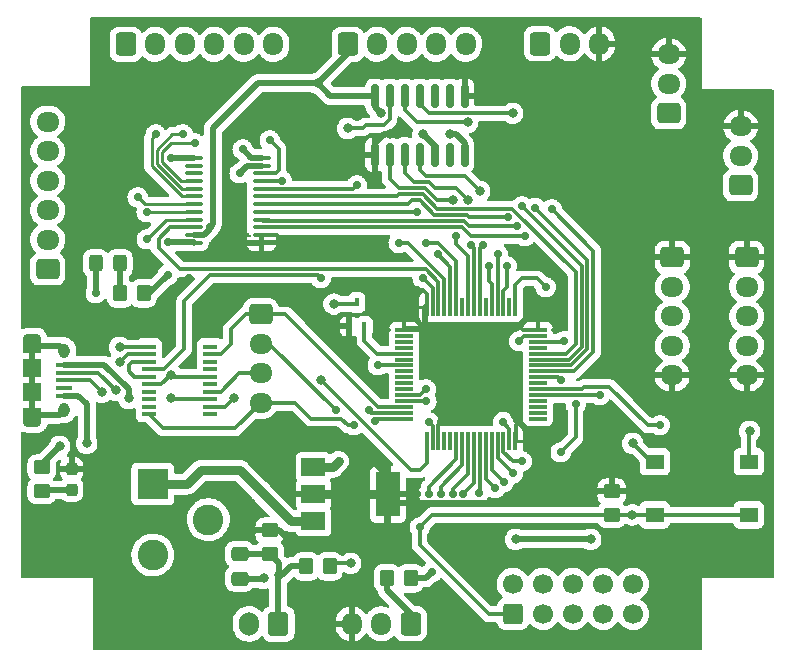
<source format=gtl>
%TF.GenerationSoftware,KiCad,Pcbnew,(6.0.1)*%
%TF.CreationDate,2023-10-20T16:16:52-04:00*%
%TF.ProjectId,MainMicro,4d61696e-4d69-4637-926f-2e6b69636164,rev?*%
%TF.SameCoordinates,Original*%
%TF.FileFunction,Copper,L1,Top*%
%TF.FilePolarity,Positive*%
%FSLAX46Y46*%
G04 Gerber Fmt 4.6, Leading zero omitted, Abs format (unit mm)*
G04 Created by KiCad (PCBNEW (6.0.1)) date 2023-10-20 16:16:52*
%MOMM*%
%LPD*%
G01*
G04 APERTURE LIST*
G04 Aperture macros list*
%AMRoundRect*
0 Rectangle with rounded corners*
0 $1 Rounding radius*
0 $2 $3 $4 $5 $6 $7 $8 $9 X,Y pos of 4 corners*
0 Add a 4 corners polygon primitive as box body*
4,1,4,$2,$3,$4,$5,$6,$7,$8,$9,$2,$3,0*
0 Add four circle primitives for the rounded corners*
1,1,$1+$1,$2,$3*
1,1,$1+$1,$4,$5*
1,1,$1+$1,$6,$7*
1,1,$1+$1,$8,$9*
0 Add four rect primitives between the rounded corners*
20,1,$1+$1,$2,$3,$4,$5,0*
20,1,$1+$1,$4,$5,$6,$7,0*
20,1,$1+$1,$6,$7,$8,$9,0*
20,1,$1+$1,$8,$9,$2,$3,0*%
G04 Aperture macros list end*
%TA.AperFunction,ComponentPad*%
%ADD10RoundRect,0.250000X-0.725000X0.600000X-0.725000X-0.600000X0.725000X-0.600000X0.725000X0.600000X0*%
%TD*%
%TA.AperFunction,ComponentPad*%
%ADD11O,1.950000X1.700000*%
%TD*%
%TA.AperFunction,SMDPad,CuDef*%
%ADD12RoundRect,0.237500X0.237500X-0.287500X0.237500X0.287500X-0.237500X0.287500X-0.237500X-0.287500X0*%
%TD*%
%TA.AperFunction,SMDPad,CuDef*%
%ADD13RoundRect,0.075000X-0.700000X-0.075000X0.700000X-0.075000X0.700000X0.075000X-0.700000X0.075000X0*%
%TD*%
%TA.AperFunction,SMDPad,CuDef*%
%ADD14RoundRect,0.075000X-0.075000X-0.700000X0.075000X-0.700000X0.075000X0.700000X-0.075000X0.700000X0*%
%TD*%
%TA.AperFunction,SMDPad,CuDef*%
%ADD15RoundRect,0.250000X-0.450000X0.350000X-0.450000X-0.350000X0.450000X-0.350000X0.450000X0.350000X0*%
%TD*%
%TA.AperFunction,ComponentPad*%
%ADD16RoundRect,0.250000X0.725000X-0.600000X0.725000X0.600000X-0.725000X0.600000X-0.725000X-0.600000X0*%
%TD*%
%TA.AperFunction,SMDPad,CuDef*%
%ADD17R,1.550000X1.300000*%
%TD*%
%TA.AperFunction,ComponentPad*%
%ADD18RoundRect,0.250000X-0.600000X-0.725000X0.600000X-0.725000X0.600000X0.725000X-0.600000X0.725000X0*%
%TD*%
%TA.AperFunction,ComponentPad*%
%ADD19O,1.700000X1.950000*%
%TD*%
%TA.AperFunction,SMDPad,CuDef*%
%ADD20RoundRect,0.250000X0.350000X0.450000X-0.350000X0.450000X-0.350000X-0.450000X0.350000X-0.450000X0*%
%TD*%
%TA.AperFunction,SMDPad,CuDef*%
%ADD21R,2.000000X1.500000*%
%TD*%
%TA.AperFunction,SMDPad,CuDef*%
%ADD22R,2.000000X3.800000*%
%TD*%
%TA.AperFunction,SMDPad,CuDef*%
%ADD23RoundRect,0.250000X-0.475000X0.337500X-0.475000X-0.337500X0.475000X-0.337500X0.475000X0.337500X0*%
%TD*%
%TA.AperFunction,SMDPad,CuDef*%
%ADD24RoundRect,0.250000X-0.350000X-0.450000X0.350000X-0.450000X0.350000X0.450000X-0.350000X0.450000X0*%
%TD*%
%TA.AperFunction,ComponentPad*%
%ADD25RoundRect,0.250000X0.600000X0.750000X-0.600000X0.750000X-0.600000X-0.750000X0.600000X-0.750000X0*%
%TD*%
%TA.AperFunction,ComponentPad*%
%ADD26O,1.700000X2.000000*%
%TD*%
%TA.AperFunction,ComponentPad*%
%ADD27RoundRect,0.250000X0.600000X-0.600000X0.600000X0.600000X-0.600000X0.600000X-0.600000X-0.600000X0*%
%TD*%
%TA.AperFunction,ComponentPad*%
%ADD28C,1.700000*%
%TD*%
%TA.AperFunction,SMDPad,CuDef*%
%ADD29RoundRect,0.250000X0.450000X-0.350000X0.450000X0.350000X-0.450000X0.350000X-0.450000X-0.350000X0*%
%TD*%
%TA.AperFunction,SMDPad,CuDef*%
%ADD30R,1.350000X0.400000*%
%TD*%
%TA.AperFunction,SMDPad,CuDef*%
%ADD31R,1.550000X1.500000*%
%TD*%
%TA.AperFunction,ComponentPad*%
%ADD32O,1.550000X0.890000*%
%TD*%
%TA.AperFunction,SMDPad,CuDef*%
%ADD33R,1.550000X1.200000*%
%TD*%
%TA.AperFunction,ComponentPad*%
%ADD34O,0.950000X1.250000*%
%TD*%
%TA.AperFunction,ComponentPad*%
%ADD35R,2.600000X2.600000*%
%TD*%
%TA.AperFunction,ComponentPad*%
%ADD36C,2.600000*%
%TD*%
%TA.AperFunction,SMDPad,CuDef*%
%ADD37RoundRect,0.100000X0.637500X0.100000X-0.637500X0.100000X-0.637500X-0.100000X0.637500X-0.100000X0*%
%TD*%
%TA.AperFunction,SMDPad,CuDef*%
%ADD38RoundRect,0.250000X-0.325000X-0.450000X0.325000X-0.450000X0.325000X0.450000X-0.325000X0.450000X0*%
%TD*%
%TA.AperFunction,ComponentPad*%
%ADD39RoundRect,0.250000X0.600000X0.725000X-0.600000X0.725000X-0.600000X-0.725000X0.600000X-0.725000X0*%
%TD*%
%TA.AperFunction,SMDPad,CuDef*%
%ADD40R,0.450000X0.700000*%
%TD*%
%TA.AperFunction,SMDPad,CuDef*%
%ADD41R,1.200000X0.400000*%
%TD*%
%TA.AperFunction,SMDPad,CuDef*%
%ADD42RoundRect,0.150000X0.150000X-0.825000X0.150000X0.825000X-0.150000X0.825000X-0.150000X-0.825000X0*%
%TD*%
%TA.AperFunction,ViaPad*%
%ADD43C,0.800000*%
%TD*%
%TA.AperFunction,ViaPad*%
%ADD44C,0.700000*%
%TD*%
%TA.AperFunction,Conductor*%
%ADD45C,0.300000*%
%TD*%
%TA.AperFunction,Conductor*%
%ADD46C,0.750000*%
%TD*%
%TA.AperFunction,Conductor*%
%ADD47C,0.500000*%
%TD*%
%TA.AperFunction,Conductor*%
%ADD48C,0.250000*%
%TD*%
G04 APERTURE END LIST*
D10*
X202992000Y-86868000D03*
D11*
X202992000Y-89368000D03*
X202992000Y-91868000D03*
X202992000Y-94368000D03*
X202992000Y-96868000D03*
D12*
X152146000Y-106539000D03*
X152146000Y-104789000D03*
D13*
X180274500Y-93024000D03*
X180274500Y-93524000D03*
X180274500Y-94024000D03*
X180274500Y-94524000D03*
X180274500Y-95024000D03*
X180274500Y-95524000D03*
X180274500Y-96024000D03*
X180274500Y-96524000D03*
X180274500Y-97024000D03*
X180274500Y-97524000D03*
X180274500Y-98024000D03*
X180274500Y-98524000D03*
X180274500Y-99024000D03*
X180274500Y-99524000D03*
X180274500Y-100024000D03*
X180274500Y-100524000D03*
D14*
X182199500Y-102449000D03*
X182699500Y-102449000D03*
X183199500Y-102449000D03*
X183699500Y-102449000D03*
X184199500Y-102449000D03*
X184699500Y-102449000D03*
X185199500Y-102449000D03*
X185699500Y-102449000D03*
X186199500Y-102449000D03*
X186699500Y-102449000D03*
X187199500Y-102449000D03*
X187699500Y-102449000D03*
X188199500Y-102449000D03*
X188699500Y-102449000D03*
X189199500Y-102449000D03*
X189699500Y-102449000D03*
D13*
X191624500Y-100524000D03*
X191624500Y-100024000D03*
X191624500Y-99524000D03*
X191624500Y-99024000D03*
X191624500Y-98524000D03*
X191624500Y-98024000D03*
X191624500Y-97524000D03*
X191624500Y-97024000D03*
X191624500Y-96524000D03*
X191624500Y-96024000D03*
X191624500Y-95524000D03*
X191624500Y-95024000D03*
X191624500Y-94524000D03*
X191624500Y-94024000D03*
X191624500Y-93524000D03*
X191624500Y-93024000D03*
D14*
X189699500Y-91099000D03*
X189199500Y-91099000D03*
X188699500Y-91099000D03*
X188199500Y-91099000D03*
X187699500Y-91099000D03*
X187199500Y-91099000D03*
X186699500Y-91099000D03*
X186199500Y-91099000D03*
X185699500Y-91099000D03*
X185199500Y-91099000D03*
X184699500Y-91099000D03*
X184199500Y-91099000D03*
X183699500Y-91099000D03*
X183199500Y-91099000D03*
X182699500Y-91099000D03*
X182199500Y-91099000D03*
D15*
X197866000Y-106696000D03*
X197866000Y-108696000D03*
D16*
X208788000Y-80772000D03*
D11*
X208788000Y-78272000D03*
X208788000Y-75772000D03*
D17*
X209466000Y-104176000D03*
X201506000Y-104176000D03*
X201506000Y-108676000D03*
X209466000Y-108676000D03*
D16*
X202692000Y-74676000D03*
D11*
X202692000Y-72176000D03*
X202692000Y-69676000D03*
D18*
X191810000Y-68788000D03*
D19*
X194310000Y-68788000D03*
X196810000Y-68788000D03*
D20*
X180832000Y-114046000D03*
X178832000Y-114046000D03*
X158226000Y-89916000D03*
X156226000Y-89916000D03*
D10*
X168148000Y-91694000D03*
D11*
X168148000Y-94194000D03*
X168148000Y-96694000D03*
X168148000Y-99194000D03*
D21*
X172618000Y-104634000D03*
D22*
X178918000Y-106934000D03*
D21*
X172618000Y-106934000D03*
X172618000Y-109234000D03*
D23*
X166370000Y-111992500D03*
X166370000Y-114067500D03*
D18*
X156718000Y-68834000D03*
D19*
X159218000Y-68834000D03*
X161718000Y-68834000D03*
X164218000Y-68834000D03*
X166718000Y-68834000D03*
X169218000Y-68834000D03*
D24*
X171974000Y-113030000D03*
X173974000Y-113030000D03*
D25*
X169652000Y-117902000D03*
D26*
X167152000Y-117902000D03*
D18*
X175514000Y-68834000D03*
D19*
X178014000Y-68834000D03*
X180514000Y-68834000D03*
X183014000Y-68834000D03*
X185514000Y-68834000D03*
D27*
X189495000Y-117065000D03*
D28*
X189495000Y-114525000D03*
X192035000Y-117065000D03*
X192035000Y-114525000D03*
X194575000Y-117065000D03*
X194575000Y-114525000D03*
X197115000Y-117065000D03*
X197115000Y-114525000D03*
X199655000Y-117065000D03*
X199655000Y-114525000D03*
D29*
X149606000Y-106664000D03*
X149606000Y-104664000D03*
D15*
X168910000Y-109998000D03*
X168910000Y-111998000D03*
D30*
X151514000Y-95982000D03*
X151514000Y-96632000D03*
X151514000Y-97282000D03*
X151514000Y-97932000D03*
X151514000Y-98582000D03*
D31*
X148814000Y-98282000D03*
D32*
X148814000Y-100782000D03*
D33*
X148814000Y-94382000D03*
X148814000Y-100182000D03*
D34*
X151514000Y-94782000D03*
D32*
X148814000Y-93782000D03*
D34*
X151514000Y-99782000D03*
D31*
X148814000Y-96282000D03*
D10*
X209296000Y-86868000D03*
D11*
X209296000Y-89368000D03*
X209296000Y-91868000D03*
X209296000Y-94368000D03*
X209296000Y-96868000D03*
D35*
X159016000Y-106068000D03*
D36*
X159016000Y-112068000D03*
X163716000Y-109068000D03*
D37*
X168216500Y-85617000D03*
X168216500Y-84967000D03*
X168216500Y-84317000D03*
X168216500Y-83667000D03*
X168216500Y-83017000D03*
X168216500Y-82367000D03*
X168216500Y-81717000D03*
X168216500Y-81067000D03*
X168216500Y-80417000D03*
X168216500Y-79767000D03*
X168216500Y-79117000D03*
X168216500Y-78467000D03*
X162491500Y-78467000D03*
X162491500Y-79117000D03*
X162491500Y-79767000D03*
X162491500Y-80417000D03*
X162491500Y-81067000D03*
X162491500Y-81717000D03*
X162491500Y-82367000D03*
X162491500Y-83017000D03*
X162491500Y-83667000D03*
X162491500Y-84317000D03*
X162491500Y-84967000D03*
X162491500Y-85617000D03*
D38*
X154169000Y-87376000D03*
X156219000Y-87376000D03*
D39*
X180848000Y-117902000D03*
D19*
X178348000Y-117902000D03*
X175848000Y-117902000D03*
D40*
X175626000Y-92694000D03*
X176926000Y-92694000D03*
X176276000Y-90694000D03*
D16*
X150114000Y-87884000D03*
D11*
X150114000Y-85384000D03*
X150114000Y-82884000D03*
X150114000Y-80384000D03*
X150114000Y-77884000D03*
X150114000Y-75384000D03*
D41*
X163890000Y-100139500D03*
X163890000Y-99504500D03*
X163890000Y-98869500D03*
X163890000Y-98234500D03*
X163890000Y-97599500D03*
X163890000Y-96964500D03*
X163890000Y-96329500D03*
X163890000Y-95694500D03*
X163890000Y-95059500D03*
X163890000Y-94424500D03*
X158690000Y-94424500D03*
X158690000Y-95059500D03*
X158690000Y-95694500D03*
X158690000Y-96329500D03*
X158690000Y-96964500D03*
X158690000Y-97599500D03*
X158690000Y-98234500D03*
X158690000Y-98869500D03*
X158690000Y-99504500D03*
X158690000Y-100139500D03*
D42*
X177800000Y-78167000D03*
X179070000Y-78167000D03*
X180340000Y-78167000D03*
X181610000Y-78167000D03*
X182880000Y-78167000D03*
X184150000Y-78167000D03*
X185420000Y-78167000D03*
X185420000Y-73217000D03*
X184150000Y-73217000D03*
X182880000Y-73217000D03*
X181610000Y-73217000D03*
X180340000Y-73217000D03*
X179070000Y-73217000D03*
X177800000Y-73217000D03*
D43*
X174349023Y-90826977D03*
X174498000Y-92710000D03*
D44*
X163830000Y-84328000D03*
X160274000Y-85598000D03*
D43*
X178308000Y-74676000D03*
D44*
X160274000Y-88367000D03*
D43*
X168148000Y-106680000D03*
X172974000Y-72136000D03*
X153416000Y-102616000D03*
X160549977Y-96795977D03*
D44*
X166624000Y-77724000D03*
X181864000Y-88646000D03*
D43*
X151130000Y-102870000D03*
X184150000Y-76454000D03*
D44*
X182139500Y-98044000D03*
X166370000Y-79756000D03*
X169926000Y-80367500D03*
D43*
X189738000Y-110744000D03*
D44*
X154178000Y-89916000D03*
D43*
X196088000Y-110744000D03*
D44*
X182393500Y-100838000D03*
D43*
X209550000Y-101600000D03*
D44*
X160528000Y-78486000D03*
D43*
X181864000Y-76454000D03*
X168402000Y-114046000D03*
D44*
X188650000Y-100825000D03*
X174752000Y-104140000D03*
D43*
X199644000Y-102616000D03*
D44*
X168910000Y-76962000D03*
X190013500Y-93980000D03*
D43*
X178816000Y-110744000D03*
D44*
X183409500Y-100838000D03*
X193802000Y-89154000D03*
X156718000Y-91694000D03*
X177800000Y-104140000D03*
X181356000Y-106934000D03*
D43*
X179070000Y-76454000D03*
X177800000Y-80264000D03*
D44*
X181356000Y-89662000D03*
X162052000Y-88646000D03*
X190013500Y-100838000D03*
X190013500Y-92710000D03*
X166370000Y-85344000D03*
D43*
X187198000Y-79502000D03*
D44*
X197612000Y-89154000D03*
D43*
X170942000Y-111252000D03*
D44*
X182139500Y-92964000D03*
X155194000Y-100330000D03*
X166325000Y-86825000D03*
X181610000Y-109728000D03*
X178054000Y-96012000D03*
D43*
X199608000Y-108676000D03*
D44*
X173228000Y-88646000D03*
X182175000Y-99075000D03*
D43*
X156972000Y-98806000D03*
X160528000Y-98806000D03*
D44*
X193802000Y-93980000D03*
X194818000Y-99314000D03*
X193548000Y-103378000D03*
X192278000Y-89408000D03*
D43*
X184404000Y-82008971D03*
D44*
X184658000Y-85090000D03*
D43*
X185674000Y-75438000D03*
D44*
X186944000Y-85852000D03*
D43*
X186690000Y-81280000D03*
D44*
X192786000Y-82804000D03*
X190500000Y-85090000D03*
X189878378Y-84187622D03*
X191375622Y-82690378D03*
X181356000Y-83058000D03*
X182118000Y-85666500D03*
X190246000Y-82550000D03*
X189116378Y-83457971D03*
X179832000Y-85666500D03*
X176276000Y-80772000D03*
X183134000Y-86614000D03*
X174519500Y-99822000D03*
D43*
X165862000Y-98806000D03*
D44*
X177292000Y-99822000D03*
X176022000Y-101092000D03*
X177800000Y-100723500D03*
D43*
X173228000Y-97282000D03*
D44*
X158496000Y-85344000D03*
D43*
X155863312Y-98136688D03*
X156210000Y-95758000D03*
X154686000Y-98298000D03*
X156210000Y-94488000D03*
D44*
X196850000Y-98552000D03*
X201930000Y-101092000D03*
X182626000Y-113538000D03*
X193548000Y-97282000D03*
X188976000Y-87630000D03*
X188214000Y-86614000D03*
X187452000Y-87630000D03*
X158496000Y-83058000D03*
X157734000Y-81788000D03*
X159258000Y-76454000D03*
X161544000Y-76454000D03*
X162560000Y-77216000D03*
X183388000Y-106896500D03*
X184404000Y-106896500D03*
X185303503Y-106896500D03*
X186595128Y-106801628D03*
X187960000Y-106426000D03*
X188722000Y-105918000D03*
X189484000Y-105156000D03*
X190246000Y-104140000D03*
D43*
X189484000Y-74676000D03*
X175514000Y-75946000D03*
X185674000Y-82008971D03*
D44*
X185928000Y-85789500D03*
D43*
X169672000Y-113792000D03*
X175768000Y-112776000D03*
D44*
X182372000Y-106896500D03*
D45*
X169549000Y-84967000D02*
X170180000Y-85598000D01*
X168216500Y-84967000D02*
X169549000Y-84967000D01*
D46*
X163068000Y-104902000D02*
X166370000Y-104902000D01*
X161902000Y-106068000D02*
X163068000Y-104902000D01*
X159016000Y-106068000D02*
X161902000Y-106068000D01*
X166370000Y-104902000D02*
X168148000Y-106680000D01*
D45*
X176926000Y-93942500D02*
X178007500Y-95024000D01*
X176926000Y-92694000D02*
X176926000Y-93942500D01*
X176143023Y-90826977D02*
X176276000Y-90694000D01*
X174349023Y-90826977D02*
X176143023Y-90826977D01*
X174514000Y-92694000D02*
X174498000Y-92710000D01*
X175626000Y-92694000D02*
X174514000Y-92694000D01*
D47*
X174055000Y-73217000D02*
X177800000Y-73217000D01*
X164084000Y-84074000D02*
X163830000Y-84328000D01*
X160274000Y-85598000D02*
X162472500Y-85598000D01*
X172974000Y-72136000D02*
X174055000Y-73217000D01*
X172974000Y-72136000D02*
X167894000Y-72136000D01*
X160274000Y-88367000D02*
X158725000Y-89916000D01*
X177800000Y-73217000D02*
X177800000Y-74168000D01*
X164084000Y-75946000D02*
X164084000Y-84074000D01*
X163356138Y-84967000D02*
X162491500Y-84967000D01*
D46*
X170702000Y-109234000D02*
X170180000Y-108712000D01*
D47*
X177800000Y-74168000D02*
X178308000Y-74676000D01*
X163830000Y-84328000D02*
X163830000Y-84493138D01*
X163830000Y-84493138D02*
X163356138Y-84967000D01*
D46*
X170180000Y-108712000D02*
X168148000Y-106680000D01*
D47*
X162472500Y-85598000D02*
X162491500Y-85617000D01*
D46*
X172618000Y-109234000D02*
X170702000Y-109234000D01*
D47*
X175514000Y-69596000D02*
X175514000Y-68834000D01*
X167894000Y-72136000D02*
X164084000Y-75946000D01*
X172974000Y-72136000D02*
X175514000Y-69596000D01*
X158725000Y-89916000D02*
X158226000Y-89916000D01*
D45*
X160549977Y-96795977D02*
X160718500Y-96964500D01*
X209466000Y-104176000D02*
X209466000Y-101684000D01*
D47*
X153416000Y-99314000D02*
X153416000Y-102616000D01*
X166370000Y-79756000D02*
X167009000Y-79117000D01*
X185420000Y-77216000D02*
X185420000Y-78167000D01*
X149606000Y-104664000D02*
X149606000Y-104394000D01*
D46*
X172618000Y-104634000D02*
X174258000Y-104634000D01*
D47*
X181864000Y-76454000D02*
X182880000Y-77470000D01*
D45*
X159746454Y-97599500D02*
X158690000Y-97599500D01*
X182393500Y-100838000D02*
X182699500Y-101144000D01*
X168216500Y-79767000D02*
X168899000Y-79767000D01*
X160549977Y-96795977D02*
X159746454Y-97599500D01*
D47*
X149606000Y-104394000D02*
X151130000Y-102870000D01*
X151514000Y-98582000D02*
X152684000Y-98582000D01*
D45*
X190469500Y-93524000D02*
X191624500Y-93524000D01*
D47*
X166370000Y-114067500D02*
X168380500Y-114067500D01*
X160528000Y-78486000D02*
X160547000Y-78467000D01*
X196088000Y-110744000D02*
X189738000Y-110744000D01*
D46*
X174258000Y-104634000D02*
X174752000Y-104140000D01*
D47*
X166624000Y-77724000D02*
X167367000Y-78467000D01*
D45*
X182699500Y-101144000D02*
X182699500Y-102449000D01*
X181659500Y-98524000D02*
X180274500Y-98524000D01*
D47*
X168380500Y-114067500D02*
X168402000Y-114046000D01*
D45*
X188650000Y-100825000D02*
X189199500Y-101374500D01*
X189199500Y-101374500D02*
X189199500Y-102449000D01*
X182699500Y-89481500D02*
X182699500Y-91099000D01*
X181864000Y-88646000D02*
X182699500Y-89481500D01*
X168216500Y-80417000D02*
X169876500Y-80417000D01*
X209466000Y-101684000D02*
X209550000Y-101600000D01*
X182139500Y-98044000D02*
X181659500Y-98524000D01*
D47*
X182880000Y-77470000D02*
X182880000Y-78167000D01*
D45*
X169418000Y-79756000D02*
X169672000Y-79502000D01*
D47*
X167367000Y-78467000D02*
X168216500Y-78467000D01*
D45*
X169876500Y-80417000D02*
X169926000Y-80367500D01*
X168910000Y-79756000D02*
X169418000Y-79756000D01*
D47*
X184658000Y-76454000D02*
X185420000Y-77216000D01*
X184150000Y-76454000D02*
X184658000Y-76454000D01*
D45*
X190013500Y-93980000D02*
X190469500Y-93524000D01*
X169672000Y-79502000D02*
X169672000Y-77724000D01*
X201506000Y-104176000D02*
X201204000Y-104176000D01*
D47*
X154178000Y-89916000D02*
X154178000Y-87385000D01*
D45*
X169672000Y-77724000D02*
X168910000Y-76962000D01*
X201204000Y-104176000D02*
X199644000Y-102616000D01*
D47*
X152684000Y-98582000D02*
X153416000Y-99314000D01*
X160547000Y-78467000D02*
X162491500Y-78467000D01*
X167009000Y-79117000D02*
X168216500Y-79117000D01*
X154178000Y-87385000D02*
X154169000Y-87376000D01*
D45*
X160718500Y-96964500D02*
X163890000Y-96964500D01*
X168899000Y-79767000D02*
X168910000Y-79756000D01*
X181864000Y-89662000D02*
X182199500Y-89997500D01*
D47*
X156762000Y-91650000D02*
X158950000Y-91650000D01*
D46*
X172618000Y-106934000D02*
X178918000Y-106934000D01*
D45*
X190013500Y-100838000D02*
X189759500Y-101092000D01*
X181356000Y-89662000D02*
X181864000Y-89662000D01*
D47*
X166370000Y-85344000D02*
X166643000Y-85617000D01*
D45*
X183199500Y-101048000D02*
X183199500Y-102449000D01*
D47*
X193802000Y-89916000D02*
X193802000Y-89154000D01*
X169688000Y-109998000D02*
X168910000Y-109998000D01*
X182099980Y-92924480D02*
X182099980Y-91099000D01*
X155194000Y-100330000D02*
X155702000Y-100330000D01*
X192786000Y-90932000D02*
X193802000Y-89916000D01*
D45*
X189759500Y-101092000D02*
X189759500Y-102389000D01*
D47*
X179680000Y-107696000D02*
X178918000Y-106934000D01*
X166325000Y-85389000D02*
X166325000Y-86825000D01*
X169420000Y-103124000D02*
X169844000Y-102700000D01*
X169844000Y-102700000D02*
X176360000Y-102700000D01*
D46*
X178918000Y-105258000D02*
X177800000Y-104140000D01*
D47*
X191450000Y-105730000D02*
X189484000Y-107696000D01*
X166643000Y-85617000D02*
X168216500Y-85617000D01*
X182139500Y-92964000D02*
X182099980Y-92924480D01*
X170942000Y-111252000D02*
X169688000Y-109998000D01*
X161325000Y-89275000D02*
X161423000Y-89275000D01*
X156718000Y-91694000D02*
X156762000Y-91650000D01*
X155702000Y-100330000D02*
X158496000Y-103124000D01*
X177800000Y-77216000D02*
X177800000Y-78167000D01*
X182099980Y-92924480D02*
X180274500Y-92924480D01*
X190013500Y-92688500D02*
X191770000Y-90932000D01*
X166370000Y-85344000D02*
X166325000Y-85389000D01*
D45*
X189759500Y-102389000D02*
X189699500Y-102449000D01*
D47*
X183917500Y-100330000D02*
X185441500Y-100330000D01*
D45*
X182199500Y-89997500D02*
X182199500Y-91099000D01*
D47*
X190013500Y-92710000D02*
X190013500Y-92688500D01*
X183409500Y-100838000D02*
X183917500Y-100330000D01*
X158950000Y-91650000D02*
X161325000Y-89275000D01*
X177800000Y-78167000D02*
X177800000Y-80264000D01*
D45*
X191624020Y-93024480D02*
X191624500Y-93024000D01*
D47*
X179070000Y-76454000D02*
X178562000Y-76454000D01*
D48*
X182139500Y-91039000D02*
X182199500Y-91099000D01*
D47*
X176360000Y-102700000D02*
X177800000Y-104140000D01*
D45*
X190327980Y-93024480D02*
X191624020Y-93024480D01*
X190013500Y-92710000D02*
X190327980Y-93024480D01*
D47*
X161423000Y-89275000D02*
X162052000Y-88646000D01*
X178816000Y-110744000D02*
X178816000Y-107036000D01*
X191770000Y-90932000D02*
X192786000Y-90932000D01*
X191450000Y-102274500D02*
X191450000Y-105730000D01*
X189484000Y-107696000D02*
X179680000Y-107696000D01*
D46*
X178918000Y-106934000D02*
X178918000Y-105258000D01*
D45*
X183409500Y-100838000D02*
X183199500Y-101048000D01*
D46*
X178929000Y-106945000D02*
X178918000Y-106934000D01*
D47*
X178816000Y-107036000D02*
X178918000Y-106934000D01*
X190013500Y-100838000D02*
X191450000Y-102274500D01*
X178562000Y-76454000D02*
X177800000Y-77216000D01*
X158496000Y-103124000D02*
X169420000Y-103124000D01*
D45*
X197886000Y-108676000D02*
X197866000Y-108696000D01*
X161671000Y-94615000D02*
X161671000Y-90551000D01*
X209466000Y-108676000D02*
X201506000Y-108676000D01*
X201506000Y-108676000D02*
X197886000Y-108676000D01*
X173228000Y-88646000D02*
X172978009Y-88396009D01*
X182642000Y-108696000D02*
X181610000Y-109728000D01*
X163825991Y-88396009D02*
X161671000Y-90551000D01*
X187481000Y-117065000D02*
X189495000Y-117065000D01*
X180274500Y-96024000D02*
X178066000Y-96024000D01*
X197866000Y-108696000D02*
X182642000Y-108696000D01*
X181610000Y-109728000D02*
X181610000Y-111252000D01*
X181610000Y-111252000D02*
X187452000Y-117094000D01*
X158690000Y-96329500D02*
X159956500Y-96329500D01*
X187452000Y-117094000D02*
X187481000Y-117065000D01*
X172978009Y-88396009D02*
X163825991Y-88396009D01*
X159956500Y-96329500D02*
X161671000Y-94615000D01*
X178066000Y-96024000D02*
X178054000Y-96012000D01*
X182175000Y-99075000D02*
X182124000Y-99024000D01*
X182124000Y-99024000D02*
X180274500Y-99024000D01*
X160591500Y-98869500D02*
X163890000Y-98869500D01*
D47*
X156972000Y-98044000D02*
X154910000Y-95982000D01*
X156972000Y-98806000D02*
X156972000Y-98044000D01*
X154910000Y-95982000D02*
X151514000Y-95982000D01*
D45*
X160528000Y-98806000D02*
X160591500Y-98869500D01*
D47*
X149731000Y-106539000D02*
X149606000Y-106664000D01*
X152146000Y-106539000D02*
X149731000Y-106539000D01*
X156226000Y-87383000D02*
X156219000Y-87376000D01*
X156226000Y-89916000D02*
X156226000Y-87383000D01*
D45*
X194818000Y-102108000D02*
X194818000Y-99314000D01*
X193758000Y-94024000D02*
X193802000Y-93980000D01*
X193548000Y-103378000D02*
X194818000Y-102108000D01*
X191624500Y-94024000D02*
X193758000Y-94024000D01*
X189699500Y-91099000D02*
X189699500Y-89192500D01*
X190246000Y-88646000D02*
X191516000Y-88646000D01*
X191516000Y-88646000D02*
X192278000Y-89408000D01*
X189699500Y-89192500D02*
X190246000Y-88646000D01*
D47*
X151114000Y-100182000D02*
X151514000Y-99782000D01*
X148814000Y-98282000D02*
X148814000Y-96282000D01*
X148814000Y-94382000D02*
X151114000Y-94382000D01*
X148814000Y-100182000D02*
X148814000Y-98282000D01*
X148814000Y-94382000D02*
X148814000Y-96282000D01*
X148814000Y-100182000D02*
X151114000Y-100182000D01*
X151114000Y-94382000D02*
X151514000Y-94782000D01*
D45*
X179832000Y-81026000D02*
X179070000Y-80264000D01*
X185699500Y-86777385D02*
X185699500Y-91099000D01*
X179070000Y-80264000D02*
X179070000Y-78167000D01*
X182062428Y-81026000D02*
X179832000Y-81026000D01*
X184658000Y-85090000D02*
X184658000Y-85735885D01*
X184658000Y-85735885D02*
X185699500Y-86777385D01*
X184404000Y-82008971D02*
X183045399Y-82008971D01*
X183045399Y-82008971D02*
X182062428Y-81026000D01*
X180340000Y-73217000D02*
X180340000Y-74422000D01*
X181356000Y-75438000D02*
X185674000Y-75438000D01*
X180340000Y-74422000D02*
X181356000Y-75438000D01*
X186690000Y-81280000D02*
X185420000Y-80010000D01*
X181610000Y-79502000D02*
X181610000Y-78167000D01*
X186699500Y-86096500D02*
X186944000Y-85852000D01*
X186699500Y-91099000D02*
X186699500Y-86096500D01*
X185420000Y-80010000D02*
X182118000Y-80010000D01*
X182118000Y-80010000D02*
X181610000Y-79502000D01*
X192786000Y-82804000D02*
X196316557Y-86334557D01*
X194647282Y-96524000D02*
X191624500Y-96524000D01*
X196316557Y-94854725D02*
X194647282Y-96524000D01*
X196316557Y-86334557D02*
X196316557Y-94854725D01*
X184927756Y-84317000D02*
X185155000Y-84317000D01*
X184927756Y-84317000D02*
X168216500Y-84317000D01*
X185928000Y-85090000D02*
X190500000Y-85090000D01*
X185155000Y-84317000D02*
X185928000Y-85090000D01*
X194440855Y-96024000D02*
X191624500Y-96024000D01*
X195817038Y-87105038D02*
X195817038Y-94647817D01*
X168307011Y-83757511D02*
X184344031Y-83757511D01*
X168216500Y-83667000D02*
X168307011Y-83757511D01*
X185787622Y-84187622D02*
X189878378Y-84187622D01*
X184344031Y-83757511D02*
X185357511Y-83757511D01*
X185357511Y-83757511D02*
X185787622Y-84187622D01*
X191375622Y-82690378D02*
X191402378Y-82690378D01*
X195817038Y-94647817D02*
X194440855Y-96024000D01*
X191402378Y-82690378D02*
X195817038Y-87105038D01*
X168216500Y-83017000D02*
X181315000Y-83017000D01*
X181315000Y-83017000D02*
X181356000Y-83058000D01*
X182118000Y-85666500D02*
X183175759Y-85666500D01*
X184699500Y-87190241D02*
X184699500Y-91099000D01*
X183175759Y-85666500D02*
X184699500Y-87190241D01*
X180650000Y-82367000D02*
X180975000Y-82042000D01*
X185819971Y-83457971D02*
X189116378Y-83457971D01*
X182825991Y-83257991D02*
X185619991Y-83257991D01*
X180975000Y-82042000D02*
X181610000Y-82042000D01*
X190246000Y-82550000D02*
X195317519Y-87621519D01*
X194234427Y-95524000D02*
X191624500Y-95524000D01*
X195317519Y-94440908D02*
X194234427Y-95524000D01*
X185619991Y-83257991D02*
X185819971Y-83457971D01*
X181610000Y-82042000D02*
X182825991Y-83257991D01*
X168216500Y-82367000D02*
X180650000Y-82367000D01*
X195317519Y-87621519D02*
X195317519Y-94440908D01*
X194818000Y-94234000D02*
X194028000Y-95024000D01*
X179649000Y-81717000D02*
X179832000Y-81534000D01*
X168216500Y-81717000D02*
X179649000Y-81717000D01*
X194818000Y-88138000D02*
X194818000Y-94234000D01*
X194028000Y-95024000D02*
X191624500Y-95024000D01*
X181864000Y-81534000D02*
X183088471Y-82758471D01*
X183088471Y-82758471D02*
X189438471Y-82758471D01*
X179832000Y-81534000D02*
X181864000Y-81534000D01*
X189438471Y-82758471D02*
X194818000Y-88138000D01*
X176276000Y-80772000D02*
X175981000Y-81067000D01*
X175981000Y-81067000D02*
X168216500Y-81067000D01*
X179832000Y-85666500D02*
X180650898Y-85666500D01*
X183699500Y-88715102D02*
X183699500Y-91099000D01*
X180650898Y-85666500D02*
X183699500Y-88715102D01*
X183134000Y-86614000D02*
X184199500Y-87679500D01*
X184199500Y-87679500D02*
X184199500Y-91099000D01*
X165608000Y-92964000D02*
X166878000Y-91694000D01*
X166878000Y-91694000D02*
X168148000Y-91694000D01*
X164790000Y-95059500D02*
X165608000Y-94241500D01*
X165608000Y-94241500D02*
X165608000Y-92964000D01*
X170245020Y-91694000D02*
X168148000Y-91694000D01*
X178075500Y-99524480D02*
X170245020Y-91694000D01*
X180274500Y-99524000D02*
X180274020Y-99524480D01*
X180274020Y-99524480D02*
X178075500Y-99524480D01*
X163890000Y-95059500D02*
X164790000Y-95059500D01*
X177494000Y-100024000D02*
X180274500Y-100024000D01*
X165163500Y-99504500D02*
X165862000Y-98806000D01*
X177292000Y-99822000D02*
X177494000Y-100024000D01*
X163890000Y-99504500D02*
X165163500Y-99504500D01*
X168891500Y-94194000D02*
X168148000Y-94194000D01*
X174519500Y-99822000D02*
X168891500Y-94194000D01*
X158690000Y-100139500D02*
X159896500Y-101346000D01*
X174943511Y-100521511D02*
X172403511Y-100521511D01*
X175514000Y-101092000D02*
X174943511Y-100521511D01*
X165996000Y-101346000D02*
X168148000Y-99194000D01*
X159896500Y-101346000D02*
X165996000Y-101346000D01*
X171076000Y-99194000D02*
X168148000Y-99194000D01*
X180214500Y-100584000D02*
X180274500Y-100524000D01*
X177800000Y-100723500D02*
X177939500Y-100584000D01*
X177939500Y-100584000D02*
X180214500Y-100584000D01*
X176022000Y-101092000D02*
X175514000Y-101092000D01*
X172403511Y-100521511D02*
X171076000Y-99194000D01*
X180848000Y-104902000D02*
X181610000Y-104902000D01*
X181610000Y-104902000D02*
X182199500Y-104312500D01*
X182199500Y-104312500D02*
X182199500Y-102449000D01*
X166330500Y-96694000D02*
X168148000Y-96694000D01*
X164790000Y-98234500D02*
X166330500Y-96694000D01*
X173228000Y-97282000D02*
X180848000Y-104902000D01*
X163890000Y-98234500D02*
X164790000Y-98234500D01*
D48*
X158496000Y-85344000D02*
X160173000Y-83667000D01*
X160173000Y-83667000D02*
X162491500Y-83667000D01*
D45*
X154358624Y-96632000D02*
X151514000Y-96632000D01*
X155863312Y-98136688D02*
X154358624Y-96632000D01*
X156210000Y-95758000D02*
X156908500Y-95059500D01*
X156908500Y-95059500D02*
X158690000Y-95059500D01*
X156210000Y-94488000D02*
X158626500Y-94488000D01*
X153670000Y-97282000D02*
X151514000Y-97282000D01*
X158626500Y-94488000D02*
X158690000Y-94424500D01*
X154686000Y-98298000D02*
X153670000Y-97282000D01*
X178007500Y-95024000D02*
X180274500Y-95024000D01*
X196850000Y-98552000D02*
X196822000Y-98524000D01*
X196822000Y-98524000D02*
X191624500Y-98524000D01*
X197674489Y-97852489D02*
X195544252Y-97852489D01*
X195372741Y-98024000D02*
X191624500Y-98024000D01*
X201930000Y-101092000D02*
X200914000Y-101092000D01*
X195544252Y-97852489D02*
X195372741Y-98024000D01*
X200914000Y-101092000D02*
X197674489Y-97852489D01*
D47*
X178832000Y-114046000D02*
X178832000Y-115078000D01*
X178832000Y-115078000D02*
X180848000Y-117094000D01*
X180848000Y-117094000D02*
X180848000Y-117902000D01*
X182118000Y-114046000D02*
X182626000Y-113538000D01*
D45*
X191624500Y-97024000D02*
X193290000Y-97024000D01*
X193290000Y-97024000D02*
X193548000Y-97282000D01*
D47*
X182118000Y-114046000D02*
X180832000Y-114046000D01*
D45*
X188699500Y-89684500D02*
X188976000Y-89408000D01*
X188976000Y-89408000D02*
X188976000Y-87630000D01*
X188699500Y-91099000D02*
X188699500Y-89684500D01*
X188199500Y-86628500D02*
X188199500Y-88941072D01*
X188205519Y-88947091D02*
X188205519Y-89360909D01*
X188199500Y-89366928D02*
X188199500Y-91099000D01*
X188199500Y-88941072D02*
X188205519Y-88947091D01*
X188205519Y-89360909D02*
X188199500Y-89366928D01*
X188214000Y-86614000D02*
X188199500Y-86628500D01*
X187699500Y-89160500D02*
X187699500Y-91099000D01*
X187452000Y-87630000D02*
X187452000Y-88900000D01*
X187706000Y-89154000D02*
X187699500Y-89160500D01*
X187452000Y-88900000D02*
X187706000Y-89154000D01*
X183199500Y-88921530D02*
X182174459Y-87896489D01*
X162491500Y-84317000D02*
X160495030Y-84317000D01*
X159524489Y-85287541D02*
X159524489Y-86118489D01*
X160495030Y-84317000D02*
X159524489Y-85287541D01*
X182174459Y-87896489D02*
X161302489Y-87896489D01*
X159524489Y-86118489D02*
X161302489Y-87896489D01*
X183199500Y-91099000D02*
X183199500Y-88921530D01*
D48*
X158537000Y-83017000D02*
X158496000Y-83058000D01*
X162491500Y-83017000D02*
X158537000Y-83017000D01*
X162491500Y-82367000D02*
X158313000Y-82367000D01*
X158313000Y-82367000D02*
X157734000Y-81788000D01*
X158904449Y-76807551D02*
X159258000Y-76454000D01*
X158904449Y-79158498D02*
X158904449Y-76807551D01*
X161462951Y-81717000D02*
X158904449Y-79158498D01*
X162491500Y-81717000D02*
X161462951Y-81717000D01*
X160654282Y-76454000D02*
X161544000Y-76454000D01*
X159353969Y-78972301D02*
X159353969Y-77754313D01*
X159353969Y-77754313D02*
X160654282Y-76454000D01*
X161448668Y-81067000D02*
X159353969Y-78972301D01*
X162491500Y-81067000D02*
X161448668Y-81067000D01*
X162491500Y-80417000D02*
X161434386Y-80417000D01*
X161434386Y-80417000D02*
X159803489Y-78786103D01*
X160528000Y-77216000D02*
X162560000Y-77216000D01*
X159803489Y-77940511D02*
X160528000Y-77216000D01*
X159803489Y-78786103D02*
X159803489Y-77940511D01*
D45*
X183388000Y-106896500D02*
X183388000Y-106273273D01*
X183388000Y-106273273D02*
X185199500Y-104461773D01*
X185199500Y-104461773D02*
X185199500Y-102449000D01*
X184404000Y-106478802D02*
X185699500Y-105183302D01*
X185699500Y-105183302D02*
X185699500Y-102449000D01*
X184404000Y-106896500D02*
X184404000Y-106478802D01*
X186199500Y-106000503D02*
X186199500Y-102449000D01*
X185303503Y-106896500D02*
X186199500Y-106000503D01*
X186699500Y-106697256D02*
X186699500Y-102449000D01*
X186595128Y-106801628D02*
X186699500Y-106697256D01*
X187960000Y-106426000D02*
X187199500Y-105665500D01*
X187199500Y-105665500D02*
X187199500Y-102449000D01*
X187699500Y-104895500D02*
X187699500Y-102449000D01*
X188722000Y-105918000D02*
X187699500Y-104895500D01*
X189484000Y-105156000D02*
X188199500Y-103871500D01*
X188199500Y-103871500D02*
X188199500Y-102449000D01*
X188699500Y-103324361D02*
X189515139Y-104140000D01*
X188699500Y-102449000D02*
X188699500Y-103324361D01*
X189515139Y-104140000D02*
X190246000Y-104140000D01*
X181610000Y-73898213D02*
X182387787Y-74676000D01*
X182387787Y-74676000D02*
X189484000Y-74676000D01*
X181610000Y-73217000D02*
X181610000Y-73898213D01*
X178562000Y-75692000D02*
X177800000Y-75692000D01*
X179070000Y-73217000D02*
X179070000Y-75184000D01*
X176784000Y-75946000D02*
X175514000Y-75946000D01*
X177800000Y-75692000D02*
X177038000Y-75692000D01*
X177038000Y-75692000D02*
X176784000Y-75946000D01*
X179070000Y-75184000D02*
X178562000Y-75692000D01*
X180340000Y-79756000D02*
X180340000Y-78167000D01*
X186199020Y-86060520D02*
X186199020Y-91098520D01*
X184691029Y-81026000D02*
X182880000Y-81026000D01*
X185928000Y-85789500D02*
X186199020Y-86060520D01*
X186199020Y-91098520D02*
X186199500Y-91099000D01*
X182372000Y-80518000D02*
X181102000Y-80518000D01*
X185674000Y-82008971D02*
X184691029Y-81026000D01*
X181102000Y-80518000D02*
X180340000Y-79756000D01*
X182880000Y-81026000D02*
X182372000Y-80518000D01*
X156972000Y-96520000D02*
X157416500Y-96964500D01*
X158690000Y-95694500D02*
X157289500Y-95694500D01*
X156972000Y-96012000D02*
X156972000Y-96520000D01*
X157289500Y-95694500D02*
X156972000Y-96012000D01*
X157416500Y-96964500D02*
X158690000Y-96964500D01*
D47*
X166370000Y-111992500D02*
X168904500Y-111992500D01*
X168904500Y-111992500D02*
X168910000Y-111998000D01*
X171974000Y-113030000D02*
X170688000Y-113030000D01*
X170688000Y-113030000D02*
X169926000Y-113792000D01*
X169926000Y-113792000D02*
X169672000Y-113792000D01*
X169652000Y-113812000D02*
X169652000Y-117902000D01*
X169672000Y-113792000D02*
X169672000Y-112760000D01*
X169672000Y-113792000D02*
X169652000Y-113812000D01*
X169672000Y-112760000D02*
X168910000Y-111998000D01*
D45*
X174228000Y-112776000D02*
X173974000Y-113030000D01*
X182372000Y-106300029D02*
X184699500Y-103972529D01*
X182372000Y-106896500D02*
X182372000Y-106300029D01*
X175768000Y-112776000D02*
X174228000Y-112776000D01*
X184699500Y-103972529D02*
X184699500Y-102449000D01*
%TA.AperFunction,Conductor*%
G36*
X205428121Y-66568002D02*
G01*
X205474614Y-66621658D01*
X205486000Y-66674000D01*
X205486000Y-72644000D01*
X211456000Y-72644000D01*
X211524121Y-72664002D01*
X211570614Y-72717658D01*
X211582000Y-72770000D01*
X211582000Y-113920000D01*
X211561998Y-113988121D01*
X211508342Y-114034614D01*
X211456000Y-114046000D01*
X205486000Y-114046000D01*
X205486000Y-120016000D01*
X205465998Y-120084121D01*
X205412342Y-120130614D01*
X205360000Y-120142000D01*
X154050000Y-120142000D01*
X153981879Y-120121998D01*
X153935386Y-120068342D01*
X153924000Y-120016000D01*
X153924000Y-114046000D01*
X147954000Y-114046000D01*
X147885879Y-114025998D01*
X147839386Y-113972342D01*
X147828000Y-113920000D01*
X147828000Y-112020526D01*
X157203050Y-112020526D01*
X157203274Y-112025192D01*
X157203274Y-112025197D01*
X157207698Y-112117294D01*
X157215947Y-112289019D01*
X157268388Y-112552656D01*
X157359220Y-112805646D01*
X157361432Y-112809762D01*
X157361433Y-112809765D01*
X157451785Y-112977917D01*
X157486450Y-113042431D01*
X157489241Y-113046168D01*
X157489245Y-113046175D01*
X157580814Y-113168800D01*
X157647281Y-113257810D01*
X157650590Y-113261090D01*
X157650595Y-113261096D01*
X157798043Y-113407262D01*
X157838180Y-113447050D01*
X157841942Y-113449808D01*
X157841945Y-113449811D01*
X158005594Y-113569803D01*
X158054954Y-113605995D01*
X158059089Y-113608171D01*
X158059093Y-113608173D01*
X158220848Y-113693277D01*
X158292840Y-113731154D01*
X158546613Y-113819775D01*
X158551206Y-113820647D01*
X158806109Y-113869042D01*
X158806112Y-113869042D01*
X158810698Y-113869913D01*
X158938370Y-113874929D01*
X159074625Y-113880283D01*
X159074630Y-113880283D01*
X159079293Y-113880466D01*
X159183607Y-113869042D01*
X159341844Y-113851713D01*
X159341850Y-113851712D01*
X159346497Y-113851203D01*
X159364216Y-113846538D01*
X159601918Y-113783956D01*
X159601920Y-113783955D01*
X159606441Y-113782765D01*
X159610738Y-113780919D01*
X159849120Y-113678502D01*
X159849122Y-113678501D01*
X159853414Y-113676657D01*
X160006414Y-113581978D01*
X160078017Y-113537669D01*
X160078021Y-113537666D01*
X160081990Y-113535210D01*
X160287149Y-113361530D01*
X160464382Y-113159434D01*
X160472023Y-113147556D01*
X160607269Y-112937291D01*
X160609797Y-112933361D01*
X160720199Y-112688278D01*
X160757209Y-112557051D01*
X160791893Y-112434072D01*
X160791894Y-112434069D01*
X160793163Y-112429568D01*
X160811608Y-112284582D01*
X160826688Y-112166045D01*
X160826688Y-112166041D01*
X160827086Y-112162915D01*
X160829571Y-112068000D01*
X160811996Y-111831502D01*
X160809996Y-111804592D01*
X160809996Y-111804591D01*
X160809650Y-111799937D01*
X160796946Y-111743792D01*
X160751361Y-111542331D01*
X160751360Y-111542326D01*
X160750327Y-111537763D01*
X160652902Y-111287238D01*
X160519518Y-111053864D01*
X160460690Y-110979240D01*
X160451282Y-110967306D01*
X160353105Y-110842769D01*
X160157317Y-110658591D01*
X159975115Y-110532192D01*
X159940299Y-110508039D01*
X159940296Y-110508037D01*
X159936457Y-110505374D01*
X159919894Y-110497206D01*
X159699564Y-110388551D01*
X159699561Y-110388550D01*
X159695376Y-110386486D01*
X159647745Y-110371239D01*
X159572837Y-110347261D01*
X159439370Y-110304538D01*
X159434763Y-110303788D01*
X159434760Y-110303787D01*
X159178674Y-110262081D01*
X159178675Y-110262081D01*
X159174063Y-110261330D01*
X159043719Y-110259624D01*
X158909961Y-110257873D01*
X158909958Y-110257873D01*
X158905284Y-110257812D01*
X158638937Y-110294060D01*
X158380874Y-110369278D01*
X158136763Y-110481815D01*
X158113288Y-110497206D01*
X157915881Y-110626631D01*
X157915876Y-110626635D01*
X157911968Y-110629197D01*
X157908476Y-110632314D01*
X157738576Y-110783956D01*
X157711426Y-110808188D01*
X157539544Y-111014854D01*
X157537121Y-111018847D01*
X157443183Y-111173652D01*
X157400096Y-111244656D01*
X157398287Y-111248970D01*
X157398285Y-111248974D01*
X157350284Y-111363445D01*
X157296148Y-111492545D01*
X157229981Y-111753077D01*
X157203050Y-112020526D01*
X147828000Y-112020526D01*
X147828000Y-109020526D01*
X161903050Y-109020526D01*
X161903274Y-109025192D01*
X161903274Y-109025197D01*
X161905179Y-109064851D01*
X161915947Y-109289019D01*
X161968388Y-109552656D01*
X162059220Y-109805646D01*
X162061432Y-109809762D01*
X162061433Y-109809765D01*
X162113170Y-109906051D01*
X162186450Y-110042431D01*
X162189241Y-110046168D01*
X162189245Y-110046175D01*
X162257443Y-110137502D01*
X162347281Y-110257810D01*
X162350590Y-110261090D01*
X162350595Y-110261096D01*
X162534863Y-110443762D01*
X162538180Y-110447050D01*
X162541942Y-110449808D01*
X162541945Y-110449811D01*
X162624851Y-110510600D01*
X162754954Y-110605995D01*
X162759089Y-110608171D01*
X162759093Y-110608173D01*
X162988698Y-110728975D01*
X162992840Y-110731154D01*
X163029626Y-110744000D01*
X163223739Y-110811787D01*
X163246613Y-110819775D01*
X163251206Y-110820647D01*
X163506109Y-110869042D01*
X163506112Y-110869042D01*
X163510698Y-110869913D01*
X163638370Y-110874929D01*
X163774625Y-110880283D01*
X163774630Y-110880283D01*
X163779293Y-110880466D01*
X163883607Y-110869042D01*
X164041844Y-110851713D01*
X164041850Y-110851712D01*
X164046497Y-110851203D01*
X164051021Y-110850012D01*
X164301918Y-110783956D01*
X164301920Y-110783955D01*
X164306441Y-110782765D01*
X164396669Y-110744000D01*
X164549120Y-110678502D01*
X164549122Y-110678501D01*
X164553414Y-110676657D01*
X164740904Y-110560635D01*
X164778017Y-110537669D01*
X164778021Y-110537666D01*
X164781990Y-110535210D01*
X164987149Y-110361530D01*
X165164382Y-110159434D01*
X165178490Y-110137502D01*
X165307269Y-109937291D01*
X165309797Y-109933361D01*
X165420199Y-109688278D01*
X165449468Y-109584500D01*
X165491893Y-109434072D01*
X165491894Y-109434069D01*
X165493163Y-109429568D01*
X165511259Y-109287324D01*
X165526688Y-109166045D01*
X165526688Y-109166041D01*
X165527086Y-109162915D01*
X165529571Y-109068000D01*
X165509650Y-108799937D01*
X165450327Y-108537763D01*
X165352902Y-108287238D01*
X165219518Y-108053864D01*
X165207644Y-108038801D01*
X165090038Y-107889619D01*
X165053105Y-107842769D01*
X164857317Y-107658591D01*
X164676414Y-107533093D01*
X164640299Y-107508039D01*
X164640296Y-107508037D01*
X164636457Y-107505374D01*
X164632264Y-107503306D01*
X164399564Y-107388551D01*
X164399561Y-107388550D01*
X164395376Y-107386486D01*
X164347745Y-107371239D01*
X164222031Y-107330998D01*
X164139370Y-107304538D01*
X164134763Y-107303788D01*
X164134760Y-107303787D01*
X163878674Y-107262081D01*
X163878675Y-107262081D01*
X163874063Y-107261330D01*
X163743719Y-107259624D01*
X163609961Y-107257873D01*
X163609958Y-107257873D01*
X163605284Y-107257812D01*
X163338937Y-107294060D01*
X163334451Y-107295368D01*
X163334449Y-107295368D01*
X163307225Y-107303303D01*
X163080874Y-107369278D01*
X162836763Y-107481815D01*
X162804759Y-107502798D01*
X162615881Y-107626631D01*
X162615876Y-107626635D01*
X162611968Y-107629197D01*
X162567694Y-107668713D01*
X162418803Y-107801604D01*
X162411426Y-107808188D01*
X162345745Y-107887161D01*
X162254282Y-107997134D01*
X162239544Y-108014854D01*
X162237121Y-108018847D01*
X162127467Y-108199551D01*
X162100096Y-108244656D01*
X162098287Y-108248970D01*
X162098285Y-108248974D01*
X161997957Y-108488231D01*
X161996148Y-108492545D01*
X161929981Y-108753077D01*
X161903050Y-109020526D01*
X147828000Y-109020526D01*
X147828000Y-107064400D01*
X148397500Y-107064400D01*
X148397837Y-107067646D01*
X148397837Y-107067650D01*
X148406571Y-107151821D01*
X148408474Y-107170166D01*
X148410655Y-107176702D01*
X148410655Y-107176704D01*
X148433205Y-107244295D01*
X148464450Y-107337946D01*
X148557522Y-107488348D01*
X148562704Y-107493521D01*
X148592637Y-107523402D01*
X148682697Y-107613305D01*
X148688927Y-107617145D01*
X148688928Y-107617146D01*
X148826090Y-107701694D01*
X148833262Y-107706115D01*
X148859432Y-107714795D01*
X148994611Y-107759632D01*
X148994613Y-107759632D01*
X149001139Y-107761797D01*
X149007975Y-107762497D01*
X149007978Y-107762498D01*
X149051031Y-107766909D01*
X149105600Y-107772500D01*
X150106400Y-107772500D01*
X150109646Y-107772163D01*
X150109650Y-107772163D01*
X150205308Y-107762238D01*
X150205312Y-107762237D01*
X150212166Y-107761526D01*
X150218702Y-107759345D01*
X150218704Y-107759345D01*
X150352235Y-107714795D01*
X150379946Y-107705550D01*
X150530348Y-107612478D01*
X150555283Y-107587500D01*
X150650134Y-107492483D01*
X150655305Y-107487303D01*
X150696933Y-107419770D01*
X150735389Y-107357384D01*
X150788162Y-107309890D01*
X150842649Y-107297500D01*
X151272234Y-107297500D01*
X151340355Y-107317502D01*
X151361251Y-107334327D01*
X151437812Y-107410754D01*
X151437817Y-107410758D01*
X151442997Y-107415929D01*
X151449227Y-107419769D01*
X151449228Y-107419770D01*
X151558787Y-107487303D01*
X151591080Y-107507209D01*
X151756191Y-107561974D01*
X151763027Y-107562674D01*
X151763030Y-107562675D01*
X151814526Y-107567951D01*
X151858928Y-107572500D01*
X152433072Y-107572500D01*
X152436318Y-107572163D01*
X152436322Y-107572163D01*
X152530235Y-107562419D01*
X152530239Y-107562418D01*
X152537093Y-107561707D01*
X152543629Y-107559526D01*
X152543631Y-107559526D01*
X152683805Y-107512760D01*
X152702107Y-107506654D01*
X152848386Y-107416134D01*
X157207500Y-107416134D01*
X157214255Y-107478316D01*
X157265385Y-107614705D01*
X157352739Y-107731261D01*
X157469295Y-107818615D01*
X157605684Y-107869745D01*
X157667866Y-107876500D01*
X160364134Y-107876500D01*
X160426316Y-107869745D01*
X160562705Y-107818615D01*
X160679261Y-107731261D01*
X160766615Y-107614705D01*
X160817745Y-107478316D01*
X160824500Y-107416134D01*
X160824500Y-107077500D01*
X160844502Y-107009379D01*
X160898158Y-106962886D01*
X160950500Y-106951500D01*
X161822543Y-106951500D01*
X161842255Y-106953051D01*
X161855507Y-106955150D01*
X161862094Y-106954805D01*
X161862098Y-106954805D01*
X161921850Y-106951673D01*
X161928445Y-106951500D01*
X161948306Y-106951500D01*
X161968069Y-106949423D01*
X161974628Y-106948907D01*
X161990427Y-106948079D01*
X162034377Y-106945776D01*
X162034381Y-106945775D01*
X162040971Y-106945430D01*
X162053929Y-106941958D01*
X162073372Y-106938355D01*
X162073886Y-106938301D01*
X162086702Y-106936954D01*
X162149894Y-106916422D01*
X162156196Y-106914556D01*
X162213985Y-106899071D01*
X162220363Y-106897362D01*
X162226242Y-106894366D01*
X162226251Y-106894363D01*
X162232317Y-106891272D01*
X162250579Y-106883708D01*
X162257043Y-106881608D01*
X162257051Y-106881605D01*
X162263331Y-106879564D01*
X162269050Y-106876262D01*
X162269055Y-106876260D01*
X162320867Y-106846346D01*
X162326637Y-106843213D01*
X162385839Y-106813047D01*
X162396259Y-106804609D01*
X162412552Y-106793411D01*
X162412903Y-106793209D01*
X162424169Y-106786704D01*
X162429075Y-106782287D01*
X162429080Y-106782283D01*
X162473538Y-106742253D01*
X162478554Y-106737969D01*
X162491409Y-106727559D01*
X162491412Y-106727556D01*
X162493986Y-106725472D01*
X162508031Y-106711427D01*
X162512816Y-106706886D01*
X162557274Y-106666856D01*
X162557275Y-106666855D01*
X162562185Y-106662434D01*
X162570075Y-106651574D01*
X162582912Y-106636546D01*
X163397053Y-105822405D01*
X163459365Y-105788379D01*
X163486148Y-105785500D01*
X165951852Y-105785500D01*
X166019973Y-105805502D01*
X166040947Y-105822405D01*
X167360991Y-107142449D01*
X167381015Y-107168543D01*
X167408960Y-107216944D01*
X167413381Y-107221854D01*
X167517911Y-107337946D01*
X167536747Y-107358866D01*
X167652729Y-107443132D01*
X167677421Y-107461072D01*
X167692455Y-107473913D01*
X168893447Y-108674905D01*
X168927473Y-108737217D01*
X168922408Y-108808032D01*
X168879861Y-108864868D01*
X168813341Y-108889679D01*
X168804352Y-108890000D01*
X168412905Y-108890001D01*
X168406386Y-108890338D01*
X168310794Y-108900257D01*
X168297400Y-108903149D01*
X168143216Y-108954588D01*
X168130038Y-108960761D01*
X167992193Y-109046063D01*
X167980792Y-109055099D01*
X167866261Y-109169829D01*
X167857249Y-109181240D01*
X167772184Y-109319243D01*
X167766037Y-109332424D01*
X167714862Y-109486710D01*
X167711995Y-109500086D01*
X167702328Y-109594438D01*
X167702000Y-109600855D01*
X167702000Y-109725885D01*
X167706475Y-109741124D01*
X167707865Y-109742329D01*
X167715548Y-109744000D01*
X169038000Y-109744000D01*
X169106121Y-109764002D01*
X169152614Y-109817658D01*
X169164000Y-109870000D01*
X169164000Y-110126000D01*
X169143998Y-110194121D01*
X169090342Y-110240614D01*
X169038000Y-110252000D01*
X167720116Y-110252000D01*
X167704877Y-110256475D01*
X167703672Y-110257865D01*
X167702001Y-110265548D01*
X167702001Y-110395095D01*
X167702338Y-110401614D01*
X167712257Y-110497206D01*
X167715149Y-110510600D01*
X167766588Y-110664784D01*
X167772761Y-110677962D01*
X167858063Y-110815807D01*
X167867099Y-110827208D01*
X167948462Y-110908430D01*
X167982541Y-110970713D01*
X167977538Y-111041533D01*
X167948617Y-111086620D01*
X167865870Y-111169511D01*
X167865863Y-111169520D01*
X167860695Y-111174697D01*
X167856855Y-111180927D01*
X167852776Y-111186092D01*
X167794859Y-111227155D01*
X167753894Y-111234000D01*
X167545590Y-111234000D01*
X167477469Y-111213998D01*
X167447086Y-111186482D01*
X167443478Y-111180652D01*
X167318303Y-111055695D01*
X167312072Y-111051854D01*
X167173968Y-110966725D01*
X167173966Y-110966724D01*
X167167738Y-110962885D01*
X167007254Y-110909655D01*
X167006389Y-110909368D01*
X167006387Y-110909368D01*
X166999861Y-110907203D01*
X166993025Y-110906503D01*
X166993022Y-110906502D01*
X166949969Y-110902091D01*
X166895400Y-110896500D01*
X165844600Y-110896500D01*
X165841354Y-110896837D01*
X165841350Y-110896837D01*
X165745692Y-110906762D01*
X165745688Y-110906763D01*
X165738834Y-110907474D01*
X165732298Y-110909655D01*
X165732296Y-110909655D01*
X165600194Y-110953728D01*
X165571054Y-110963450D01*
X165420652Y-111056522D01*
X165295695Y-111181697D01*
X165291855Y-111187927D01*
X165291854Y-111187928D01*
X165207945Y-111324054D01*
X165202885Y-111332262D01*
X165200581Y-111339209D01*
X165149958Y-111491834D01*
X165147203Y-111500139D01*
X165146503Y-111506975D01*
X165146502Y-111506978D01*
X165144017Y-111531235D01*
X165136500Y-111604600D01*
X165136500Y-112380400D01*
X165136837Y-112383646D01*
X165136837Y-112383650D01*
X165141602Y-112429568D01*
X165147474Y-112486166D01*
X165203450Y-112653946D01*
X165296522Y-112804348D01*
X165421697Y-112929305D01*
X165425916Y-112931906D01*
X165466417Y-112989030D01*
X165469649Y-113059953D01*
X165434024Y-113121365D01*
X165426470Y-113127922D01*
X165420652Y-113131522D01*
X165295695Y-113256697D01*
X165291855Y-113262927D01*
X165291854Y-113262928D01*
X165211800Y-113392800D01*
X165202885Y-113407262D01*
X165187096Y-113454866D01*
X165151151Y-113563237D01*
X165147203Y-113575139D01*
X165146503Y-113581975D01*
X165146502Y-113581978D01*
X165143818Y-113608173D01*
X165136500Y-113679600D01*
X165136500Y-114455400D01*
X165136837Y-114458646D01*
X165136837Y-114458650D01*
X165144071Y-114528365D01*
X165147474Y-114561166D01*
X165149655Y-114567702D01*
X165149655Y-114567704D01*
X165177834Y-114652166D01*
X165203450Y-114728946D01*
X165296522Y-114879348D01*
X165421697Y-115004305D01*
X165427927Y-115008145D01*
X165427928Y-115008146D01*
X165565090Y-115092694D01*
X165572262Y-115097115D01*
X165652005Y-115123564D01*
X165733611Y-115150632D01*
X165733613Y-115150632D01*
X165740139Y-115152797D01*
X165746975Y-115153497D01*
X165746978Y-115153498D01*
X165790031Y-115157909D01*
X165844600Y-115163500D01*
X166895400Y-115163500D01*
X166898646Y-115163163D01*
X166898650Y-115163163D01*
X166994308Y-115153238D01*
X166994312Y-115153237D01*
X167001166Y-115152526D01*
X167007702Y-115150345D01*
X167007704Y-115150345D01*
X167149130Y-115103161D01*
X167168946Y-115096550D01*
X167319348Y-115003478D01*
X167444305Y-114878303D01*
X167447261Y-114873507D01*
X167504614Y-114832845D01*
X167545578Y-114826000D01*
X167893609Y-114826000D01*
X167944170Y-114839539D01*
X167945248Y-114837118D01*
X168040099Y-114879348D01*
X168119712Y-114914794D01*
X168203666Y-114932639D01*
X168300056Y-114953128D01*
X168300061Y-114953128D01*
X168306513Y-114954500D01*
X168497487Y-114954500D01*
X168503939Y-114953128D01*
X168503944Y-114953128D01*
X168600334Y-114932639D01*
X168684288Y-114914794D01*
X168716252Y-114900563D01*
X168786618Y-114891129D01*
X168850915Y-114921235D01*
X168888728Y-114981324D01*
X168893500Y-115015670D01*
X168893500Y-116314462D01*
X168873498Y-116382583D01*
X168819842Y-116429076D01*
X168807376Y-116433986D01*
X168767538Y-116447277D01*
X168728054Y-116460450D01*
X168577652Y-116553522D01*
X168452695Y-116678697D01*
X168448855Y-116684927D01*
X168448854Y-116684928D01*
X168437929Y-116702652D01*
X168363544Y-116823327D01*
X168362920Y-116824339D01*
X168310148Y-116871832D01*
X168240076Y-116883256D01*
X168174952Y-116854982D01*
X168164490Y-116845195D01*
X168059103Y-116734722D01*
X168055424Y-116730865D01*
X168017505Y-116702652D01*
X167874740Y-116596432D01*
X167874741Y-116596432D01*
X167870458Y-116593246D01*
X167865707Y-116590830D01*
X167865703Y-116590828D01*
X167723081Y-116518316D01*
X167664949Y-116488760D01*
X167659855Y-116487178D01*
X167659852Y-116487177D01*
X167449871Y-116421976D01*
X167444773Y-116420393D01*
X167430490Y-116418500D01*
X167221511Y-116390802D01*
X167221506Y-116390802D01*
X167216226Y-116390102D01*
X167210897Y-116390302D01*
X167210895Y-116390302D01*
X167101034Y-116394426D01*
X166985842Y-116398751D01*
X166980623Y-116399846D01*
X166954853Y-116405253D01*
X166760209Y-116446093D01*
X166755250Y-116448051D01*
X166755248Y-116448052D01*
X166550744Y-116528815D01*
X166550742Y-116528816D01*
X166545779Y-116530776D01*
X166541220Y-116533543D01*
X166541217Y-116533544D01*
X166442832Y-116593246D01*
X166348683Y-116650377D01*
X166344653Y-116653874D01*
X166251484Y-116734722D01*
X166174555Y-116801477D01*
X166156926Y-116822977D01*
X166031760Y-116975627D01*
X166031756Y-116975633D01*
X166028376Y-116979755D01*
X166025737Y-116984391D01*
X166025735Y-116984394D01*
X165995941Y-117036735D01*
X165914325Y-117180114D01*
X165835663Y-117396825D01*
X165834714Y-117402074D01*
X165834713Y-117402077D01*
X165795377Y-117619608D01*
X165795376Y-117619615D01*
X165794639Y-117623692D01*
X165793500Y-117647844D01*
X165793500Y-118109890D01*
X165798950Y-118174115D01*
X165806390Y-118261797D01*
X165808080Y-118281720D01*
X165809418Y-118286875D01*
X165809419Y-118286881D01*
X165845553Y-118426097D01*
X165865999Y-118504872D01*
X165960688Y-118715075D01*
X166089441Y-118906319D01*
X166093120Y-118910176D01*
X166093122Y-118910178D01*
X166153092Y-118973042D01*
X166248576Y-119073135D01*
X166252854Y-119076318D01*
X166292053Y-119105483D01*
X166433542Y-119210754D01*
X166438293Y-119213170D01*
X166438297Y-119213172D01*
X166501481Y-119245296D01*
X166639051Y-119315240D01*
X166644145Y-119316822D01*
X166644148Y-119316823D01*
X166780972Y-119359308D01*
X166859227Y-119383607D01*
X166864516Y-119384308D01*
X167082489Y-119413198D01*
X167082494Y-119413198D01*
X167087774Y-119413898D01*
X167093103Y-119413698D01*
X167093105Y-119413698D01*
X167202966Y-119409574D01*
X167318158Y-119405249D01*
X167340802Y-119400498D01*
X167538572Y-119359002D01*
X167543791Y-119357907D01*
X167548750Y-119355949D01*
X167548752Y-119355948D01*
X167753256Y-119275185D01*
X167753258Y-119275184D01*
X167758221Y-119273224D01*
X167794343Y-119251305D01*
X167950757Y-119156390D01*
X167950756Y-119156390D01*
X167955317Y-119153623D01*
X167995134Y-119119072D01*
X168125412Y-119006023D01*
X168125414Y-119006021D01*
X168129445Y-119002523D01*
X168158670Y-118966880D01*
X168217329Y-118926886D01*
X168288299Y-118924954D01*
X168349048Y-118961698D01*
X168363248Y-118980468D01*
X168407092Y-119051318D01*
X168453522Y-119126348D01*
X168578697Y-119251305D01*
X168584927Y-119255145D01*
X168584928Y-119255146D01*
X168722090Y-119339694D01*
X168729262Y-119344115D01*
X168774145Y-119359002D01*
X168890611Y-119397632D01*
X168890613Y-119397632D01*
X168897139Y-119399797D01*
X168903975Y-119400497D01*
X168903978Y-119400498D01*
X168939663Y-119404154D01*
X169001600Y-119410500D01*
X170302400Y-119410500D01*
X170305646Y-119410163D01*
X170305650Y-119410163D01*
X170401308Y-119400238D01*
X170401312Y-119400237D01*
X170408166Y-119399526D01*
X170414702Y-119397345D01*
X170414704Y-119397345D01*
X170546806Y-119353272D01*
X170575946Y-119343550D01*
X170726348Y-119250478D01*
X170851305Y-119125303D01*
X170855146Y-119119072D01*
X170940275Y-118980968D01*
X170940276Y-118980966D01*
X170944115Y-118974738D01*
X170999797Y-118806861D01*
X171000578Y-118799245D01*
X171005224Y-118753898D01*
X171010500Y-118702400D01*
X171010500Y-118172193D01*
X174497410Y-118172193D01*
X174504124Y-118251325D01*
X174505914Y-118261797D01*
X174561130Y-118474535D01*
X174564665Y-118484575D01*
X174654937Y-118684970D01*
X174660106Y-118694256D01*
X174782850Y-118876575D01*
X174789519Y-118884870D01*
X174941228Y-119043900D01*
X174949186Y-119050941D01*
X175125525Y-119182141D01*
X175134562Y-119187745D01*
X175330484Y-119287357D01*
X175340335Y-119291357D01*
X175550240Y-119356534D01*
X175560624Y-119358817D01*
X175576043Y-119360861D01*
X175590207Y-119358665D01*
X175594000Y-119345478D01*
X175594000Y-119343192D01*
X176102000Y-119343192D01*
X176105973Y-119356723D01*
X176116580Y-119358248D01*
X176234421Y-119333523D01*
X176244617Y-119330463D01*
X176449029Y-119249737D01*
X176458561Y-119245006D01*
X176646462Y-119130984D01*
X176655052Y-119124720D01*
X176821052Y-118980673D01*
X176828472Y-118973042D01*
X176967826Y-118803089D01*
X176973848Y-118794326D01*
X176989238Y-118767289D01*
X177040320Y-118717982D01*
X177109951Y-118704120D01*
X177176022Y-118730103D01*
X177203261Y-118759253D01*
X177239131Y-118812532D01*
X177285441Y-118881319D01*
X177289120Y-118885176D01*
X177289122Y-118885178D01*
X177350710Y-118949738D01*
X177444576Y-119048135D01*
X177629542Y-119185754D01*
X177634293Y-119188170D01*
X177634297Y-119188172D01*
X177678713Y-119210754D01*
X177835051Y-119290240D01*
X177840145Y-119291822D01*
X177840148Y-119291823D01*
X178040020Y-119353885D01*
X178055227Y-119358607D01*
X178060516Y-119359308D01*
X178278489Y-119388198D01*
X178278494Y-119388198D01*
X178283774Y-119388898D01*
X178289103Y-119388698D01*
X178289105Y-119388698D01*
X178406038Y-119384308D01*
X178514158Y-119380249D01*
X178536802Y-119375498D01*
X178629977Y-119355948D01*
X178739791Y-119332907D01*
X178744750Y-119330949D01*
X178744752Y-119330948D01*
X178949256Y-119250185D01*
X178949258Y-119250184D01*
X178954221Y-119248224D01*
X178959047Y-119245296D01*
X179146757Y-119131390D01*
X179146756Y-119131390D01*
X179151317Y-119128623D01*
X179191134Y-119094072D01*
X179321412Y-118981023D01*
X179321414Y-118981021D01*
X179325445Y-118977523D01*
X179354670Y-118941880D01*
X179413329Y-118901886D01*
X179484299Y-118899954D01*
X179545048Y-118936698D01*
X179559248Y-118955468D01*
X179575028Y-118980968D01*
X179649522Y-119101348D01*
X179774697Y-119226305D01*
X179780927Y-119230145D01*
X179780928Y-119230146D01*
X179918976Y-119315240D01*
X179925262Y-119319115D01*
X179960938Y-119330948D01*
X180086611Y-119372632D01*
X180086613Y-119372632D01*
X180093139Y-119374797D01*
X180099975Y-119375497D01*
X180099978Y-119375498D01*
X180135663Y-119379154D01*
X180197600Y-119385500D01*
X181498400Y-119385500D01*
X181501646Y-119385163D01*
X181501650Y-119385163D01*
X181597308Y-119375238D01*
X181597312Y-119375237D01*
X181604166Y-119374526D01*
X181610702Y-119372345D01*
X181610704Y-119372345D01*
X181742806Y-119328272D01*
X181771946Y-119318550D01*
X181922348Y-119225478D01*
X182047305Y-119100303D01*
X182079462Y-119048135D01*
X182136275Y-118955968D01*
X182136276Y-118955966D01*
X182140115Y-118949738D01*
X182195797Y-118781861D01*
X182198114Y-118759253D01*
X182203762Y-118704120D01*
X182206500Y-118677400D01*
X182206500Y-117126600D01*
X182198696Y-117051384D01*
X182196238Y-117027692D01*
X182196237Y-117027688D01*
X182195526Y-117020834D01*
X182189474Y-117002692D01*
X182141868Y-116860002D01*
X182139550Y-116853054D01*
X182046478Y-116702652D01*
X181921303Y-116577695D01*
X181890494Y-116558704D01*
X181776968Y-116488725D01*
X181776966Y-116488724D01*
X181770738Y-116484885D01*
X181688419Y-116457581D01*
X181609389Y-116431368D01*
X181609387Y-116431368D01*
X181602861Y-116429203D01*
X181596025Y-116428503D01*
X181596022Y-116428502D01*
X181552969Y-116424091D01*
X181498400Y-116418500D01*
X181297371Y-116418500D01*
X181229250Y-116398498D01*
X181208276Y-116381595D01*
X180291734Y-115465053D01*
X180257708Y-115402741D01*
X180262773Y-115331926D01*
X180305320Y-115275090D01*
X180371840Y-115250279D01*
X180393671Y-115250614D01*
X180413746Y-115252671D01*
X180431600Y-115254500D01*
X181232400Y-115254500D01*
X181235646Y-115254163D01*
X181235650Y-115254163D01*
X181331308Y-115244238D01*
X181331312Y-115244237D01*
X181338166Y-115243526D01*
X181344702Y-115241345D01*
X181344704Y-115241345D01*
X181498998Y-115189868D01*
X181505946Y-115187550D01*
X181656348Y-115094478D01*
X181781305Y-114969303D01*
X181791276Y-114953128D01*
X181831991Y-114887075D01*
X181845979Y-114864383D01*
X181898750Y-114816891D01*
X181953238Y-114804500D01*
X182050930Y-114804500D01*
X182069880Y-114805933D01*
X182084115Y-114808099D01*
X182084119Y-114808099D01*
X182091349Y-114809199D01*
X182098641Y-114808606D01*
X182098644Y-114808606D01*
X182144018Y-114804915D01*
X182154233Y-114804500D01*
X182162293Y-114804500D01*
X182175583Y-114802951D01*
X182190507Y-114801211D01*
X182194882Y-114800778D01*
X182260339Y-114795454D01*
X182260342Y-114795453D01*
X182267637Y-114794860D01*
X182274601Y-114792604D01*
X182280560Y-114791413D01*
X182286415Y-114790029D01*
X182293681Y-114789182D01*
X182362327Y-114764265D01*
X182366455Y-114762848D01*
X182428936Y-114742607D01*
X182428938Y-114742606D01*
X182435899Y-114740351D01*
X182442154Y-114736555D01*
X182447628Y-114734049D01*
X182453058Y-114731330D01*
X182459937Y-114728833D01*
X182473765Y-114719767D01*
X182520976Y-114688814D01*
X182524680Y-114686477D01*
X182587107Y-114648595D01*
X182595484Y-114641197D01*
X182595508Y-114641224D01*
X182598500Y-114638571D01*
X182601733Y-114635868D01*
X182607852Y-114631856D01*
X182661128Y-114575617D01*
X182663506Y-114573175D01*
X182850141Y-114386540D01*
X182893259Y-114360118D01*
X182892752Y-114358980D01*
X183051585Y-114288263D01*
X183051587Y-114288262D01*
X183057615Y-114285578D01*
X183086505Y-114264588D01*
X183198269Y-114183387D01*
X183198271Y-114183385D01*
X183203613Y-114179504D01*
X183305534Y-114066309D01*
X183365980Y-114029070D01*
X183436964Y-114030422D01*
X183488265Y-114061525D01*
X186933931Y-117507191D01*
X186949048Y-117525463D01*
X186954126Y-117532935D01*
X186960074Y-117538179D01*
X186960075Y-117538180D01*
X186998035Y-117571646D01*
X187003805Y-117577065D01*
X187015667Y-117588927D01*
X187028943Y-117599225D01*
X187035019Y-117604252D01*
X187078926Y-117642961D01*
X187085988Y-117646559D01*
X187086969Y-117647059D01*
X187106995Y-117659768D01*
X187114132Y-117665304D01*
X187131556Y-117672844D01*
X187167866Y-117688557D01*
X187175012Y-117691919D01*
X187227168Y-117718494D01*
X187234903Y-117720223D01*
X187234909Y-117720225D01*
X187235982Y-117720465D01*
X187258527Y-117727790D01*
X187259540Y-117728228D01*
X187259542Y-117728228D01*
X187266824Y-117731380D01*
X187274656Y-117732620D01*
X187274658Y-117732621D01*
X187305365Y-117737484D01*
X187324660Y-117740540D01*
X187332420Y-117742021D01*
X187370960Y-117750635D01*
X187374385Y-117751401D01*
X187389537Y-117754788D01*
X187397460Y-117754539D01*
X187397461Y-117754539D01*
X187397657Y-117754533D01*
X187398562Y-117754504D01*
X187422238Y-117755994D01*
X187431152Y-117757406D01*
X187439044Y-117756660D01*
X187489426Y-117751898D01*
X187497324Y-117751401D01*
X187537163Y-117750149D01*
X187555831Y-117749562D01*
X187564497Y-117747045D01*
X187587799Y-117742599D01*
X187588901Y-117742495D01*
X187588903Y-117742495D01*
X187596790Y-117741749D01*
X187604244Y-117739065D01*
X187604246Y-117739065D01*
X187626788Y-117730949D01*
X187669469Y-117723500D01*
X188025458Y-117723500D01*
X188093579Y-117743502D01*
X188140072Y-117797158D01*
X188147216Y-117818678D01*
X188147474Y-117821166D01*
X188203450Y-117988946D01*
X188296522Y-118139348D01*
X188421697Y-118264305D01*
X188427927Y-118268145D01*
X188427928Y-118268146D01*
X188565090Y-118352694D01*
X188572262Y-118357115D01*
X188626371Y-118375062D01*
X188733611Y-118410632D01*
X188733613Y-118410632D01*
X188740139Y-118412797D01*
X188746975Y-118413497D01*
X188746978Y-118413498D01*
X188786372Y-118417534D01*
X188844600Y-118423500D01*
X190145400Y-118423500D01*
X190148646Y-118423163D01*
X190148650Y-118423163D01*
X190244308Y-118413238D01*
X190244312Y-118413237D01*
X190251166Y-118412526D01*
X190257702Y-118410345D01*
X190257704Y-118410345D01*
X190389806Y-118366272D01*
X190418946Y-118356550D01*
X190569348Y-118263478D01*
X190694305Y-118138303D01*
X190787115Y-117987738D01*
X190789418Y-117980795D01*
X190791763Y-117975766D01*
X190838680Y-117922481D01*
X190906958Y-117903021D01*
X190974918Y-117923564D01*
X191001194Y-117946520D01*
X191077860Y-118035025D01*
X191081250Y-118038938D01*
X191253126Y-118181632D01*
X191446000Y-118294338D01*
X191654692Y-118374030D01*
X191659760Y-118375061D01*
X191659763Y-118375062D01*
X191767017Y-118396883D01*
X191873597Y-118418567D01*
X191878772Y-118418757D01*
X191878774Y-118418757D01*
X192091673Y-118426564D01*
X192091677Y-118426564D01*
X192096837Y-118426753D01*
X192101957Y-118426097D01*
X192101959Y-118426097D01*
X192313288Y-118399025D01*
X192313289Y-118399025D01*
X192318416Y-118398368D01*
X192323366Y-118396883D01*
X192527429Y-118335661D01*
X192527434Y-118335659D01*
X192532384Y-118334174D01*
X192732994Y-118235896D01*
X192914860Y-118106173D01*
X193073096Y-117948489D01*
X193203453Y-117767077D01*
X193204776Y-117768028D01*
X193251645Y-117724857D01*
X193321580Y-117712625D01*
X193387026Y-117740144D01*
X193414875Y-117771994D01*
X193474987Y-117870088D01*
X193621250Y-118038938D01*
X193793126Y-118181632D01*
X193986000Y-118294338D01*
X194194692Y-118374030D01*
X194199760Y-118375061D01*
X194199763Y-118375062D01*
X194307017Y-118396883D01*
X194413597Y-118418567D01*
X194418772Y-118418757D01*
X194418774Y-118418757D01*
X194631673Y-118426564D01*
X194631677Y-118426564D01*
X194636837Y-118426753D01*
X194641957Y-118426097D01*
X194641959Y-118426097D01*
X194853288Y-118399025D01*
X194853289Y-118399025D01*
X194858416Y-118398368D01*
X194863366Y-118396883D01*
X195067429Y-118335661D01*
X195067434Y-118335659D01*
X195072384Y-118334174D01*
X195272994Y-118235896D01*
X195454860Y-118106173D01*
X195613096Y-117948489D01*
X195743453Y-117767077D01*
X195744776Y-117768028D01*
X195791645Y-117724857D01*
X195861580Y-117712625D01*
X195927026Y-117740144D01*
X195954875Y-117771994D01*
X196014987Y-117870088D01*
X196161250Y-118038938D01*
X196333126Y-118181632D01*
X196526000Y-118294338D01*
X196734692Y-118374030D01*
X196739760Y-118375061D01*
X196739763Y-118375062D01*
X196847017Y-118396883D01*
X196953597Y-118418567D01*
X196958772Y-118418757D01*
X196958774Y-118418757D01*
X197171673Y-118426564D01*
X197171677Y-118426564D01*
X197176837Y-118426753D01*
X197181957Y-118426097D01*
X197181959Y-118426097D01*
X197393288Y-118399025D01*
X197393289Y-118399025D01*
X197398416Y-118398368D01*
X197403366Y-118396883D01*
X197607429Y-118335661D01*
X197607434Y-118335659D01*
X197612384Y-118334174D01*
X197812994Y-118235896D01*
X197994860Y-118106173D01*
X198153096Y-117948489D01*
X198283453Y-117767077D01*
X198284776Y-117768028D01*
X198331645Y-117724857D01*
X198401580Y-117712625D01*
X198467026Y-117740144D01*
X198494875Y-117771994D01*
X198554987Y-117870088D01*
X198701250Y-118038938D01*
X198873126Y-118181632D01*
X199066000Y-118294338D01*
X199274692Y-118374030D01*
X199279760Y-118375061D01*
X199279763Y-118375062D01*
X199387017Y-118396883D01*
X199493597Y-118418567D01*
X199498772Y-118418757D01*
X199498774Y-118418757D01*
X199711673Y-118426564D01*
X199711677Y-118426564D01*
X199716837Y-118426753D01*
X199721957Y-118426097D01*
X199721959Y-118426097D01*
X199933288Y-118399025D01*
X199933289Y-118399025D01*
X199938416Y-118398368D01*
X199943366Y-118396883D01*
X200147429Y-118335661D01*
X200147434Y-118335659D01*
X200152384Y-118334174D01*
X200352994Y-118235896D01*
X200534860Y-118106173D01*
X200693096Y-117948489D01*
X200823453Y-117767077D01*
X200828602Y-117756660D01*
X200920136Y-117571453D01*
X200920137Y-117571451D01*
X200922430Y-117566811D01*
X200987370Y-117353069D01*
X201016529Y-117131590D01*
X201018156Y-117065000D01*
X200999852Y-116842361D01*
X200945431Y-116625702D01*
X200856354Y-116420840D01*
X200816906Y-116359862D01*
X200737822Y-116237617D01*
X200737820Y-116237614D01*
X200735014Y-116233277D01*
X200584670Y-116068051D01*
X200580619Y-116064852D01*
X200580615Y-116064848D01*
X200413414Y-115932800D01*
X200413410Y-115932798D01*
X200409359Y-115929598D01*
X200368053Y-115906796D01*
X200318084Y-115856364D01*
X200303312Y-115786921D01*
X200328428Y-115720516D01*
X200355780Y-115693909D01*
X200410363Y-115654975D01*
X200534860Y-115566173D01*
X200545563Y-115555508D01*
X200689435Y-115412137D01*
X200693096Y-115408489D01*
X200752594Y-115325689D01*
X200820435Y-115231277D01*
X200823453Y-115227077D01*
X200836734Y-115200206D01*
X200920136Y-115031453D01*
X200920137Y-115031451D01*
X200922430Y-115026811D01*
X200960787Y-114900563D01*
X200985865Y-114818023D01*
X200985865Y-114818021D01*
X200987370Y-114813069D01*
X201016529Y-114591590D01*
X201017113Y-114567704D01*
X201018074Y-114528365D01*
X201018074Y-114528361D01*
X201018156Y-114525000D01*
X200999852Y-114302361D01*
X200945431Y-114085702D01*
X200856354Y-113880840D01*
X200793677Y-113783956D01*
X200737822Y-113697617D01*
X200737820Y-113697614D01*
X200735014Y-113693277D01*
X200584670Y-113528051D01*
X200580619Y-113524852D01*
X200580615Y-113524848D01*
X200413414Y-113392800D01*
X200413410Y-113392798D01*
X200409359Y-113389598D01*
X200213789Y-113281638D01*
X200208920Y-113279914D01*
X200208916Y-113279912D01*
X200008087Y-113208795D01*
X200008083Y-113208794D01*
X200003212Y-113207069D01*
X199998119Y-113206162D01*
X199998116Y-113206161D01*
X199788373Y-113168800D01*
X199788367Y-113168799D01*
X199783284Y-113167894D01*
X199709452Y-113166992D01*
X199565081Y-113165228D01*
X199565079Y-113165228D01*
X199559911Y-113165165D01*
X199339091Y-113198955D01*
X199126756Y-113268357D01*
X199096443Y-113284137D01*
X198947773Y-113361530D01*
X198928607Y-113371507D01*
X198924474Y-113374610D01*
X198924471Y-113374612D01*
X198817583Y-113454866D01*
X198749965Y-113505635D01*
X198595629Y-113667138D01*
X198488201Y-113824621D01*
X198433293Y-113869621D01*
X198362768Y-113877792D01*
X198299021Y-113846538D01*
X198278324Y-113822054D01*
X198197822Y-113697617D01*
X198197820Y-113697614D01*
X198195014Y-113693277D01*
X198044670Y-113528051D01*
X198040619Y-113524852D01*
X198040615Y-113524848D01*
X197873414Y-113392800D01*
X197873410Y-113392798D01*
X197869359Y-113389598D01*
X197673789Y-113281638D01*
X197668920Y-113279914D01*
X197668916Y-113279912D01*
X197468087Y-113208795D01*
X197468083Y-113208794D01*
X197463212Y-113207069D01*
X197458119Y-113206162D01*
X197458116Y-113206161D01*
X197248373Y-113168800D01*
X197248367Y-113168799D01*
X197243284Y-113167894D01*
X197169452Y-113166992D01*
X197025081Y-113165228D01*
X197025079Y-113165228D01*
X197019911Y-113165165D01*
X196799091Y-113198955D01*
X196586756Y-113268357D01*
X196556443Y-113284137D01*
X196407773Y-113361530D01*
X196388607Y-113371507D01*
X196384474Y-113374610D01*
X196384471Y-113374612D01*
X196277583Y-113454866D01*
X196209965Y-113505635D01*
X196055629Y-113667138D01*
X195948201Y-113824621D01*
X195893293Y-113869621D01*
X195822768Y-113877792D01*
X195759021Y-113846538D01*
X195738324Y-113822054D01*
X195657822Y-113697617D01*
X195657820Y-113697614D01*
X195655014Y-113693277D01*
X195504670Y-113528051D01*
X195500619Y-113524852D01*
X195500615Y-113524848D01*
X195333414Y-113392800D01*
X195333410Y-113392798D01*
X195329359Y-113389598D01*
X195133789Y-113281638D01*
X195128920Y-113279914D01*
X195128916Y-113279912D01*
X194928087Y-113208795D01*
X194928083Y-113208794D01*
X194923212Y-113207069D01*
X194918119Y-113206162D01*
X194918116Y-113206161D01*
X194708373Y-113168800D01*
X194708367Y-113168799D01*
X194703284Y-113167894D01*
X194629452Y-113166992D01*
X194485081Y-113165228D01*
X194485079Y-113165228D01*
X194479911Y-113165165D01*
X194259091Y-113198955D01*
X194046756Y-113268357D01*
X194016443Y-113284137D01*
X193867773Y-113361530D01*
X193848607Y-113371507D01*
X193844474Y-113374610D01*
X193844471Y-113374612D01*
X193737583Y-113454866D01*
X193669965Y-113505635D01*
X193515629Y-113667138D01*
X193408201Y-113824621D01*
X193353293Y-113869621D01*
X193282768Y-113877792D01*
X193219021Y-113846538D01*
X193198324Y-113822054D01*
X193117822Y-113697617D01*
X193117820Y-113697614D01*
X193115014Y-113693277D01*
X192964670Y-113528051D01*
X192960619Y-113524852D01*
X192960615Y-113524848D01*
X192793414Y-113392800D01*
X192793410Y-113392798D01*
X192789359Y-113389598D01*
X192593789Y-113281638D01*
X192588920Y-113279914D01*
X192588916Y-113279912D01*
X192388087Y-113208795D01*
X192388083Y-113208794D01*
X192383212Y-113207069D01*
X192378119Y-113206162D01*
X192378116Y-113206161D01*
X192168373Y-113168800D01*
X192168367Y-113168799D01*
X192163284Y-113167894D01*
X192089452Y-113166992D01*
X191945081Y-113165228D01*
X191945079Y-113165228D01*
X191939911Y-113165165D01*
X191719091Y-113198955D01*
X191506756Y-113268357D01*
X191476443Y-113284137D01*
X191327773Y-113361530D01*
X191308607Y-113371507D01*
X191304474Y-113374610D01*
X191304471Y-113374612D01*
X191197583Y-113454866D01*
X191129965Y-113505635D01*
X190975629Y-113667138D01*
X190868201Y-113824621D01*
X190813293Y-113869621D01*
X190742768Y-113877792D01*
X190679021Y-113846538D01*
X190658324Y-113822054D01*
X190577822Y-113697617D01*
X190577820Y-113697614D01*
X190575014Y-113693277D01*
X190424670Y-113528051D01*
X190420619Y-113524852D01*
X190420615Y-113524848D01*
X190253414Y-113392800D01*
X190253410Y-113392798D01*
X190249359Y-113389598D01*
X190053789Y-113281638D01*
X190048920Y-113279914D01*
X190048916Y-113279912D01*
X189848087Y-113208795D01*
X189848083Y-113208794D01*
X189843212Y-113207069D01*
X189838119Y-113206162D01*
X189838116Y-113206161D01*
X189628373Y-113168800D01*
X189628367Y-113168799D01*
X189623284Y-113167894D01*
X189549452Y-113166992D01*
X189405081Y-113165228D01*
X189405079Y-113165228D01*
X189399911Y-113165165D01*
X189179091Y-113198955D01*
X188966756Y-113268357D01*
X188936443Y-113284137D01*
X188787773Y-113361530D01*
X188768607Y-113371507D01*
X188764474Y-113374610D01*
X188764471Y-113374612D01*
X188657583Y-113454866D01*
X188589965Y-113505635D01*
X188435629Y-113667138D01*
X188432720Y-113671403D01*
X188432714Y-113671411D01*
X188424721Y-113683128D01*
X188309743Y-113851680D01*
X188278030Y-113920000D01*
X188219825Y-114045393D01*
X188215688Y-114054305D01*
X188155989Y-114269570D01*
X188132251Y-114491695D01*
X188132548Y-114496848D01*
X188132548Y-114496851D01*
X188141880Y-114658704D01*
X188145110Y-114714715D01*
X188146247Y-114719761D01*
X188146248Y-114719767D01*
X188166403Y-114809199D01*
X188194222Y-114932639D01*
X188278266Y-115139616D01*
X188327733Y-115220339D01*
X188392291Y-115325688D01*
X188394987Y-115330088D01*
X188541250Y-115498938D01*
X188593492Y-115542310D01*
X188611344Y-115557131D01*
X188650979Y-115616033D01*
X188652477Y-115687014D01*
X188615363Y-115747537D01*
X188584312Y-115768175D01*
X188577996Y-115771134D01*
X188571054Y-115773450D01*
X188420652Y-115866522D01*
X188295695Y-115991697D01*
X188291855Y-115997927D01*
X188291854Y-115997928D01*
X188207466Y-116134831D01*
X188202885Y-116142262D01*
X188147663Y-116308752D01*
X188147662Y-116308754D01*
X188147230Y-116310057D01*
X188147203Y-116310139D01*
X188146956Y-116310057D01*
X188114822Y-116369328D01*
X188052612Y-116403540D01*
X188025460Y-116406500D01*
X187747950Y-116406500D01*
X187679829Y-116386498D01*
X187658855Y-116369595D01*
X182305405Y-111016145D01*
X182271379Y-110953833D01*
X182268500Y-110927050D01*
X182268500Y-110744000D01*
X188824496Y-110744000D01*
X188825186Y-110750565D01*
X188841877Y-110909368D01*
X188844458Y-110933928D01*
X188903473Y-111115556D01*
X188998960Y-111280944D01*
X189126747Y-111422866D01*
X189212674Y-111485296D01*
X189275904Y-111531235D01*
X189281248Y-111535118D01*
X189287276Y-111537802D01*
X189287278Y-111537803D01*
X189428921Y-111600866D01*
X189455712Y-111612794D01*
X189549113Y-111632647D01*
X189636056Y-111651128D01*
X189636061Y-111651128D01*
X189642513Y-111652500D01*
X189833487Y-111652500D01*
X189839939Y-111651128D01*
X189839944Y-111651128D01*
X189926887Y-111632647D01*
X190020288Y-111612794D01*
X190047079Y-111600866D01*
X190188722Y-111537803D01*
X190188724Y-111537802D01*
X190194752Y-111535118D01*
X190200091Y-111531239D01*
X190200098Y-111531235D01*
X190206528Y-111526563D01*
X190280587Y-111502500D01*
X195545413Y-111502500D01*
X195619472Y-111526563D01*
X195625902Y-111531235D01*
X195625909Y-111531239D01*
X195631248Y-111535118D01*
X195637276Y-111537802D01*
X195637278Y-111537803D01*
X195778921Y-111600866D01*
X195805712Y-111612794D01*
X195899113Y-111632647D01*
X195986056Y-111651128D01*
X195986061Y-111651128D01*
X195992513Y-111652500D01*
X196183487Y-111652500D01*
X196189939Y-111651128D01*
X196189944Y-111651128D01*
X196276887Y-111632647D01*
X196370288Y-111612794D01*
X196397079Y-111600866D01*
X196538722Y-111537803D01*
X196538724Y-111537802D01*
X196544752Y-111535118D01*
X196550097Y-111531235D01*
X196613326Y-111485296D01*
X196699253Y-111422866D01*
X196827040Y-111280944D01*
X196922527Y-111115556D01*
X196981542Y-110933928D01*
X196984124Y-110909368D01*
X197000814Y-110750565D01*
X197001504Y-110744000D01*
X196992247Y-110655923D01*
X196982232Y-110560635D01*
X196982232Y-110560633D01*
X196981542Y-110554072D01*
X196922527Y-110372444D01*
X196917970Y-110364550D01*
X196856379Y-110257873D01*
X196827040Y-110207056D01*
X196812726Y-110191158D01*
X196703675Y-110070045D01*
X196703674Y-110070044D01*
X196699253Y-110065134D01*
X196556527Y-109961437D01*
X196550094Y-109956763D01*
X196550093Y-109956762D01*
X196544752Y-109952882D01*
X196538724Y-109950198D01*
X196538722Y-109950197D01*
X196376319Y-109877891D01*
X196376318Y-109877891D01*
X196370288Y-109875206D01*
X196276887Y-109855353D01*
X196189944Y-109836872D01*
X196189939Y-109836872D01*
X196183487Y-109835500D01*
X195992513Y-109835500D01*
X195986061Y-109836872D01*
X195986056Y-109836872D01*
X195899113Y-109855353D01*
X195805712Y-109875206D01*
X195799682Y-109877891D01*
X195799681Y-109877891D01*
X195637278Y-109950197D01*
X195637276Y-109950198D01*
X195631248Y-109952882D01*
X195625909Y-109956761D01*
X195625902Y-109956765D01*
X195619472Y-109961437D01*
X195545413Y-109985500D01*
X190280587Y-109985500D01*
X190206528Y-109961437D01*
X190200098Y-109956765D01*
X190200091Y-109956761D01*
X190194752Y-109952882D01*
X190188724Y-109950198D01*
X190188722Y-109950197D01*
X190026319Y-109877891D01*
X190026318Y-109877891D01*
X190020288Y-109875206D01*
X189926887Y-109855353D01*
X189839944Y-109836872D01*
X189839939Y-109836872D01*
X189833487Y-109835500D01*
X189642513Y-109835500D01*
X189636061Y-109836872D01*
X189636056Y-109836872D01*
X189549113Y-109855353D01*
X189455712Y-109875206D01*
X189449682Y-109877891D01*
X189449681Y-109877891D01*
X189287278Y-109950197D01*
X189287276Y-109950198D01*
X189281248Y-109952882D01*
X189275907Y-109956762D01*
X189275906Y-109956763D01*
X189269473Y-109961437D01*
X189126747Y-110065134D01*
X189122326Y-110070044D01*
X189122325Y-110070045D01*
X189013275Y-110191158D01*
X188998960Y-110207056D01*
X188969621Y-110257873D01*
X188908031Y-110364550D01*
X188903473Y-110372444D01*
X188844458Y-110554072D01*
X188843768Y-110560633D01*
X188843768Y-110560635D01*
X188833753Y-110655923D01*
X188824496Y-110744000D01*
X182268500Y-110744000D01*
X182268500Y-110328036D01*
X182288502Y-110259915D01*
X182300858Y-110243733D01*
X182308367Y-110235393D01*
X182376631Y-110117156D01*
X182395295Y-110084830D01*
X182395296Y-110084829D01*
X182398599Y-110079107D01*
X182454365Y-109907475D01*
X182460575Y-109848394D01*
X182487589Y-109782738D01*
X182496789Y-109772471D01*
X182686132Y-109583128D01*
X182877854Y-109391405D01*
X182940167Y-109357380D01*
X182966950Y-109354500D01*
X196644689Y-109354500D01*
X196712810Y-109374502D01*
X196751833Y-109414196D01*
X196817522Y-109520348D01*
X196942697Y-109645305D01*
X196948927Y-109649145D01*
X196948928Y-109649146D01*
X197086090Y-109733694D01*
X197093262Y-109738115D01*
X197105967Y-109742329D01*
X197254611Y-109791632D01*
X197254613Y-109791632D01*
X197261139Y-109793797D01*
X197267975Y-109794497D01*
X197267978Y-109794498D01*
X197311031Y-109798909D01*
X197365600Y-109804500D01*
X198366400Y-109804500D01*
X198369646Y-109804163D01*
X198369650Y-109804163D01*
X198465308Y-109794238D01*
X198465312Y-109794237D01*
X198472166Y-109793526D01*
X198478702Y-109791345D01*
X198478704Y-109791345D01*
X198629233Y-109741124D01*
X198639946Y-109737550D01*
X198790348Y-109644478D01*
X198915305Y-109519303D01*
X198939168Y-109480590D01*
X198991940Y-109433097D01*
X199062012Y-109421673D01*
X199120487Y-109444769D01*
X199151248Y-109467118D01*
X199157276Y-109469802D01*
X199157278Y-109469803D01*
X199319681Y-109542109D01*
X199325712Y-109544794D01*
X199417466Y-109564297D01*
X199506056Y-109583128D01*
X199506061Y-109583128D01*
X199512513Y-109584500D01*
X199703487Y-109584500D01*
X199709939Y-109583128D01*
X199709944Y-109583128D01*
X199798534Y-109564297D01*
X199890288Y-109544794D01*
X199896319Y-109542109D01*
X200058722Y-109469803D01*
X200058724Y-109469802D01*
X200064752Y-109467118D01*
X200070093Y-109463237D01*
X200075811Y-109459936D01*
X200076576Y-109461260D01*
X200136048Y-109440039D01*
X200205201Y-109456117D01*
X200254682Y-109507029D01*
X200261228Y-109521604D01*
X200274517Y-109557051D01*
X200280385Y-109572705D01*
X200367739Y-109689261D01*
X200484295Y-109776615D01*
X200620684Y-109827745D01*
X200682866Y-109834500D01*
X202329134Y-109834500D01*
X202391316Y-109827745D01*
X202527705Y-109776615D01*
X202644261Y-109689261D01*
X202731615Y-109572705D01*
X202751635Y-109519303D01*
X202779972Y-109443714D01*
X202779973Y-109443711D01*
X202782745Y-109436316D01*
X202783372Y-109430547D01*
X202818126Y-109369709D01*
X202881081Y-109336887D01*
X202905493Y-109334500D01*
X208066507Y-109334500D01*
X208134628Y-109354502D01*
X208181121Y-109408158D01*
X208188543Y-109429763D01*
X208189255Y-109436316D01*
X208192027Y-109443711D01*
X208192028Y-109443714D01*
X208220365Y-109519303D01*
X208240385Y-109572705D01*
X208327739Y-109689261D01*
X208444295Y-109776615D01*
X208580684Y-109827745D01*
X208642866Y-109834500D01*
X210289134Y-109834500D01*
X210351316Y-109827745D01*
X210487705Y-109776615D01*
X210604261Y-109689261D01*
X210691615Y-109572705D01*
X210742745Y-109436316D01*
X210749500Y-109374134D01*
X210749500Y-107977866D01*
X210742745Y-107915684D01*
X210691615Y-107779295D01*
X210604261Y-107662739D01*
X210487705Y-107575385D01*
X210351316Y-107524255D01*
X210289134Y-107517500D01*
X208642866Y-107517500D01*
X208580684Y-107524255D01*
X208444295Y-107575385D01*
X208327739Y-107662739D01*
X208240385Y-107779295D01*
X208237233Y-107787703D01*
X208192029Y-107908285D01*
X208189255Y-107915684D01*
X208188628Y-107921453D01*
X208153874Y-107982291D01*
X208090919Y-108015113D01*
X208066507Y-108017500D01*
X202905493Y-108017500D01*
X202837372Y-107997498D01*
X202790879Y-107943842D01*
X202783457Y-107922237D01*
X202782745Y-107915684D01*
X202779972Y-107908285D01*
X202734767Y-107787703D01*
X202731615Y-107779295D01*
X202644261Y-107662739D01*
X202527705Y-107575385D01*
X202391316Y-107524255D01*
X202329134Y-107517500D01*
X200682866Y-107517500D01*
X200620684Y-107524255D01*
X200484295Y-107575385D01*
X200367739Y-107662739D01*
X200280385Y-107779295D01*
X200277233Y-107787703D01*
X200277232Y-107787705D01*
X200261228Y-107830396D01*
X200218587Y-107887161D01*
X200152026Y-107911861D01*
X200082677Y-107896654D01*
X200071576Y-107889619D01*
X200070094Y-107888763D01*
X200064752Y-107884882D01*
X200058724Y-107882198D01*
X200058722Y-107882197D01*
X199896319Y-107809891D01*
X199896318Y-107809891D01*
X199890288Y-107807206D01*
X199792178Y-107786352D01*
X199709944Y-107768872D01*
X199709939Y-107768872D01*
X199703487Y-107767500D01*
X199512513Y-107767500D01*
X199506061Y-107768872D01*
X199506056Y-107768872D01*
X199423822Y-107786352D01*
X199325712Y-107807206D01*
X199319682Y-107809891D01*
X199319681Y-107809891D01*
X199157278Y-107882197D01*
X199157276Y-107882198D01*
X199151248Y-107884882D01*
X199145907Y-107888762D01*
X199145906Y-107888763D01*
X199103353Y-107919680D01*
X199036486Y-107943538D01*
X198967334Y-107927458D01*
X198922147Y-107884045D01*
X198921003Y-107882197D01*
X198914478Y-107871652D01*
X198864506Y-107821767D01*
X198827537Y-107784862D01*
X198793458Y-107722579D01*
X198798461Y-107651759D01*
X198827382Y-107606671D01*
X198909739Y-107524171D01*
X198918751Y-107512760D01*
X199003816Y-107374757D01*
X199009963Y-107361576D01*
X199061138Y-107207290D01*
X199064005Y-107193914D01*
X199073672Y-107099562D01*
X199074000Y-107093146D01*
X199074000Y-106968115D01*
X199069525Y-106952876D01*
X199068135Y-106951671D01*
X199060452Y-106950000D01*
X196676116Y-106950000D01*
X196660877Y-106954475D01*
X196659672Y-106955865D01*
X196658001Y-106963548D01*
X196658001Y-107093095D01*
X196658338Y-107099614D01*
X196668257Y-107195206D01*
X196671149Y-107208600D01*
X196722588Y-107362784D01*
X196728761Y-107375962D01*
X196814063Y-107513807D01*
X196823099Y-107525208D01*
X196904462Y-107606430D01*
X196938541Y-107668713D01*
X196933538Y-107739533D01*
X196904617Y-107784620D01*
X196821870Y-107867512D01*
X196821866Y-107867517D01*
X196816695Y-107872697D01*
X196772841Y-107943842D01*
X196752022Y-107977616D01*
X196699250Y-108025109D01*
X196644762Y-108037500D01*
X182724056Y-108037500D01*
X182712200Y-108036941D01*
X182712197Y-108036941D01*
X182704463Y-108035212D01*
X182649446Y-108036941D01*
X182633631Y-108037438D01*
X182629673Y-108037500D01*
X182600568Y-108037500D01*
X182596168Y-108038056D01*
X182584336Y-108038988D01*
X182538169Y-108040438D01*
X182517579Y-108046420D01*
X182498218Y-108050430D01*
X182491230Y-108051312D01*
X182484796Y-108052125D01*
X182484795Y-108052125D01*
X182476936Y-108053118D01*
X182469571Y-108056034D01*
X182469567Y-108056035D01*
X182433979Y-108070126D01*
X182422769Y-108073965D01*
X182378400Y-108086855D01*
X182359943Y-108097771D01*
X182342193Y-108106466D01*
X182322244Y-108114365D01*
X182315833Y-108119023D01*
X182315831Y-108119024D01*
X182284864Y-108141523D01*
X182274946Y-108148038D01*
X182235193Y-108171548D01*
X182220032Y-108186709D01*
X182205000Y-108199548D01*
X182187643Y-108212159D01*
X182166849Y-108237295D01*
X182158198Y-108247752D01*
X182150208Y-108256533D01*
X181568348Y-108838392D01*
X181505450Y-108872543D01*
X181444559Y-108885486D01*
X181343248Y-108907020D01*
X181337219Y-108909704D01*
X181337217Y-108909705D01*
X181184416Y-108977737D01*
X181184414Y-108977738D01*
X181178386Y-108980422D01*
X181173045Y-108984302D01*
X181173044Y-108984303D01*
X181037731Y-109082613D01*
X181037729Y-109082615D01*
X181032387Y-109086496D01*
X181027966Y-109091406D01*
X181027965Y-109091407D01*
X180966422Y-109159758D01*
X180911633Y-109220607D01*
X180873114Y-109287324D01*
X180841547Y-109342000D01*
X180821401Y-109376893D01*
X180765635Y-109548525D01*
X180764945Y-109555088D01*
X180764945Y-109555089D01*
X180762338Y-109579891D01*
X180746771Y-109728000D01*
X180747461Y-109734565D01*
X180762526Y-109877891D01*
X180765635Y-109907475D01*
X180821401Y-110079107D01*
X180824704Y-110084829D01*
X180824705Y-110084830D01*
X180843369Y-110117156D01*
X180911633Y-110235393D01*
X180919138Y-110243728D01*
X180949854Y-110307734D01*
X180951500Y-110328036D01*
X180951500Y-111169944D01*
X180950941Y-111181800D01*
X180949212Y-111189537D01*
X180949461Y-111197459D01*
X180951438Y-111260369D01*
X180951500Y-111264327D01*
X180951500Y-111293432D01*
X180952056Y-111297832D01*
X180952988Y-111309664D01*
X180954438Y-111355831D01*
X180956650Y-111363444D01*
X180956650Y-111363445D01*
X180960419Y-111376416D01*
X180964430Y-111395782D01*
X180967118Y-111417064D01*
X180970034Y-111424429D01*
X180970035Y-111424433D01*
X180984126Y-111460021D01*
X180987965Y-111471231D01*
X181000855Y-111515600D01*
X181011775Y-111534065D01*
X181020466Y-111551805D01*
X181028365Y-111571756D01*
X181054565Y-111607817D01*
X181055516Y-111609126D01*
X181062033Y-111619048D01*
X181081507Y-111651977D01*
X181081510Y-111651981D01*
X181085547Y-111658807D01*
X181100711Y-111673971D01*
X181113551Y-111689004D01*
X181126159Y-111706357D01*
X181161752Y-111735802D01*
X181170532Y-111743792D01*
X182103260Y-112676520D01*
X182137286Y-112738832D01*
X182132221Y-112809647D01*
X182088226Y-112867551D01*
X182069798Y-112880940D01*
X182048387Y-112896496D01*
X182043966Y-112901406D01*
X182043965Y-112901407D01*
X181964279Y-112989908D01*
X181927633Y-113030607D01*
X181922512Y-113039477D01*
X181920981Y-113040937D01*
X181920449Y-113041669D01*
X181920315Y-113041572D01*
X181871130Y-113088469D01*
X181801416Y-113101904D01*
X181735505Y-113075517D01*
X181724376Y-113065648D01*
X181698159Y-113039476D01*
X181655303Y-112996695D01*
X181649072Y-112992854D01*
X181510968Y-112907725D01*
X181510966Y-112907724D01*
X181504738Y-112903885D01*
X181344254Y-112850655D01*
X181343389Y-112850368D01*
X181343387Y-112850368D01*
X181336861Y-112848203D01*
X181330025Y-112847503D01*
X181330022Y-112847502D01*
X181286969Y-112843091D01*
X181232400Y-112837500D01*
X180431600Y-112837500D01*
X180428354Y-112837837D01*
X180428350Y-112837837D01*
X180332692Y-112847762D01*
X180332688Y-112847763D01*
X180325834Y-112848474D01*
X180319298Y-112850655D01*
X180319296Y-112850655D01*
X180268653Y-112867551D01*
X180158054Y-112904450D01*
X180007652Y-112997522D01*
X179975289Y-113029942D01*
X179921216Y-113084109D01*
X179858934Y-113118188D01*
X179788114Y-113113185D01*
X179743025Y-113084264D01*
X179660483Y-113001866D01*
X179655303Y-112996695D01*
X179649072Y-112992854D01*
X179510968Y-112907725D01*
X179510966Y-112907724D01*
X179504738Y-112903885D01*
X179344254Y-112850655D01*
X179343389Y-112850368D01*
X179343387Y-112850368D01*
X179336861Y-112848203D01*
X179330025Y-112847503D01*
X179330022Y-112847502D01*
X179286969Y-112843091D01*
X179232400Y-112837500D01*
X178431600Y-112837500D01*
X178428354Y-112837837D01*
X178428350Y-112837837D01*
X178332692Y-112847762D01*
X178332688Y-112847763D01*
X178325834Y-112848474D01*
X178319298Y-112850655D01*
X178319296Y-112850655D01*
X178268653Y-112867551D01*
X178158054Y-112904450D01*
X178007652Y-112997522D01*
X177882695Y-113122697D01*
X177878855Y-113128927D01*
X177878854Y-113128928D01*
X177801215Y-113254882D01*
X177789885Y-113273262D01*
X177787581Y-113280209D01*
X177752127Y-113387101D01*
X177734203Y-113441139D01*
X177733503Y-113447975D01*
X177733502Y-113447978D01*
X177729091Y-113491031D01*
X177723500Y-113545600D01*
X177723500Y-114546400D01*
X177723837Y-114549646D01*
X177723837Y-114549650D01*
X177733718Y-114644878D01*
X177734474Y-114652166D01*
X177736655Y-114658702D01*
X177736655Y-114658704D01*
X177771627Y-114763526D01*
X177790450Y-114819946D01*
X177883522Y-114970348D01*
X178008697Y-115095305D01*
X178014925Y-115099144D01*
X178014930Y-115099148D01*
X178021441Y-115103161D01*
X178068934Y-115155933D01*
X178080909Y-115200205D01*
X178083140Y-115227637D01*
X178085396Y-115234601D01*
X178086587Y-115240560D01*
X178087971Y-115246415D01*
X178088818Y-115253681D01*
X178113735Y-115322327D01*
X178115152Y-115326455D01*
X178137649Y-115395899D01*
X178141445Y-115402154D01*
X178143951Y-115407628D01*
X178146670Y-115413058D01*
X178149167Y-115419937D01*
X178153180Y-115426057D01*
X178153180Y-115426058D01*
X178189186Y-115480976D01*
X178191523Y-115484680D01*
X178229405Y-115547107D01*
X178233121Y-115551315D01*
X178233122Y-115551316D01*
X178236803Y-115555484D01*
X178236776Y-115555508D01*
X178239429Y-115558500D01*
X178242132Y-115561733D01*
X178246144Y-115567852D01*
X178251456Y-115572884D01*
X178302383Y-115621128D01*
X178304825Y-115623506D01*
X178984861Y-116303542D01*
X179018887Y-116365854D01*
X179013822Y-116436669D01*
X178971275Y-116493505D01*
X178904755Y-116518316D01*
X178858402Y-116512969D01*
X178640773Y-116445393D01*
X178635484Y-116444692D01*
X178417511Y-116415802D01*
X178417506Y-116415802D01*
X178412226Y-116415102D01*
X178406897Y-116415302D01*
X178406895Y-116415302D01*
X178312976Y-116418828D01*
X178181842Y-116423751D01*
X178176623Y-116424846D01*
X178089438Y-116443139D01*
X177956209Y-116471093D01*
X177951250Y-116473051D01*
X177951248Y-116473052D01*
X177746744Y-116553815D01*
X177746742Y-116553816D01*
X177741779Y-116555776D01*
X177737220Y-116558543D01*
X177737217Y-116558544D01*
X177697136Y-116582866D01*
X177544683Y-116675377D01*
X177540653Y-116678874D01*
X177476294Y-116734722D01*
X177370555Y-116826477D01*
X177353299Y-116847522D01*
X177227760Y-117000627D01*
X177227756Y-117000633D01*
X177224376Y-117004755D01*
X177221733Y-117009398D01*
X177206171Y-117036735D01*
X177155088Y-117086041D01*
X177085458Y-117099902D01*
X177019387Y-117073918D01*
X176992149Y-117044768D01*
X176913148Y-116927422D01*
X176906481Y-116919130D01*
X176754772Y-116760100D01*
X176746814Y-116753059D01*
X176570475Y-116621859D01*
X176561438Y-116616255D01*
X176365516Y-116516643D01*
X176355665Y-116512643D01*
X176145760Y-116447466D01*
X176135376Y-116445183D01*
X176119957Y-116443139D01*
X176105793Y-116445335D01*
X176102000Y-116458522D01*
X176102000Y-119343192D01*
X175594000Y-119343192D01*
X175594000Y-118174115D01*
X175589525Y-118158876D01*
X175588135Y-118157671D01*
X175580452Y-118156000D01*
X174514151Y-118156000D01*
X174499473Y-118160310D01*
X174497410Y-118172193D01*
X171010500Y-118172193D01*
X171010500Y-117630174D01*
X174494496Y-117630174D01*
X174495915Y-117643414D01*
X174510550Y-117648000D01*
X175575885Y-117648000D01*
X175591124Y-117643525D01*
X175592329Y-117642135D01*
X175594000Y-117634452D01*
X175594000Y-116460808D01*
X175590027Y-116447277D01*
X175579420Y-116445752D01*
X175461579Y-116470477D01*
X175451383Y-116473537D01*
X175246971Y-116554263D01*
X175237439Y-116558994D01*
X175049538Y-116673016D01*
X175040948Y-116679280D01*
X174874948Y-116823327D01*
X174867528Y-116830958D01*
X174728174Y-117000911D01*
X174722150Y-117009678D01*
X174613424Y-117200682D01*
X174608959Y-117210346D01*
X174533969Y-117416941D01*
X174531198Y-117427208D01*
X174494496Y-117630174D01*
X171010500Y-117630174D01*
X171010500Y-117101600D01*
X171007052Y-117068365D01*
X171000238Y-117002692D01*
X171000237Y-117002688D01*
X170999526Y-116995834D01*
X170995710Y-116984394D01*
X170945868Y-116835002D01*
X170943550Y-116828054D01*
X170850478Y-116677652D01*
X170725303Y-116552695D01*
X170719072Y-116548854D01*
X170580968Y-116463725D01*
X170580966Y-116463724D01*
X170574738Y-116459885D01*
X170504744Y-116436669D01*
X170496833Y-116434045D01*
X170438473Y-116393614D01*
X170411236Y-116328050D01*
X170410500Y-116314452D01*
X170410500Y-114433711D01*
X170430502Y-114365590D01*
X170445028Y-114347057D01*
X170469129Y-114321616D01*
X170471506Y-114319175D01*
X170842477Y-113948204D01*
X170904789Y-113914178D01*
X170975604Y-113919243D01*
X171024830Y-113955041D01*
X171025522Y-113954348D01*
X171150697Y-114079305D01*
X171156927Y-114083145D01*
X171156928Y-114083146D01*
X171294090Y-114167694D01*
X171301262Y-114172115D01*
X171381005Y-114198564D01*
X171462611Y-114225632D01*
X171462613Y-114225632D01*
X171469139Y-114227797D01*
X171475975Y-114228497D01*
X171475978Y-114228498D01*
X171519031Y-114232909D01*
X171573600Y-114238500D01*
X172374400Y-114238500D01*
X172377646Y-114238163D01*
X172377650Y-114238163D01*
X172473308Y-114228238D01*
X172473312Y-114228237D01*
X172480166Y-114227526D01*
X172486702Y-114225345D01*
X172486704Y-114225345D01*
X172638813Y-114174597D01*
X172647946Y-114171550D01*
X172798348Y-114078478D01*
X172884784Y-113991891D01*
X172947066Y-113957812D01*
X173017886Y-113962815D01*
X173062976Y-113991736D01*
X173150697Y-114079305D01*
X173156927Y-114083145D01*
X173156928Y-114083146D01*
X173294090Y-114167694D01*
X173301262Y-114172115D01*
X173381005Y-114198564D01*
X173462611Y-114225632D01*
X173462613Y-114225632D01*
X173469139Y-114227797D01*
X173475975Y-114228497D01*
X173475978Y-114228498D01*
X173519031Y-114232909D01*
X173573600Y-114238500D01*
X174374400Y-114238500D01*
X174377646Y-114238163D01*
X174377650Y-114238163D01*
X174473308Y-114228238D01*
X174473312Y-114228237D01*
X174480166Y-114227526D01*
X174486702Y-114225345D01*
X174486704Y-114225345D01*
X174638813Y-114174597D01*
X174647946Y-114171550D01*
X174798348Y-114078478D01*
X174923305Y-113953303D01*
X174927146Y-113947072D01*
X175012275Y-113808968D01*
X175012276Y-113808966D01*
X175016115Y-113802738D01*
X175052421Y-113693277D01*
X175069632Y-113641389D01*
X175069632Y-113641387D01*
X175071797Y-113634861D01*
X175072498Y-113628020D01*
X175072499Y-113628015D01*
X175072537Y-113627646D01*
X175072624Y-113627433D01*
X175073941Y-113621290D01*
X175075037Y-113621525D01*
X175099381Y-113561920D01*
X175157498Y-113521141D01*
X175228436Y-113518256D01*
X175271940Y-113538559D01*
X175311248Y-113567118D01*
X175317276Y-113569802D01*
X175317278Y-113569803D01*
X175463402Y-113634861D01*
X175485712Y-113644794D01*
X175573251Y-113663401D01*
X175666056Y-113683128D01*
X175666061Y-113683128D01*
X175672513Y-113684500D01*
X175863487Y-113684500D01*
X175869939Y-113683128D01*
X175869944Y-113683128D01*
X175962749Y-113663401D01*
X176050288Y-113644794D01*
X176072598Y-113634861D01*
X176218722Y-113569803D01*
X176218724Y-113569802D01*
X176224752Y-113567118D01*
X176231907Y-113561920D01*
X176288034Y-113521141D01*
X176379253Y-113454866D01*
X176427725Y-113401032D01*
X176502621Y-113317852D01*
X176502622Y-113317851D01*
X176507040Y-113312944D01*
X176592324Y-113165228D01*
X176599223Y-113153279D01*
X176599224Y-113153278D01*
X176602527Y-113147556D01*
X176661542Y-112965928D01*
X176663500Y-112947305D01*
X176680814Y-112782565D01*
X176681504Y-112776000D01*
X176661542Y-112586072D01*
X176602527Y-112404444D01*
X176507040Y-112239056D01*
X176487066Y-112216872D01*
X176383675Y-112102045D01*
X176383674Y-112102044D01*
X176379253Y-112097134D01*
X176224752Y-111984882D01*
X176218724Y-111982198D01*
X176218722Y-111982197D01*
X176056319Y-111909891D01*
X176056318Y-111909891D01*
X176050288Y-111907206D01*
X175948551Y-111885581D01*
X175869944Y-111868872D01*
X175869939Y-111868872D01*
X175863487Y-111867500D01*
X175672513Y-111867500D01*
X175666061Y-111868872D01*
X175666056Y-111868872D01*
X175587449Y-111885581D01*
X175485712Y-111907206D01*
X175479682Y-111909891D01*
X175479681Y-111909891D01*
X175317278Y-111982197D01*
X175317276Y-111982198D01*
X175311248Y-111984882D01*
X175162092Y-112093251D01*
X175161837Y-112093436D01*
X175094969Y-112117294D01*
X175087776Y-112117500D01*
X174986473Y-112117500D01*
X174918352Y-112097498D01*
X174897455Y-112080673D01*
X174887926Y-112071160D01*
X174797303Y-111980695D01*
X174791072Y-111976854D01*
X174652968Y-111891725D01*
X174652966Y-111891724D01*
X174646738Y-111887885D01*
X174486254Y-111834655D01*
X174485389Y-111834368D01*
X174485387Y-111834368D01*
X174478861Y-111832203D01*
X174472025Y-111831503D01*
X174472022Y-111831502D01*
X174428969Y-111827091D01*
X174374400Y-111821500D01*
X173573600Y-111821500D01*
X173570354Y-111821837D01*
X173570350Y-111821837D01*
X173474692Y-111831762D01*
X173474688Y-111831763D01*
X173467834Y-111832474D01*
X173461298Y-111834655D01*
X173461296Y-111834655D01*
X173358736Y-111868872D01*
X173300054Y-111888450D01*
X173149652Y-111981522D01*
X173144479Y-111986704D01*
X173063216Y-112068109D01*
X173000934Y-112102188D01*
X172930114Y-112097185D01*
X172885025Y-112068264D01*
X172802483Y-111985866D01*
X172797303Y-111980695D01*
X172791072Y-111976854D01*
X172652968Y-111891725D01*
X172652966Y-111891724D01*
X172646738Y-111887885D01*
X172486254Y-111834655D01*
X172485389Y-111834368D01*
X172485387Y-111834368D01*
X172478861Y-111832203D01*
X172472025Y-111831503D01*
X172472022Y-111831502D01*
X172428969Y-111827091D01*
X172374400Y-111821500D01*
X171573600Y-111821500D01*
X171570354Y-111821837D01*
X171570350Y-111821837D01*
X171474692Y-111831762D01*
X171474688Y-111831763D01*
X171467834Y-111832474D01*
X171461298Y-111834655D01*
X171461296Y-111834655D01*
X171358736Y-111868872D01*
X171300054Y-111888450D01*
X171149652Y-111981522D01*
X171024695Y-112106697D01*
X171020855Y-112112927D01*
X171020854Y-112112928D01*
X170960022Y-112211616D01*
X170907250Y-112259109D01*
X170852762Y-112271500D01*
X170755070Y-112271500D01*
X170736120Y-112270067D01*
X170721885Y-112267901D01*
X170721881Y-112267901D01*
X170714651Y-112266801D01*
X170707359Y-112267394D01*
X170707356Y-112267394D01*
X170661982Y-112271085D01*
X170651767Y-112271500D01*
X170643707Y-112271500D01*
X170640073Y-112271924D01*
X170640067Y-112271924D01*
X170627042Y-112273443D01*
X170615480Y-112274791D01*
X170611132Y-112275221D01*
X170538364Y-112281140D01*
X170531403Y-112283395D01*
X170525463Y-112284582D01*
X170519588Y-112285971D01*
X170512319Y-112286818D01*
X170443670Y-112311736D01*
X170439542Y-112313153D01*
X170405163Y-112324290D01*
X170334193Y-112326255D01*
X170271888Y-112287828D01*
X170269022Y-112284582D01*
X170267197Y-112282516D01*
X170267196Y-112282515D01*
X170267223Y-112282491D01*
X170264571Y-112279500D01*
X170261868Y-112276267D01*
X170257856Y-112270148D01*
X170201617Y-112216872D01*
X170199175Y-112214494D01*
X170155405Y-112170724D01*
X170121379Y-112108412D01*
X170118500Y-112081629D01*
X170118500Y-111597600D01*
X170116484Y-111578172D01*
X170108238Y-111498692D01*
X170108237Y-111498688D01*
X170107526Y-111491834D01*
X170100661Y-111471255D01*
X170053868Y-111331002D01*
X170051550Y-111324054D01*
X169958478Y-111173652D01*
X169871537Y-111086862D01*
X169837458Y-111024579D01*
X169842461Y-110953759D01*
X169871382Y-110908671D01*
X169953739Y-110826171D01*
X169962751Y-110814760D01*
X170047816Y-110676757D01*
X170053963Y-110663576D01*
X170105138Y-110509290D01*
X170108005Y-110495914D01*
X170117672Y-110401562D01*
X170118000Y-110395146D01*
X170117999Y-110135244D01*
X170138001Y-110067124D01*
X170191656Y-110020631D01*
X170261930Y-110010526D01*
X170306999Y-110026125D01*
X170334951Y-110042263D01*
X170334953Y-110042264D01*
X170340669Y-110045564D01*
X170346945Y-110047603D01*
X170346949Y-110047605D01*
X170353421Y-110049708D01*
X170371683Y-110057272D01*
X170377752Y-110060364D01*
X170377756Y-110060366D01*
X170383637Y-110063362D01*
X170390008Y-110065069D01*
X170390013Y-110065071D01*
X170447803Y-110080555D01*
X170454122Y-110082427D01*
X170517298Y-110102954D01*
X170523869Y-110103645D01*
X170523870Y-110103645D01*
X170530635Y-110104356D01*
X170550069Y-110107958D01*
X170556639Y-110109718D01*
X170556646Y-110109719D01*
X170563028Y-110111429D01*
X170569626Y-110111775D01*
X170569627Y-110111775D01*
X170629346Y-110114905D01*
X170635922Y-110115422D01*
X170655694Y-110117500D01*
X170675574Y-110117500D01*
X170682168Y-110117673D01*
X170741901Y-110120804D01*
X170741906Y-110120804D01*
X170748493Y-110121149D01*
X170761740Y-110119051D01*
X170781450Y-110117500D01*
X171037618Y-110117500D01*
X171105739Y-110137502D01*
X171152232Y-110191158D01*
X171155599Y-110199269D01*
X171164231Y-110222293D01*
X171167385Y-110230705D01*
X171254739Y-110347261D01*
X171371295Y-110434615D01*
X171507684Y-110485745D01*
X171569866Y-110492500D01*
X173666134Y-110492500D01*
X173728316Y-110485745D01*
X173864705Y-110434615D01*
X173981261Y-110347261D01*
X174068615Y-110230705D01*
X174119745Y-110094316D01*
X174126500Y-110032134D01*
X174126500Y-108878669D01*
X177410001Y-108878669D01*
X177410371Y-108885490D01*
X177415895Y-108936352D01*
X177419521Y-108951604D01*
X177464676Y-109072054D01*
X177473214Y-109087649D01*
X177549715Y-109189724D01*
X177562276Y-109202285D01*
X177664351Y-109278786D01*
X177679946Y-109287324D01*
X177800394Y-109332478D01*
X177815649Y-109336105D01*
X177866514Y-109341631D01*
X177873328Y-109342000D01*
X178645885Y-109342000D01*
X178661124Y-109337525D01*
X178662329Y-109336135D01*
X178664000Y-109328452D01*
X178664000Y-109323884D01*
X179172000Y-109323884D01*
X179176475Y-109339123D01*
X179177865Y-109340328D01*
X179185548Y-109341999D01*
X179962669Y-109341999D01*
X179969490Y-109341629D01*
X180020352Y-109336105D01*
X180035604Y-109332479D01*
X180156054Y-109287324D01*
X180171649Y-109278786D01*
X180273724Y-109202285D01*
X180286285Y-109189724D01*
X180362786Y-109087649D01*
X180371324Y-109072054D01*
X180416478Y-108951606D01*
X180420105Y-108936351D01*
X180425631Y-108885486D01*
X180426000Y-108878672D01*
X180426000Y-107206115D01*
X180421525Y-107190876D01*
X180420135Y-107189671D01*
X180412452Y-107188000D01*
X179190115Y-107188000D01*
X179174876Y-107192475D01*
X179173671Y-107193865D01*
X179172000Y-107201548D01*
X179172000Y-109323884D01*
X178664000Y-109323884D01*
X178664000Y-107206115D01*
X178659525Y-107190876D01*
X178658135Y-107189671D01*
X178650452Y-107188000D01*
X177428116Y-107188000D01*
X177412877Y-107192475D01*
X177411672Y-107193865D01*
X177410001Y-107201548D01*
X177410001Y-108878669D01*
X174126500Y-108878669D01*
X174126500Y-108435866D01*
X174119745Y-108373684D01*
X174068615Y-108237295D01*
X174010047Y-108159148D01*
X173985199Y-108092642D01*
X174000252Y-108023259D01*
X174010047Y-108008018D01*
X174062786Y-107937648D01*
X174071324Y-107922054D01*
X174116478Y-107801606D01*
X174120105Y-107786351D01*
X174125631Y-107735486D01*
X174126000Y-107728672D01*
X174126000Y-107206115D01*
X174121525Y-107190876D01*
X174120135Y-107189671D01*
X174112452Y-107188000D01*
X171128116Y-107188000D01*
X171112877Y-107192475D01*
X171111672Y-107193865D01*
X171110001Y-107201548D01*
X171110001Y-107728669D01*
X171110371Y-107735490D01*
X171115895Y-107786352D01*
X171119521Y-107801604D01*
X171164676Y-107922054D01*
X171173214Y-107937648D01*
X171225953Y-108008018D01*
X171250801Y-108074524D01*
X171235748Y-108143907D01*
X171225953Y-108159148D01*
X171167385Y-108237295D01*
X171165844Y-108236140D01*
X171123577Y-108278316D01*
X171054186Y-108293332D01*
X170987693Y-108268449D01*
X170974216Y-108256758D01*
X168935006Y-106217548D01*
X168914982Y-106191453D01*
X168910333Y-106183400D01*
X168887040Y-106143056D01*
X168877545Y-106132510D01*
X168763675Y-106006045D01*
X168763674Y-106006044D01*
X168759253Y-106001134D01*
X168751458Y-105995470D01*
X168628675Y-105906263D01*
X168618575Y-105898925D01*
X168603542Y-105886085D01*
X168149591Y-105432134D01*
X171109500Y-105432134D01*
X171116255Y-105494316D01*
X171167385Y-105630705D01*
X171192332Y-105663991D01*
X171225953Y-105708852D01*
X171250801Y-105775358D01*
X171235748Y-105844741D01*
X171225953Y-105859982D01*
X171173214Y-105930352D01*
X171164676Y-105945946D01*
X171119522Y-106066394D01*
X171115895Y-106081649D01*
X171110369Y-106132514D01*
X171110000Y-106139328D01*
X171110000Y-106661885D01*
X171114475Y-106677124D01*
X171115865Y-106678329D01*
X171123548Y-106680000D01*
X174107884Y-106680000D01*
X174123123Y-106675525D01*
X174124328Y-106674135D01*
X174125999Y-106666452D01*
X174125999Y-106661885D01*
X177410000Y-106661885D01*
X177414475Y-106677124D01*
X177415865Y-106678329D01*
X177423548Y-106680000D01*
X178645885Y-106680000D01*
X178661124Y-106675525D01*
X178662329Y-106674135D01*
X178664000Y-106666452D01*
X178664000Y-104544116D01*
X178659525Y-104528877D01*
X178658135Y-104527672D01*
X178650452Y-104526001D01*
X177873331Y-104526001D01*
X177866510Y-104526371D01*
X177815648Y-104531895D01*
X177800396Y-104535521D01*
X177679946Y-104580676D01*
X177664351Y-104589214D01*
X177562276Y-104665715D01*
X177549715Y-104678276D01*
X177473214Y-104780351D01*
X177464676Y-104795946D01*
X177419522Y-104916394D01*
X177415895Y-104931649D01*
X177410369Y-104982514D01*
X177410000Y-104989328D01*
X177410000Y-106661885D01*
X174125999Y-106661885D01*
X174125999Y-106139331D01*
X174125629Y-106132510D01*
X174120105Y-106081648D01*
X174116479Y-106066396D01*
X174071324Y-105945946D01*
X174062786Y-105930352D01*
X174010047Y-105859982D01*
X173985199Y-105793476D01*
X174000252Y-105724093D01*
X174010047Y-105708852D01*
X174043668Y-105663991D01*
X174068615Y-105630705D01*
X174079501Y-105601667D01*
X174122143Y-105544903D01*
X174188705Y-105520203D01*
X174204074Y-105520069D01*
X174204983Y-105520117D01*
X174211507Y-105521150D01*
X174277850Y-105517673D01*
X174284445Y-105517500D01*
X174304306Y-105517500D01*
X174324069Y-105515423D01*
X174330628Y-105514907D01*
X174346427Y-105514079D01*
X174390377Y-105511776D01*
X174390381Y-105511775D01*
X174396971Y-105511430D01*
X174409929Y-105507958D01*
X174429372Y-105504355D01*
X174429795Y-105504311D01*
X174442702Y-105502954D01*
X174505894Y-105482422D01*
X174512196Y-105480556D01*
X174569985Y-105465071D01*
X174576363Y-105463362D01*
X174582242Y-105460366D01*
X174582251Y-105460363D01*
X174588317Y-105457272D01*
X174606579Y-105449708D01*
X174613043Y-105447608D01*
X174613051Y-105447605D01*
X174619331Y-105445564D01*
X174625050Y-105442262D01*
X174625055Y-105442260D01*
X174676867Y-105412346D01*
X174682637Y-105409213D01*
X174741839Y-105379047D01*
X174752259Y-105370609D01*
X174768552Y-105359411D01*
X174768903Y-105359209D01*
X174780169Y-105352704D01*
X174785075Y-105348287D01*
X174785080Y-105348283D01*
X174829538Y-105308253D01*
X174834554Y-105303969D01*
X174847409Y-105293559D01*
X174847412Y-105293556D01*
X174849986Y-105291472D01*
X174864031Y-105277427D01*
X174868816Y-105272886D01*
X174913274Y-105232856D01*
X174913275Y-105232855D01*
X174918185Y-105228434D01*
X174926075Y-105217574D01*
X174938912Y-105202546D01*
X175409472Y-104731986D01*
X175462492Y-104666512D01*
X175492891Y-104628973D01*
X175492894Y-104628969D01*
X175497047Y-104623840D01*
X175581362Y-104458363D01*
X175583070Y-104451989D01*
X175627721Y-104285348D01*
X175627722Y-104285344D01*
X175629429Y-104278972D01*
X175630066Y-104266817D01*
X175638804Y-104100099D01*
X175638804Y-104100094D01*
X175639149Y-104093507D01*
X175633157Y-104055671D01*
X175611129Y-103916596D01*
X175611129Y-103916594D01*
X175610096Y-103910075D01*
X175585857Y-103846928D01*
X175545909Y-103742860D01*
X175543541Y-103736691D01*
X175442390Y-103580933D01*
X175311067Y-103449610D01*
X175155309Y-103348459D01*
X175064586Y-103313634D01*
X174988093Y-103284271D01*
X174988091Y-103284270D01*
X174981926Y-103281904D01*
X174975407Y-103280871D01*
X174975405Y-103280871D01*
X174805010Y-103253883D01*
X174805008Y-103253883D01*
X174798493Y-103252851D01*
X174791906Y-103253196D01*
X174791901Y-103253196D01*
X174619623Y-103262225D01*
X174619620Y-103262226D01*
X174613028Y-103262571D01*
X174606656Y-103264278D01*
X174606652Y-103264279D01*
X174446341Y-103307234D01*
X174433637Y-103310638D01*
X174268160Y-103394953D01*
X174263031Y-103399106D01*
X174263027Y-103399109D01*
X174220700Y-103433385D01*
X174160014Y-103482528D01*
X174138841Y-103503701D01*
X174076529Y-103537727D01*
X174005714Y-103532662D01*
X173974181Y-103515433D01*
X173933404Y-103484872D01*
X173864705Y-103433385D01*
X173728316Y-103382255D01*
X173666134Y-103375500D01*
X171569866Y-103375500D01*
X171507684Y-103382255D01*
X171371295Y-103433385D01*
X171254739Y-103520739D01*
X171167385Y-103637295D01*
X171116255Y-103773684D01*
X171109500Y-103835866D01*
X171109500Y-105432134D01*
X168149591Y-105432134D01*
X167050912Y-104333454D01*
X167038075Y-104318426D01*
X167030185Y-104307566D01*
X166980816Y-104263114D01*
X166976031Y-104258573D01*
X166961986Y-104244528D01*
X166959173Y-104242250D01*
X166946554Y-104232031D01*
X166941538Y-104227747D01*
X166897080Y-104187717D01*
X166897075Y-104187713D01*
X166892169Y-104183296D01*
X166880552Y-104176589D01*
X166864259Y-104165391D01*
X166858971Y-104161109D01*
X166853839Y-104156953D01*
X166794637Y-104126787D01*
X166788867Y-104123654D01*
X166737055Y-104093740D01*
X166737050Y-104093738D01*
X166731331Y-104090436D01*
X166725051Y-104088395D01*
X166725043Y-104088392D01*
X166718579Y-104086292D01*
X166700317Y-104078728D01*
X166694251Y-104075637D01*
X166694242Y-104075634D01*
X166688363Y-104072638D01*
X166625043Y-104055671D01*
X166624196Y-104055444D01*
X166617894Y-104053578D01*
X166554702Y-104033046D01*
X166541372Y-104031645D01*
X166521929Y-104028042D01*
X166508971Y-104024570D01*
X166502381Y-104024225D01*
X166502377Y-104024224D01*
X166458427Y-104021921D01*
X166442628Y-104021093D01*
X166436069Y-104020577D01*
X166416306Y-104018500D01*
X166396445Y-104018500D01*
X166389850Y-104018327D01*
X166330098Y-104015195D01*
X166330094Y-104015195D01*
X166323507Y-104014850D01*
X166310253Y-104016949D01*
X166290544Y-104018500D01*
X163147457Y-104018500D01*
X163127745Y-104016949D01*
X163121008Y-104015882D01*
X163121009Y-104015882D01*
X163114493Y-104014850D01*
X163107906Y-104015195D01*
X163107902Y-104015195D01*
X163048150Y-104018327D01*
X163041555Y-104018500D01*
X163021694Y-104018500D01*
X163001931Y-104020577D01*
X162995372Y-104021093D01*
X162979573Y-104021921D01*
X162935623Y-104024224D01*
X162935619Y-104024225D01*
X162929029Y-104024570D01*
X162916071Y-104028042D01*
X162896628Y-104031645D01*
X162883298Y-104033046D01*
X162820106Y-104053578D01*
X162813804Y-104055444D01*
X162812957Y-104055671D01*
X162749637Y-104072638D01*
X162743758Y-104075634D01*
X162743749Y-104075637D01*
X162737683Y-104078728D01*
X162719421Y-104086292D01*
X162712957Y-104088392D01*
X162712949Y-104088395D01*
X162706669Y-104090436D01*
X162700950Y-104093738D01*
X162700945Y-104093740D01*
X162649133Y-104123654D01*
X162643363Y-104126787D01*
X162584161Y-104156953D01*
X162579029Y-104161109D01*
X162573741Y-104165391D01*
X162557448Y-104176589D01*
X162545831Y-104183296D01*
X162540925Y-104187713D01*
X162540920Y-104187717D01*
X162496462Y-104227747D01*
X162491446Y-104232031D01*
X162478827Y-104242250D01*
X162476014Y-104244528D01*
X162461969Y-104258573D01*
X162457184Y-104263114D01*
X162407815Y-104307566D01*
X162399925Y-104318426D01*
X162387088Y-104333454D01*
X161572947Y-105147595D01*
X161510635Y-105181621D01*
X161483852Y-105184500D01*
X160950500Y-105184500D01*
X160882379Y-105164498D01*
X160835886Y-105110842D01*
X160824500Y-105058500D01*
X160824500Y-104719866D01*
X160817745Y-104657684D01*
X160766615Y-104521295D01*
X160679261Y-104404739D01*
X160562705Y-104317385D01*
X160426316Y-104266255D01*
X160364134Y-104259500D01*
X157667866Y-104259500D01*
X157605684Y-104266255D01*
X157469295Y-104317385D01*
X157352739Y-104404739D01*
X157265385Y-104521295D01*
X157214255Y-104657684D01*
X157207500Y-104719866D01*
X157207500Y-107416134D01*
X152848386Y-107416134D01*
X152850031Y-107415116D01*
X152861234Y-107403893D01*
X152967758Y-107297184D01*
X152967762Y-107297179D01*
X152972929Y-107292003D01*
X152994005Y-107257812D01*
X153060369Y-107150150D01*
X153060370Y-107150148D01*
X153064209Y-107143920D01*
X153118974Y-106978809D01*
X153120606Y-106962886D01*
X153126734Y-106903065D01*
X153129500Y-106876072D01*
X153129500Y-106201928D01*
X153129163Y-106198678D01*
X153119419Y-106104765D01*
X153119418Y-106104761D01*
X153118707Y-106097907D01*
X153108194Y-106066394D01*
X153065972Y-105939841D01*
X153063654Y-105932893D01*
X152972116Y-105784969D01*
X152939859Y-105752769D01*
X152905780Y-105690488D01*
X152910782Y-105619668D01*
X152939704Y-105574578D01*
X152967363Y-105546871D01*
X152976375Y-105535460D01*
X153059912Y-105399937D01*
X153066056Y-105386759D01*
X153116315Y-105235234D01*
X153119181Y-105221868D01*
X153128672Y-105129230D01*
X153129000Y-105122815D01*
X153129000Y-105061115D01*
X153124525Y-105045876D01*
X153123135Y-105044671D01*
X153115452Y-105043000D01*
X151181115Y-105043000D01*
X151165876Y-105047475D01*
X151164671Y-105048865D01*
X151163000Y-105056548D01*
X151163000Y-105122766D01*
X151163337Y-105129282D01*
X151173075Y-105223132D01*
X151175968Y-105236528D01*
X151226488Y-105387953D01*
X151232653Y-105401115D01*
X151316426Y-105536492D01*
X151325460Y-105547890D01*
X151342928Y-105565328D01*
X151377006Y-105627611D01*
X151372003Y-105698431D01*
X151329505Y-105755303D01*
X151263006Y-105780171D01*
X151253909Y-105780500D01*
X150666435Y-105780500D01*
X150598314Y-105760498D01*
X150551821Y-105706842D01*
X150541717Y-105636568D01*
X150571211Y-105571988D01*
X150577262Y-105565482D01*
X150578783Y-105563959D01*
X150655305Y-105487303D01*
X150671911Y-105460363D01*
X150744275Y-105342968D01*
X150744276Y-105342966D01*
X150748115Y-105336738D01*
X150785809Y-105223093D01*
X150801632Y-105175389D01*
X150801632Y-105175387D01*
X150803797Y-105168861D01*
X150814500Y-105064400D01*
X150814500Y-104310371D01*
X150834502Y-104242250D01*
X150851405Y-104221276D01*
X151021666Y-104051015D01*
X151083978Y-104016989D01*
X151154793Y-104022054D01*
X151211629Y-104064601D01*
X151236440Y-104131121D01*
X151226721Y-104183787D01*
X151228248Y-104184293D01*
X151175685Y-104342766D01*
X151172819Y-104356132D01*
X151163328Y-104448770D01*
X151163000Y-104455185D01*
X151163000Y-104516885D01*
X151167475Y-104532124D01*
X151168865Y-104533329D01*
X151176548Y-104535000D01*
X151873885Y-104535000D01*
X151889124Y-104530525D01*
X151890329Y-104529135D01*
X151892000Y-104521452D01*
X151892000Y-104516885D01*
X152400000Y-104516885D01*
X152404475Y-104532124D01*
X152405865Y-104533329D01*
X152413548Y-104535000D01*
X153110885Y-104535000D01*
X153126124Y-104530525D01*
X153127329Y-104529135D01*
X153129000Y-104521452D01*
X153129000Y-104455234D01*
X153128663Y-104448718D01*
X153118925Y-104354868D01*
X153116032Y-104341472D01*
X153065512Y-104190047D01*
X153059347Y-104176885D01*
X152975574Y-104041508D01*
X152966540Y-104030110D01*
X152853871Y-103917637D01*
X152842460Y-103908625D01*
X152706937Y-103825088D01*
X152693759Y-103818944D01*
X152542234Y-103768685D01*
X152528868Y-103765819D01*
X152436230Y-103756328D01*
X152429815Y-103756000D01*
X152418115Y-103756000D01*
X152402876Y-103760475D01*
X152401671Y-103761865D01*
X152400000Y-103769548D01*
X152400000Y-104516885D01*
X151892000Y-104516885D01*
X151892000Y-103774115D01*
X151887525Y-103758876D01*
X151886135Y-103757671D01*
X151878452Y-103756000D01*
X151862234Y-103756000D01*
X151855731Y-103756337D01*
X151849243Y-103757010D01*
X151779421Y-103744148D01*
X151727637Y-103695579D01*
X151710332Y-103626724D01*
X151732999Y-103559443D01*
X151742597Y-103547373D01*
X151745182Y-103544502D01*
X151869040Y-103406944D01*
X151937884Y-103287703D01*
X151961223Y-103247279D01*
X151961224Y-103247278D01*
X151964527Y-103241556D01*
X152023542Y-103059928D01*
X152027292Y-103024255D01*
X152042814Y-102876565D01*
X152043504Y-102870000D01*
X152036080Y-102799365D01*
X152024232Y-102686635D01*
X152024232Y-102686633D01*
X152023542Y-102680072D01*
X151964527Y-102498444D01*
X151960336Y-102491184D01*
X151903540Y-102392812D01*
X151869040Y-102333056D01*
X151826085Y-102285349D01*
X151745675Y-102196045D01*
X151745674Y-102196044D01*
X151741253Y-102191134D01*
X151586752Y-102078882D01*
X151580724Y-102076198D01*
X151580722Y-102076197D01*
X151418319Y-102003891D01*
X151418318Y-102003891D01*
X151412288Y-102001206D01*
X151299721Y-101977279D01*
X151231944Y-101962872D01*
X151231939Y-101962872D01*
X151225487Y-101961500D01*
X151034513Y-101961500D01*
X151028061Y-101962872D01*
X151028056Y-101962872D01*
X150960279Y-101977279D01*
X150847712Y-102001206D01*
X150841682Y-102003891D01*
X150841681Y-102003891D01*
X150679278Y-102076197D01*
X150679276Y-102076198D01*
X150673248Y-102078882D01*
X150518747Y-102191134D01*
X150514326Y-102196044D01*
X150514325Y-102196045D01*
X150433916Y-102285349D01*
X150390960Y-102333056D01*
X150356460Y-102392812D01*
X150299665Y-102491184D01*
X150295473Y-102498444D01*
X150251330Y-102634303D01*
X150240613Y-102667285D01*
X150209875Y-102717444D01*
X149408724Y-103518595D01*
X149346412Y-103552621D01*
X149319629Y-103555500D01*
X149105600Y-103555500D01*
X149102354Y-103555837D01*
X149102350Y-103555837D01*
X149006692Y-103565762D01*
X149006688Y-103565763D01*
X148999834Y-103566474D01*
X148993298Y-103568655D01*
X148993296Y-103568655D01*
X148896125Y-103601074D01*
X148832054Y-103622450D01*
X148681652Y-103715522D01*
X148676479Y-103720704D01*
X148637294Y-103759957D01*
X148556695Y-103840697D01*
X148552855Y-103846927D01*
X148552854Y-103846928D01*
X148478786Y-103967089D01*
X148463885Y-103991262D01*
X148456061Y-104014850D01*
X148412374Y-104146565D01*
X148408203Y-104159139D01*
X148407503Y-104165975D01*
X148407502Y-104165978D01*
X148405626Y-104184293D01*
X148397500Y-104263600D01*
X148397500Y-105064400D01*
X148397837Y-105067646D01*
X148397837Y-105067650D01*
X148404227Y-105129230D01*
X148408474Y-105170166D01*
X148410655Y-105176702D01*
X148410655Y-105176704D01*
X148416640Y-105194642D01*
X148464450Y-105337946D01*
X148557522Y-105488348D01*
X148643903Y-105574578D01*
X148644109Y-105574784D01*
X148678188Y-105637066D01*
X148673185Y-105707886D01*
X148644264Y-105752975D01*
X148591829Y-105805502D01*
X148556695Y-105840697D01*
X148552855Y-105846927D01*
X148552854Y-105846928D01*
X148472689Y-105976980D01*
X148463885Y-105991262D01*
X148461581Y-105998209D01*
X148420295Y-106122684D01*
X148408203Y-106159139D01*
X148407503Y-106165975D01*
X148407502Y-106165978D01*
X148404152Y-106198678D01*
X148397500Y-106263600D01*
X148397500Y-107064400D01*
X147828000Y-107064400D01*
X147828000Y-101727338D01*
X147848002Y-101659217D01*
X147901658Y-101612724D01*
X147971932Y-101602620D01*
X148013803Y-101616786D01*
X148016427Y-101618623D01*
X148194204Y-101695554D01*
X148200452Y-101696859D01*
X148200451Y-101696859D01*
X148379073Y-101734176D01*
X148379077Y-101734176D01*
X148383818Y-101735167D01*
X148390172Y-101735500D01*
X149192408Y-101735500D01*
X149240461Y-101730619D01*
X149330368Y-101721487D01*
X149330370Y-101721487D01*
X149336716Y-101720842D01*
X149521561Y-101662915D01*
X149529622Y-101658447D01*
X149575900Y-101632794D01*
X149690982Y-101569003D01*
X149695831Y-101564847D01*
X149833207Y-101447102D01*
X149833209Y-101447100D01*
X149838059Y-101442943D01*
X149899171Y-101364158D01*
X149952868Y-101294933D01*
X149952870Y-101294930D01*
X149956784Y-101289884D01*
X150042307Y-101116077D01*
X150043914Y-101109907D01*
X150043916Y-101109902D01*
X150063494Y-101034739D01*
X150100021Y-100973860D01*
X150163664Y-100942393D01*
X150185425Y-100940500D01*
X151046930Y-100940500D01*
X151065880Y-100941933D01*
X151080115Y-100944099D01*
X151080119Y-100944099D01*
X151087349Y-100945199D01*
X151094641Y-100944606D01*
X151094644Y-100944606D01*
X151140018Y-100940915D01*
X151150233Y-100940500D01*
X151158293Y-100940500D01*
X151171583Y-100938951D01*
X151186507Y-100937211D01*
X151190882Y-100936778D01*
X151256339Y-100931454D01*
X151256342Y-100931453D01*
X151263637Y-100930860D01*
X151270601Y-100928604D01*
X151276560Y-100927413D01*
X151282416Y-100926029D01*
X151289681Y-100925182D01*
X151296552Y-100922688D01*
X151296560Y-100922686D01*
X151313973Y-100916365D01*
X151363557Y-100908977D01*
X151555911Y-100919058D01*
X151555915Y-100919058D01*
X151562292Y-100919392D01*
X151759848Y-100889514D01*
X151770386Y-100885637D01*
X151941371Y-100822727D01*
X151941372Y-100822727D01*
X151947361Y-100820523D01*
X152091414Y-100731206D01*
X152111750Y-100718597D01*
X152111751Y-100718596D01*
X152117172Y-100715235D01*
X152149546Y-100684621D01*
X152253618Y-100586205D01*
X152262344Y-100577953D01*
X152376946Y-100414284D01*
X152413503Y-100329806D01*
X152415863Y-100324353D01*
X152461274Y-100269779D01*
X152528982Y-100248419D01*
X152597489Y-100267056D01*
X152645045Y-100319771D01*
X152657500Y-100374394D01*
X152657500Y-102079001D01*
X152640619Y-102142000D01*
X152616797Y-102183261D01*
X152586397Y-102235916D01*
X152581473Y-102244444D01*
X152522458Y-102426072D01*
X152521768Y-102432633D01*
X152521768Y-102432635D01*
X152515453Y-102492721D01*
X152502496Y-102616000D01*
X152522458Y-102805928D01*
X152581473Y-102987556D01*
X152676960Y-103152944D01*
X152681378Y-103157851D01*
X152681379Y-103157852D01*
X152785514Y-103273506D01*
X152804747Y-103294866D01*
X152830579Y-103313634D01*
X152948225Y-103399109D01*
X152959248Y-103407118D01*
X152965276Y-103409802D01*
X152965278Y-103409803D01*
X153118151Y-103477866D01*
X153133712Y-103484794D01*
X153221279Y-103503407D01*
X153314056Y-103523128D01*
X153314061Y-103523128D01*
X153320513Y-103524500D01*
X153511487Y-103524500D01*
X153517939Y-103523128D01*
X153517944Y-103523128D01*
X153610721Y-103503407D01*
X153698288Y-103484794D01*
X153713849Y-103477866D01*
X153866722Y-103409803D01*
X153866724Y-103409802D01*
X153872752Y-103407118D01*
X153883776Y-103399109D01*
X154001421Y-103313634D01*
X154027253Y-103294866D01*
X154046486Y-103273506D01*
X154150621Y-103157852D01*
X154150622Y-103157851D01*
X154155040Y-103152944D01*
X154250527Y-102987556D01*
X154309542Y-102805928D01*
X154329504Y-102616000D01*
X154316547Y-102492721D01*
X154310232Y-102432635D01*
X154310232Y-102432633D01*
X154309542Y-102426072D01*
X154250527Y-102244444D01*
X154245604Y-102235916D01*
X154215203Y-102183261D01*
X154191381Y-102142000D01*
X154174500Y-102079001D01*
X154174500Y-99381069D01*
X154175933Y-99362118D01*
X154178099Y-99347883D01*
X154178099Y-99347881D01*
X154179199Y-99340651D01*
X154177937Y-99325128D01*
X154174915Y-99287982D01*
X154174500Y-99277767D01*
X154174500Y-99269707D01*
X154174075Y-99266060D01*
X154174059Y-99265788D01*
X154190074Y-99196621D01*
X154240941Y-99147092D01*
X154310510Y-99132927D01*
X154351096Y-99143368D01*
X154403712Y-99166794D01*
X154477603Y-99182500D01*
X154584056Y-99205128D01*
X154584061Y-99205128D01*
X154590513Y-99206500D01*
X154781487Y-99206500D01*
X154787939Y-99205128D01*
X154787944Y-99205128D01*
X154894397Y-99182500D01*
X154968288Y-99166794D01*
X155002361Y-99151624D01*
X155136722Y-99091803D01*
X155136724Y-99091802D01*
X155142752Y-99089118D01*
X155153148Y-99081565D01*
X155291909Y-98980749D01*
X155291911Y-98980747D01*
X155297253Y-98976866D01*
X155301672Y-98971959D01*
X155306580Y-98967539D01*
X155308207Y-98969346D01*
X155359265Y-98937895D01*
X155430248Y-98939251D01*
X155443696Y-98944340D01*
X155525473Y-98980749D01*
X155581024Y-99005482D01*
X155674425Y-99025335D01*
X155761368Y-99043816D01*
X155761373Y-99043816D01*
X155767825Y-99045188D01*
X155958799Y-99045188D01*
X155974727Y-99041802D01*
X156045515Y-99047202D01*
X156102149Y-99090018D01*
X156120757Y-99126111D01*
X156128427Y-99149715D01*
X156137473Y-99177556D01*
X156232960Y-99342944D01*
X156237378Y-99347851D01*
X156237379Y-99347852D01*
X156352857Y-99476103D01*
X156360747Y-99484866D01*
X156515248Y-99597118D01*
X156521276Y-99599802D01*
X156521278Y-99599803D01*
X156683681Y-99672109D01*
X156689712Y-99674794D01*
X156755544Y-99688787D01*
X156870056Y-99713128D01*
X156870061Y-99713128D01*
X156876513Y-99714500D01*
X157067487Y-99714500D01*
X157073939Y-99713128D01*
X157073944Y-99713128D01*
X157188456Y-99688787D01*
X157254288Y-99674794D01*
X157263192Y-99670830D01*
X157314657Y-99647916D01*
X157404253Y-99608026D01*
X157474618Y-99598592D01*
X157538915Y-99628698D01*
X157576729Y-99688787D01*
X157581500Y-99723133D01*
X157581500Y-99752634D01*
X157581869Y-99756029D01*
X157581869Y-99756033D01*
X157587557Y-99808393D01*
X157587557Y-99835607D01*
X157584291Y-99865670D01*
X157581500Y-99891366D01*
X157581500Y-100387634D01*
X157588255Y-100449816D01*
X157639385Y-100586205D01*
X157726739Y-100702761D01*
X157843295Y-100790115D01*
X157979684Y-100841245D01*
X158041866Y-100848000D01*
X158415050Y-100848000D01*
X158483171Y-100868002D01*
X158504145Y-100884905D01*
X159372845Y-101753605D01*
X159380835Y-101762385D01*
X159385084Y-101769080D01*
X159390862Y-101774506D01*
X159390863Y-101774507D01*
X159436757Y-101817604D01*
X159439599Y-101820359D01*
X159460167Y-101840927D01*
X159463670Y-101843644D01*
X159472695Y-101851352D01*
X159506367Y-101882972D01*
X159513318Y-101886793D01*
X159513319Y-101886794D01*
X159525158Y-101893303D01*
X159541682Y-101904157D01*
X159549596Y-101910295D01*
X159558632Y-101917304D01*
X159565904Y-101920451D01*
X159565906Y-101920452D01*
X159601035Y-101935654D01*
X159611695Y-101940876D01*
X159641668Y-101957354D01*
X159652163Y-101963124D01*
X159672941Y-101968459D01*
X159691631Y-101974858D01*
X159711324Y-101983380D01*
X159746063Y-101988882D01*
X159756948Y-101990606D01*
X159768571Y-101993013D01*
X159793254Y-101999350D01*
X159813312Y-102004500D01*
X159834759Y-102004500D01*
X159854469Y-102006051D01*
X159875652Y-102009406D01*
X159921641Y-102005059D01*
X159933496Y-102004500D01*
X165913944Y-102004500D01*
X165925800Y-102005059D01*
X165925803Y-102005059D01*
X165933537Y-102006788D01*
X166004369Y-102004562D01*
X166008327Y-102004500D01*
X166037432Y-102004500D01*
X166041832Y-102003944D01*
X166053664Y-102003012D01*
X166099831Y-102001562D01*
X166120421Y-101995580D01*
X166139782Y-101991570D01*
X166147416Y-101990606D01*
X166153204Y-101989875D01*
X166153205Y-101989875D01*
X166161064Y-101988882D01*
X166168429Y-101985966D01*
X166168433Y-101985965D01*
X166204021Y-101971874D01*
X166215231Y-101968035D01*
X166259600Y-101955145D01*
X166278065Y-101944225D01*
X166295805Y-101935534D01*
X166315756Y-101927635D01*
X166353129Y-101900482D01*
X166363048Y-101893967D01*
X166395977Y-101874493D01*
X166395981Y-101874490D01*
X166402807Y-101870453D01*
X166417971Y-101855289D01*
X166433005Y-101842448D01*
X166433260Y-101842263D01*
X166450357Y-101829841D01*
X166479803Y-101794247D01*
X166487792Y-101785468D01*
X167701732Y-100571528D01*
X167764044Y-100537502D01*
X167813247Y-100536634D01*
X167890605Y-100550622D01*
X167894692Y-100551361D01*
X167912414Y-100552197D01*
X167917356Y-100552430D01*
X167917363Y-100552430D01*
X167918844Y-100552500D01*
X168330890Y-100552500D01*
X168397809Y-100546822D01*
X168497409Y-100538371D01*
X168497413Y-100538370D01*
X168502720Y-100537920D01*
X168507875Y-100536582D01*
X168507881Y-100536581D01*
X168720703Y-100481343D01*
X168720707Y-100481342D01*
X168725872Y-100480001D01*
X168730738Y-100477809D01*
X168730741Y-100477808D01*
X168888664Y-100406669D01*
X168936075Y-100385312D01*
X169127319Y-100256559D01*
X169194352Y-100192613D01*
X169225913Y-100162505D01*
X169294135Y-100097424D01*
X169431754Y-99912458D01*
X169432344Y-99911298D01*
X169484336Y-99864750D01*
X169538529Y-99852500D01*
X170751050Y-99852500D01*
X170819171Y-99872502D01*
X170840145Y-99889405D01*
X171879856Y-100929116D01*
X171887846Y-100937896D01*
X171892095Y-100944591D01*
X171897873Y-100950017D01*
X171897874Y-100950018D01*
X171943768Y-100993115D01*
X171946610Y-100995870D01*
X171967178Y-101016438D01*
X171970681Y-101019155D01*
X171979706Y-101026863D01*
X172013378Y-101058483D01*
X172020329Y-101062304D01*
X172020330Y-101062305D01*
X172032169Y-101068814D01*
X172048693Y-101079668D01*
X172056129Y-101085435D01*
X172065643Y-101092815D01*
X172072915Y-101095962D01*
X172072917Y-101095963D01*
X172108046Y-101111165D01*
X172118707Y-101116387D01*
X172159174Y-101138635D01*
X172179952Y-101143970D01*
X172198642Y-101150369D01*
X172218335Y-101158891D01*
X172262107Y-101165824D01*
X172263959Y-101166117D01*
X172275582Y-101168524D01*
X172303583Y-101175713D01*
X172320323Y-101180011D01*
X172341770Y-101180011D01*
X172361480Y-101181562D01*
X172382663Y-101184917D01*
X172428652Y-101180570D01*
X172440507Y-101180011D01*
X174618560Y-101180011D01*
X174686681Y-101200013D01*
X174707655Y-101216915D01*
X174990346Y-101499605D01*
X174998336Y-101508385D01*
X175002584Y-101515080D01*
X175054273Y-101563619D01*
X175057115Y-101566374D01*
X175077667Y-101586926D01*
X175080801Y-101589357D01*
X175081163Y-101589638D01*
X175090191Y-101597348D01*
X175123867Y-101628972D01*
X175130818Y-101632793D01*
X175130819Y-101632794D01*
X175142655Y-101639301D01*
X175159184Y-101650158D01*
X175169869Y-101658447D01*
X175169871Y-101658448D01*
X175176131Y-101663304D01*
X175218544Y-101681657D01*
X175229181Y-101686868D01*
X175269663Y-101709124D01*
X175277342Y-101711096D01*
X175277343Y-101711096D01*
X175290434Y-101714457D01*
X175309136Y-101720859D01*
X175328823Y-101729379D01*
X175336652Y-101730619D01*
X175374448Y-101736605D01*
X175386074Y-101739013D01*
X175423134Y-101748529D01*
X175423137Y-101748529D01*
X175430812Y-101750500D01*
X175438736Y-101750500D01*
X175441799Y-101750887D01*
X175500065Y-101773957D01*
X175585043Y-101835697D01*
X175590385Y-101839578D01*
X175596413Y-101842262D01*
X175596415Y-101842263D01*
X175735431Y-101904157D01*
X175755248Y-101912980D01*
X175837914Y-101930551D01*
X175925311Y-101949128D01*
X175925315Y-101949128D01*
X175931768Y-101950500D01*
X176112232Y-101950500D01*
X176118685Y-101949128D01*
X176118689Y-101949128D01*
X176206086Y-101930551D01*
X176288752Y-101912980D01*
X176308569Y-101904157D01*
X176447585Y-101842263D01*
X176447587Y-101842262D01*
X176453615Y-101839578D01*
X176459585Y-101835241D01*
X176562836Y-101760224D01*
X176598639Y-101734212D01*
X176665505Y-101710354D01*
X176734657Y-101726434D01*
X176761794Y-101747053D01*
X179325646Y-104310905D01*
X179359672Y-104373217D01*
X179354607Y-104444032D01*
X179312060Y-104500868D01*
X179245540Y-104525679D01*
X179236551Y-104526000D01*
X179190115Y-104526000D01*
X179174876Y-104530475D01*
X179173671Y-104531865D01*
X179172000Y-104539548D01*
X179172000Y-106661885D01*
X179176475Y-106677124D01*
X179177865Y-106678329D01*
X179185548Y-106680000D01*
X180407884Y-106680000D01*
X180423123Y-106675525D01*
X180424328Y-106674135D01*
X180425999Y-106666452D01*
X180425999Y-105633116D01*
X180446001Y-105564995D01*
X180499657Y-105518502D01*
X180569931Y-105508398D01*
X180597480Y-105515725D01*
X180603663Y-105519124D01*
X180611339Y-105521095D01*
X180611342Y-105521096D01*
X180624434Y-105524457D01*
X180643136Y-105530859D01*
X180662823Y-105539379D01*
X180670652Y-105540619D01*
X180708448Y-105546605D01*
X180720074Y-105549013D01*
X180757135Y-105558529D01*
X180757136Y-105558529D01*
X180764812Y-105560500D01*
X180786258Y-105560500D01*
X180805968Y-105562051D01*
X180827151Y-105565406D01*
X180873135Y-105561059D01*
X180884994Y-105560500D01*
X181527944Y-105560500D01*
X181539800Y-105561059D01*
X181539803Y-105561059D01*
X181547537Y-105562788D01*
X181618369Y-105560562D01*
X181622327Y-105560500D01*
X181651432Y-105560500D01*
X181655832Y-105559944D01*
X181667664Y-105559012D01*
X181713831Y-105557562D01*
X181734421Y-105551580D01*
X181753782Y-105547570D01*
X181761424Y-105546605D01*
X181767204Y-105545875D01*
X181767205Y-105545875D01*
X181775064Y-105544882D01*
X181782429Y-105541966D01*
X181782433Y-105541965D01*
X181818021Y-105527874D01*
X181829231Y-105524035D01*
X181873600Y-105511145D01*
X181886427Y-105503559D01*
X181955243Y-105486099D01*
X182022575Y-105508615D01*
X182067044Y-105563959D01*
X182074533Y-105634560D01*
X182039662Y-105701107D01*
X181964395Y-105776374D01*
X181955615Y-105784364D01*
X181955613Y-105784366D01*
X181948920Y-105788613D01*
X181943494Y-105794391D01*
X181943493Y-105794392D01*
X181900396Y-105840286D01*
X181897641Y-105843128D01*
X181877073Y-105863696D01*
X181874356Y-105867199D01*
X181866648Y-105876224D01*
X181835028Y-105909896D01*
X181831207Y-105916847D01*
X181831206Y-105916848D01*
X181824697Y-105928687D01*
X181813843Y-105945211D01*
X181806018Y-105955300D01*
X181800696Y-105962161D01*
X181797549Y-105969433D01*
X181797548Y-105969435D01*
X181782346Y-106004564D01*
X181777124Y-106015224D01*
X181768768Y-106030424D01*
X181754876Y-106055692D01*
X181749541Y-106076470D01*
X181743142Y-106095160D01*
X181734620Y-106114853D01*
X181731823Y-106132514D01*
X181727394Y-106160477D01*
X181724987Y-106172100D01*
X181713500Y-106216841D01*
X181713500Y-106238288D01*
X181711949Y-106257998D01*
X181708594Y-106279181D01*
X181709340Y-106287074D01*
X181709340Y-106287076D01*
X181709471Y-106288463D01*
X181709262Y-106289539D01*
X181709091Y-106294996D01*
X181708211Y-106294968D01*
X181695967Y-106358164D01*
X181681748Y-106378725D01*
X181681932Y-106378859D01*
X181678053Y-106384198D01*
X181673633Y-106389107D01*
X181583401Y-106545393D01*
X181560825Y-106614876D01*
X181530213Y-106709092D01*
X181527635Y-106717025D01*
X181526945Y-106723588D01*
X181526945Y-106723589D01*
X181509793Y-106886772D01*
X181508771Y-106896500D01*
X181509461Y-106903065D01*
X181514298Y-106949080D01*
X181527635Y-107075975D01*
X181529675Y-107082253D01*
X181529675Y-107082254D01*
X181533214Y-107093146D01*
X181583401Y-107247607D01*
X181586704Y-107253329D01*
X181586705Y-107253330D01*
X181603909Y-107283128D01*
X181673633Y-107403893D01*
X181678051Y-107408800D01*
X181678052Y-107408801D01*
X181771657Y-107512760D01*
X181794387Y-107538004D01*
X181799729Y-107541885D01*
X181799731Y-107541887D01*
X181935043Y-107640197D01*
X181940385Y-107644078D01*
X181946413Y-107646762D01*
X181946415Y-107646763D01*
X182099217Y-107714795D01*
X182105248Y-107717480D01*
X182193508Y-107736240D01*
X182275311Y-107753628D01*
X182275315Y-107753628D01*
X182281768Y-107755000D01*
X182462232Y-107755000D01*
X182468685Y-107753628D01*
X182468689Y-107753628D01*
X182550492Y-107736240D01*
X182638752Y-107717480D01*
X182644783Y-107714795D01*
X182797585Y-107646763D01*
X182797587Y-107646762D01*
X182803615Y-107644078D01*
X182808956Y-107640197D01*
X182814674Y-107636896D01*
X182815811Y-107638864D01*
X182872824Y-107618531D01*
X182941973Y-107634620D01*
X182947178Y-107637965D01*
X182951042Y-107640196D01*
X182956385Y-107644078D01*
X182962413Y-107646762D01*
X182962415Y-107646763D01*
X183115217Y-107714795D01*
X183121248Y-107717480D01*
X183209508Y-107736240D01*
X183291311Y-107753628D01*
X183291315Y-107753628D01*
X183297768Y-107755000D01*
X183478232Y-107755000D01*
X183484685Y-107753628D01*
X183484689Y-107753628D01*
X183566492Y-107736240D01*
X183654752Y-107717480D01*
X183660783Y-107714795D01*
X183813585Y-107646763D01*
X183813587Y-107646762D01*
X183819615Y-107644078D01*
X183824956Y-107640197D01*
X183830674Y-107636896D01*
X183831811Y-107638864D01*
X183888824Y-107618531D01*
X183957973Y-107634620D01*
X183963178Y-107637965D01*
X183967042Y-107640196D01*
X183972385Y-107644078D01*
X183978413Y-107646762D01*
X183978415Y-107646763D01*
X184131217Y-107714795D01*
X184137248Y-107717480D01*
X184225508Y-107736240D01*
X184307311Y-107753628D01*
X184307315Y-107753628D01*
X184313768Y-107755000D01*
X184494232Y-107755000D01*
X184500685Y-107753628D01*
X184500689Y-107753628D01*
X184582492Y-107736240D01*
X184670752Y-107717480D01*
X184691104Y-107708419D01*
X184802502Y-107658821D01*
X184872869Y-107649387D01*
X184905000Y-107658821D01*
X185030720Y-107714795D01*
X185036751Y-107717480D01*
X185125011Y-107736240D01*
X185206814Y-107753628D01*
X185206818Y-107753628D01*
X185213271Y-107755000D01*
X185393735Y-107755000D01*
X185400188Y-107753628D01*
X185400192Y-107753628D01*
X185481995Y-107736240D01*
X185570255Y-107717480D01*
X185576286Y-107714795D01*
X185729088Y-107646763D01*
X185729090Y-107646762D01*
X185735118Y-107644078D01*
X185742295Y-107638864D01*
X185871040Y-107545325D01*
X185881116Y-107538004D01*
X185893496Y-107524255D01*
X185910787Y-107505052D01*
X185971233Y-107467814D01*
X186042217Y-107469166D01*
X186078483Y-107487428D01*
X186130483Y-107525208D01*
X186163513Y-107549206D01*
X186169541Y-107551890D01*
X186169543Y-107551891D01*
X186314280Y-107616332D01*
X186328376Y-107622608D01*
X186411127Y-107640197D01*
X186498439Y-107658756D01*
X186498443Y-107658756D01*
X186504896Y-107660128D01*
X186685360Y-107660128D01*
X186691813Y-107658756D01*
X186691817Y-107658756D01*
X186779129Y-107640197D01*
X186861880Y-107622608D01*
X186875976Y-107616332D01*
X187020713Y-107551891D01*
X187020715Y-107551890D01*
X187026743Y-107549206D01*
X187036817Y-107541887D01*
X187167397Y-107447015D01*
X187167399Y-107447013D01*
X187172741Y-107443132D01*
X187193776Y-107419770D01*
X187289076Y-107313929D01*
X187289077Y-107313928D01*
X187293495Y-107309021D01*
X187348211Y-107214250D01*
X187399593Y-107165257D01*
X187469307Y-107151821D01*
X187520330Y-107168131D01*
X187523047Y-107169700D01*
X187528385Y-107173578D01*
X187534412Y-107176261D01*
X187534413Y-107176262D01*
X187567237Y-107190876D01*
X187693248Y-107246980D01*
X187764294Y-107262081D01*
X187863311Y-107283128D01*
X187863315Y-107283128D01*
X187869768Y-107284500D01*
X188050232Y-107284500D01*
X188056685Y-107283128D01*
X188056689Y-107283128D01*
X188155706Y-107262081D01*
X188226752Y-107246980D01*
X188349172Y-107192475D01*
X188385585Y-107176263D01*
X188385587Y-107176262D01*
X188391615Y-107173578D01*
X188403068Y-107165257D01*
X188532269Y-107071387D01*
X188532271Y-107071385D01*
X188537613Y-107067504D01*
X188627103Y-106968115D01*
X188653948Y-106938301D01*
X188653949Y-106938300D01*
X188658367Y-106933393D01*
X188661666Y-106927680D01*
X188661669Y-106927675D01*
X188713188Y-106838441D01*
X188764571Y-106789448D01*
X188807905Y-106776500D01*
X188812232Y-106776500D01*
X188818686Y-106775128D01*
X188818688Y-106775128D01*
X188875914Y-106762964D01*
X188988752Y-106738980D01*
X189014404Y-106727559D01*
X189147585Y-106668263D01*
X189147587Y-106668262D01*
X189153615Y-106665578D01*
X189299613Y-106559504D01*
X189420367Y-106425393D01*
X189421238Y-106423885D01*
X196658000Y-106423885D01*
X196662475Y-106439124D01*
X196663865Y-106440329D01*
X196671548Y-106442000D01*
X197593885Y-106442000D01*
X197609124Y-106437525D01*
X197610329Y-106436135D01*
X197612000Y-106428452D01*
X197612000Y-106423885D01*
X198120000Y-106423885D01*
X198124475Y-106439124D01*
X198125865Y-106440329D01*
X198133548Y-106442000D01*
X199055884Y-106442000D01*
X199071123Y-106437525D01*
X199072328Y-106436135D01*
X199073999Y-106428452D01*
X199073999Y-106298905D01*
X199073662Y-106292386D01*
X199063743Y-106196794D01*
X199060851Y-106183400D01*
X199009412Y-106029216D01*
X199003239Y-106016038D01*
X198917937Y-105878193D01*
X198908901Y-105866792D01*
X198794171Y-105752261D01*
X198782760Y-105743249D01*
X198644757Y-105658184D01*
X198631576Y-105652037D01*
X198477290Y-105600862D01*
X198463914Y-105597995D01*
X198369562Y-105588328D01*
X198363145Y-105588000D01*
X198138115Y-105588000D01*
X198122876Y-105592475D01*
X198121671Y-105593865D01*
X198120000Y-105601548D01*
X198120000Y-106423885D01*
X197612000Y-106423885D01*
X197612000Y-105606116D01*
X197607525Y-105590877D01*
X197606135Y-105589672D01*
X197598452Y-105588001D01*
X197368905Y-105588001D01*
X197362386Y-105588338D01*
X197266794Y-105598257D01*
X197253400Y-105601149D01*
X197099216Y-105652588D01*
X197086038Y-105658761D01*
X196948193Y-105744063D01*
X196936792Y-105753099D01*
X196822261Y-105867829D01*
X196813249Y-105879240D01*
X196728184Y-106017243D01*
X196722037Y-106030424D01*
X196670862Y-106184710D01*
X196667995Y-106198086D01*
X196658328Y-106292438D01*
X196658000Y-106298855D01*
X196658000Y-106423885D01*
X189421238Y-106423885D01*
X189510599Y-106269107D01*
X189566365Y-106097475D01*
X189566928Y-106092120D01*
X189600441Y-106030047D01*
X189663762Y-105995470D01*
X189683559Y-105991262D01*
X189750752Y-105976980D01*
X189822106Y-105945211D01*
X189909585Y-105906263D01*
X189909587Y-105906262D01*
X189915615Y-105903578D01*
X189940160Y-105885745D01*
X190056269Y-105801387D01*
X190056271Y-105801385D01*
X190061613Y-105797504D01*
X190067292Y-105791197D01*
X190177948Y-105668301D01*
X190177949Y-105668300D01*
X190182367Y-105663393D01*
X190246922Y-105551581D01*
X190269295Y-105512830D01*
X190269296Y-105512829D01*
X190272599Y-105507107D01*
X190315558Y-105374891D01*
X190326325Y-105341754D01*
X190326325Y-105341753D01*
X190328365Y-105335475D01*
X190329178Y-105327745D01*
X190346539Y-105162565D01*
X190347229Y-105156000D01*
X190342655Y-105112485D01*
X190355427Y-105042648D01*
X190403928Y-104990801D01*
X190441768Y-104976068D01*
X190451303Y-104974041D01*
X190512752Y-104960980D01*
X190551530Y-104943715D01*
X190671585Y-104890263D01*
X190671587Y-104890262D01*
X190677615Y-104887578D01*
X190682957Y-104883697D01*
X190818269Y-104785387D01*
X190818271Y-104785385D01*
X190823613Y-104781504D01*
X190828948Y-104775579D01*
X190939948Y-104652301D01*
X190939949Y-104652300D01*
X190944367Y-104647393D01*
X191008641Y-104536068D01*
X191031295Y-104496830D01*
X191031296Y-104496829D01*
X191034599Y-104491107D01*
X191078975Y-104354531D01*
X191088325Y-104325754D01*
X191088325Y-104325753D01*
X191090365Y-104319475D01*
X191092082Y-104303144D01*
X191108539Y-104146565D01*
X191109229Y-104140000D01*
X191104342Y-104093507D01*
X191091055Y-103967089D01*
X191091055Y-103967088D01*
X191090365Y-103960525D01*
X191034599Y-103788893D01*
X190944367Y-103632607D01*
X190933135Y-103620132D01*
X190828035Y-103503407D01*
X190828034Y-103503406D01*
X190823613Y-103498496D01*
X190806643Y-103486166D01*
X190682957Y-103396303D01*
X190682956Y-103396302D01*
X190677615Y-103392422D01*
X190671587Y-103389738D01*
X190671585Y-103389737D01*
X190518783Y-103321705D01*
X190518781Y-103321705D01*
X190512752Y-103319020D01*
X190457303Y-103307234D01*
X190394830Y-103273506D01*
X190360508Y-103211356D01*
X190357500Y-103183987D01*
X190357500Y-102617115D01*
X190353025Y-102601876D01*
X190351635Y-102600671D01*
X190343952Y-102599000D01*
X189984000Y-102599000D01*
X189915879Y-102578998D01*
X189869386Y-102525342D01*
X189858000Y-102473000D01*
X189858000Y-102425000D01*
X189878002Y-102356879D01*
X189931658Y-102310386D01*
X189984000Y-102299000D01*
X190339385Y-102299000D01*
X190354624Y-102294525D01*
X190355829Y-102293135D01*
X190357500Y-102285452D01*
X190357500Y-101714908D01*
X190356962Y-101706700D01*
X190343572Y-101604995D01*
X190339333Y-101589175D01*
X190286910Y-101462614D01*
X190278721Y-101448431D01*
X190195329Y-101339752D01*
X190183750Y-101328172D01*
X190075066Y-101244777D01*
X190060885Y-101236590D01*
X189934325Y-101184167D01*
X189918503Y-101179927D01*
X189903360Y-101177934D01*
X189838432Y-101149213D01*
X189809584Y-101110349D01*
X189808647Y-101110903D01*
X189799811Y-101095963D01*
X189797729Y-101092443D01*
X189789034Y-101074693D01*
X189781135Y-101054744D01*
X189770546Y-101040169D01*
X189753977Y-101017364D01*
X189747460Y-101007443D01*
X189745705Y-101004475D01*
X189723952Y-100967693D01*
X189708791Y-100952532D01*
X189695949Y-100937497D01*
X189683341Y-100920143D01*
X189650855Y-100893268D01*
X189647747Y-100890697D01*
X189638969Y-100882708D01*
X189536790Y-100780529D01*
X189502764Y-100718217D01*
X189500575Y-100704606D01*
X189495055Y-100652088D01*
X189495055Y-100652086D01*
X189494365Y-100645525D01*
X189491675Y-100637244D01*
X189440641Y-100480178D01*
X189438599Y-100473893D01*
X189420163Y-100441960D01*
X189381153Y-100374394D01*
X189348367Y-100317607D01*
X189311298Y-100276437D01*
X189232035Y-100188407D01*
X189232034Y-100188406D01*
X189227613Y-100183496D01*
X189217295Y-100175999D01*
X189086957Y-100081303D01*
X189086956Y-100081302D01*
X189081615Y-100077422D01*
X189075587Y-100074738D01*
X189075585Y-100074737D01*
X188922783Y-100006705D01*
X188922781Y-100006705D01*
X188916752Y-100004020D01*
X188828492Y-99985260D01*
X188746689Y-99967872D01*
X188746685Y-99967872D01*
X188740232Y-99966500D01*
X188559768Y-99966500D01*
X188553315Y-99967872D01*
X188553311Y-99967872D01*
X188471508Y-99985260D01*
X188383248Y-100004020D01*
X188377219Y-100006704D01*
X188377217Y-100006705D01*
X188224416Y-100074737D01*
X188224414Y-100074738D01*
X188218386Y-100077422D01*
X188213045Y-100081302D01*
X188213044Y-100081303D01*
X188077731Y-100179613D01*
X188077729Y-100179615D01*
X188072387Y-100183496D01*
X188067966Y-100188406D01*
X188067965Y-100188407D01*
X187988703Y-100276437D01*
X187951633Y-100317607D01*
X187918847Y-100374394D01*
X187879838Y-100441960D01*
X187861401Y-100473893D01*
X187859359Y-100480178D01*
X187808326Y-100637244D01*
X187805635Y-100645525D01*
X187804945Y-100652088D01*
X187804945Y-100652089D01*
X187794951Y-100747178D01*
X187786771Y-100825000D01*
X187805635Y-101004475D01*
X187807678Y-101010762D01*
X187808217Y-101013299D01*
X187802817Y-101084090D01*
X187760002Y-101140724D01*
X187693366Y-101165220D01*
X187684971Y-101165500D01*
X187586256Y-101165500D01*
X187582170Y-101166038D01*
X187582169Y-101166038D01*
X187472176Y-101180519D01*
X187471973Y-101178974D01*
X187427027Y-101178974D01*
X187426824Y-101180519D01*
X187316831Y-101166038D01*
X187316830Y-101166038D01*
X187312744Y-101165500D01*
X187086256Y-101165500D01*
X187082170Y-101166038D01*
X187082169Y-101166038D01*
X186972176Y-101180519D01*
X186971973Y-101178974D01*
X186927027Y-101178974D01*
X186926824Y-101180519D01*
X186816831Y-101166038D01*
X186816830Y-101166038D01*
X186812744Y-101165500D01*
X186586256Y-101165500D01*
X186582170Y-101166038D01*
X186582169Y-101166038D01*
X186472176Y-101180519D01*
X186471973Y-101178974D01*
X186427027Y-101178974D01*
X186426824Y-101180519D01*
X186316831Y-101166038D01*
X186316830Y-101166038D01*
X186312744Y-101165500D01*
X186086256Y-101165500D01*
X186082170Y-101166038D01*
X186082169Y-101166038D01*
X185972176Y-101180519D01*
X185971973Y-101178974D01*
X185927027Y-101178974D01*
X185926824Y-101180519D01*
X185816831Y-101166038D01*
X185816830Y-101166038D01*
X185812744Y-101165500D01*
X185586256Y-101165500D01*
X185582170Y-101166038D01*
X185582169Y-101166038D01*
X185472176Y-101180519D01*
X185471973Y-101178974D01*
X185427027Y-101178974D01*
X185426824Y-101180519D01*
X185316831Y-101166038D01*
X185316830Y-101166038D01*
X185312744Y-101165500D01*
X185086256Y-101165500D01*
X185082170Y-101166038D01*
X185082169Y-101166038D01*
X184972176Y-101180519D01*
X184971973Y-101178974D01*
X184927027Y-101178974D01*
X184926824Y-101180519D01*
X184816831Y-101166038D01*
X184816830Y-101166038D01*
X184812744Y-101165500D01*
X184586256Y-101165500D01*
X184582170Y-101166038D01*
X184582169Y-101166038D01*
X184472176Y-101180519D01*
X184471973Y-101178974D01*
X184427027Y-101178974D01*
X184426824Y-101180519D01*
X184316831Y-101166038D01*
X184316830Y-101166038D01*
X184312744Y-101165500D01*
X184086256Y-101165500D01*
X184082170Y-101166038D01*
X184082169Y-101166038D01*
X183972176Y-101180519D01*
X183971973Y-101178974D01*
X183927027Y-101178974D01*
X183926824Y-101180519D01*
X183816831Y-101166038D01*
X183816830Y-101166038D01*
X183812744Y-101165500D01*
X183586256Y-101165500D01*
X183582170Y-101166038D01*
X183582169Y-101166038D01*
X183497948Y-101177126D01*
X183427800Y-101166187D01*
X183374701Y-101119059D01*
X183355564Y-101056157D01*
X183355311Y-101048093D01*
X183355062Y-101040169D01*
X183349080Y-101019579D01*
X183345070Y-101000216D01*
X183344343Y-100994456D01*
X183342382Y-100978936D01*
X183339466Y-100971571D01*
X183339465Y-100971567D01*
X183325374Y-100935979D01*
X183321535Y-100924769D01*
X183308645Y-100880400D01*
X183297729Y-100861943D01*
X183289034Y-100844193D01*
X183281135Y-100824244D01*
X183276474Y-100817828D01*
X183270755Y-100809956D01*
X183247382Y-100749068D01*
X183238555Y-100665089D01*
X183238555Y-100665088D01*
X183237865Y-100658525D01*
X183235289Y-100650595D01*
X183184141Y-100493178D01*
X183182099Y-100486893D01*
X183174594Y-100473893D01*
X183136795Y-100408425D01*
X183091867Y-100330607D01*
X183061316Y-100296676D01*
X182975535Y-100201407D01*
X182975534Y-100201406D01*
X182971113Y-100196496D01*
X182959980Y-100188407D01*
X182830457Y-100094303D01*
X182830456Y-100094302D01*
X182825115Y-100090422D01*
X182819087Y-100087738D01*
X182819085Y-100087737D01*
X182660427Y-100017098D01*
X182606331Y-99971118D01*
X182585682Y-99903190D01*
X182605034Y-99834882D01*
X182637615Y-99800055D01*
X182747269Y-99720387D01*
X182747271Y-99720385D01*
X182752613Y-99716504D01*
X182758264Y-99710228D01*
X182868948Y-99587301D01*
X182868949Y-99587300D01*
X182873367Y-99582393D01*
X182939021Y-99468677D01*
X182960295Y-99431830D01*
X182960296Y-99431829D01*
X182963599Y-99426107D01*
X183019365Y-99254475D01*
X183022551Y-99224168D01*
X183037539Y-99081565D01*
X183038229Y-99075000D01*
X183028323Y-98980749D01*
X183020055Y-98902089D01*
X183020055Y-98902088D01*
X183019365Y-98895525D01*
X182963599Y-98723893D01*
X182960295Y-98718170D01*
X182887310Y-98591756D01*
X182870572Y-98522760D01*
X182887310Y-98465756D01*
X182924795Y-98400830D01*
X182924796Y-98400829D01*
X182928099Y-98395107D01*
X182970650Y-98264148D01*
X182981825Y-98229754D01*
X182981825Y-98229753D01*
X182983865Y-98223475D01*
X182993152Y-98135122D01*
X183002039Y-98050565D01*
X183002729Y-98044000D01*
X182991859Y-97940577D01*
X182984555Y-97871089D01*
X182984555Y-97871088D01*
X182983865Y-97864525D01*
X182972873Y-97830693D01*
X182930141Y-97699178D01*
X182928099Y-97692893D01*
X182917799Y-97675052D01*
X182886986Y-97621684D01*
X182837867Y-97536607D01*
X182745750Y-97434300D01*
X182721535Y-97407407D01*
X182721534Y-97407406D01*
X182717113Y-97402496D01*
X182693743Y-97385516D01*
X182576457Y-97300303D01*
X182576456Y-97300302D01*
X182571115Y-97296422D01*
X182565087Y-97293738D01*
X182565085Y-97293737D01*
X182412283Y-97225705D01*
X182412281Y-97225705D01*
X182406252Y-97223020D01*
X182306663Y-97201852D01*
X182236189Y-97186872D01*
X182236185Y-97186872D01*
X182229732Y-97185500D01*
X182049268Y-97185500D01*
X182042815Y-97186872D01*
X182042811Y-97186872D01*
X181972337Y-97201852D01*
X181872748Y-97223020D01*
X181866719Y-97225704D01*
X181866717Y-97225705D01*
X181731944Y-97285710D01*
X181661577Y-97295144D01*
X181597280Y-97265038D01*
X181559466Y-97204949D01*
X181555773Y-97154158D01*
X181558000Y-97137244D01*
X181558000Y-96910756D01*
X181557206Y-96904721D01*
X181542981Y-96796676D01*
X181544526Y-96796473D01*
X181544526Y-96751527D01*
X181542981Y-96751324D01*
X181557462Y-96641331D01*
X181557462Y-96641330D01*
X181558000Y-96637244D01*
X181558000Y-96410756D01*
X181542981Y-96296676D01*
X181544526Y-96296473D01*
X181544526Y-96251527D01*
X181542981Y-96251324D01*
X181557462Y-96141331D01*
X181557462Y-96141330D01*
X181558000Y-96137244D01*
X181558000Y-95910756D01*
X181542981Y-95796676D01*
X181544526Y-95796473D01*
X181544526Y-95751527D01*
X181542981Y-95751324D01*
X181557462Y-95641331D01*
X181557462Y-95641330D01*
X181558000Y-95637244D01*
X181558000Y-95410756D01*
X181549563Y-95346667D01*
X181542981Y-95296676D01*
X181544526Y-95296473D01*
X181544526Y-95251527D01*
X181542981Y-95251324D01*
X181557462Y-95141331D01*
X181557462Y-95141330D01*
X181558000Y-95137244D01*
X181558000Y-94910756D01*
X181557245Y-94905017D01*
X181542981Y-94796676D01*
X181544526Y-94796473D01*
X181544526Y-94751527D01*
X181542981Y-94751324D01*
X181557462Y-94641331D01*
X181557462Y-94641330D01*
X181558000Y-94637244D01*
X181558000Y-94410756D01*
X181542981Y-94296676D01*
X181544526Y-94296473D01*
X181544526Y-94251527D01*
X181542981Y-94251324D01*
X181557462Y-94141331D01*
X181557462Y-94141330D01*
X181558000Y-94137244D01*
X181558000Y-93910756D01*
X181556746Y-93901227D01*
X181542981Y-93796676D01*
X181544526Y-93796473D01*
X181544526Y-93751527D01*
X181542981Y-93751324D01*
X181557462Y-93641331D01*
X181557462Y-93641330D01*
X181558000Y-93637244D01*
X181558000Y-93410756D01*
X181555341Y-93390555D01*
X181542981Y-93296676D01*
X181544266Y-93296507D01*
X181544265Y-93251427D01*
X181542494Y-93251194D01*
X181550292Y-93191960D01*
X181548081Y-93177778D01*
X181528716Y-93172217D01*
X181468763Y-93134189D01*
X181463533Y-93127816D01*
X181424313Y-93076704D01*
X181398712Y-93010484D01*
X181412976Y-92940935D01*
X181462577Y-92890139D01*
X181524275Y-92874000D01*
X181534542Y-92874000D01*
X181548313Y-92869956D01*
X181550342Y-92856417D01*
X181543572Y-92804995D01*
X181539333Y-92789175D01*
X181486910Y-92662614D01*
X181478721Y-92648431D01*
X181395329Y-92539752D01*
X181383750Y-92528172D01*
X181275066Y-92444777D01*
X181260885Y-92436590D01*
X181134325Y-92384167D01*
X181118505Y-92379928D01*
X181016800Y-92366538D01*
X181008592Y-92366000D01*
X180442615Y-92366000D01*
X180427376Y-92370475D01*
X180426171Y-92371865D01*
X180424500Y-92379548D01*
X180424500Y-92739500D01*
X180404498Y-92807621D01*
X180350842Y-92854114D01*
X180298500Y-92865500D01*
X180250500Y-92865500D01*
X180182379Y-92845498D01*
X180135886Y-92791842D01*
X180124500Y-92739500D01*
X180124500Y-92384115D01*
X180120025Y-92368876D01*
X180118635Y-92367671D01*
X180110952Y-92366000D01*
X179540408Y-92366000D01*
X179532200Y-92366538D01*
X179430495Y-92379928D01*
X179414675Y-92384167D01*
X179288114Y-92436590D01*
X179273931Y-92444779D01*
X179165252Y-92528171D01*
X179153672Y-92539750D01*
X179070277Y-92648434D01*
X179062090Y-92662615D01*
X179009667Y-92789175D01*
X179005428Y-92804995D01*
X178998708Y-92856040D01*
X179000919Y-92870222D01*
X179014076Y-92874000D01*
X179024724Y-92874000D01*
X179092845Y-92894002D01*
X179139338Y-92947658D01*
X179149442Y-93017932D01*
X179124687Y-93076703D01*
X179085398Y-93127906D01*
X179028060Y-93169774D01*
X179020933Y-93172099D01*
X179000687Y-93178044D01*
X178998658Y-93191583D01*
X179006506Y-93251194D01*
X179004735Y-93251427D01*
X179004734Y-93296507D01*
X179006019Y-93296676D01*
X178993660Y-93390555D01*
X178991000Y-93410756D01*
X178991000Y-93637244D01*
X178991538Y-93641330D01*
X178991538Y-93641331D01*
X179006019Y-93751324D01*
X179004474Y-93751527D01*
X179004474Y-93796473D01*
X179006019Y-93796676D01*
X178992255Y-93901227D01*
X178991000Y-93910756D01*
X178991000Y-94137244D01*
X178991538Y-94141330D01*
X178991538Y-94141331D01*
X179002297Y-94223054D01*
X178991358Y-94293203D01*
X178944229Y-94346301D01*
X178877375Y-94365500D01*
X178332450Y-94365500D01*
X178264329Y-94345498D01*
X178243355Y-94328595D01*
X177621405Y-93706645D01*
X177587379Y-93644333D01*
X177584500Y-93617550D01*
X177584500Y-93351550D01*
X177599264Y-93293842D01*
X177601615Y-93290705D01*
X177652745Y-93154316D01*
X177659500Y-93092134D01*
X177659500Y-92295866D01*
X177652745Y-92233684D01*
X177601615Y-92097295D01*
X177514261Y-91980739D01*
X177397705Y-91893385D01*
X177261316Y-91842255D01*
X177199134Y-91835500D01*
X176652866Y-91835500D01*
X176590684Y-91842255D01*
X176454295Y-91893385D01*
X176447110Y-91898770D01*
X176447108Y-91898771D01*
X176351148Y-91970689D01*
X176284641Y-91995537D01*
X176215259Y-91980484D01*
X176200018Y-91970689D01*
X176104649Y-91899214D01*
X176089054Y-91890676D01*
X175968606Y-91845522D01*
X175953351Y-91841895D01*
X175902486Y-91836369D01*
X175895672Y-91836000D01*
X175869115Y-91836000D01*
X175853876Y-91840475D01*
X175852671Y-91841865D01*
X175851000Y-91849548D01*
X175851000Y-93533884D01*
X175855475Y-93549123D01*
X175856865Y-93550328D01*
X175864548Y-93551999D01*
X175895669Y-93551999D01*
X175902490Y-93551629D01*
X175953352Y-93546105D01*
X175968604Y-93542479D01*
X176097270Y-93494244D01*
X176168077Y-93489061D01*
X176230446Y-93522982D01*
X176264576Y-93585237D01*
X176267500Y-93612226D01*
X176267500Y-93860444D01*
X176266941Y-93872300D01*
X176265212Y-93880037D01*
X176265461Y-93887959D01*
X176267438Y-93950869D01*
X176267500Y-93954827D01*
X176267500Y-93983932D01*
X176268056Y-93988332D01*
X176268988Y-94000164D01*
X176270438Y-94046331D01*
X176275270Y-94062960D01*
X176276419Y-94066916D01*
X176280430Y-94086282D01*
X176283118Y-94107564D01*
X176286034Y-94114929D01*
X176286035Y-94114933D01*
X176300126Y-94150521D01*
X176303965Y-94161731D01*
X176316855Y-94206100D01*
X176327775Y-94224565D01*
X176336466Y-94242305D01*
X176344365Y-94262256D01*
X176365826Y-94291794D01*
X176371516Y-94299626D01*
X176378033Y-94309548D01*
X176397507Y-94342477D01*
X176397510Y-94342481D01*
X176401547Y-94349307D01*
X176416711Y-94364471D01*
X176429551Y-94379504D01*
X176442159Y-94396857D01*
X176463943Y-94414878D01*
X176477752Y-94426302D01*
X176486532Y-94434292D01*
X177366419Y-95314179D01*
X177400445Y-95376491D01*
X177395380Y-95447306D01*
X177370960Y-95487585D01*
X177355633Y-95504607D01*
X177352331Y-95510326D01*
X177352329Y-95510329D01*
X177280280Y-95635122D01*
X177265401Y-95660893D01*
X177253795Y-95696613D01*
X177236019Y-95751324D01*
X177209635Y-95832525D01*
X177208945Y-95839088D01*
X177208945Y-95839089D01*
X177200979Y-95914878D01*
X177190771Y-96012000D01*
X177191461Y-96018565D01*
X177204365Y-96141331D01*
X177209635Y-96191475D01*
X177211675Y-96197753D01*
X177211675Y-96197754D01*
X177215706Y-96210159D01*
X177265401Y-96363107D01*
X177268704Y-96368829D01*
X177268705Y-96368830D01*
X177277386Y-96383866D01*
X177355633Y-96519393D01*
X177360051Y-96524300D01*
X177360052Y-96524301D01*
X177437240Y-96610027D01*
X177476387Y-96653504D01*
X177481729Y-96657385D01*
X177481731Y-96657387D01*
X177617043Y-96755697D01*
X177622385Y-96759578D01*
X177628413Y-96762262D01*
X177628415Y-96762263D01*
X177769203Y-96824946D01*
X177787248Y-96832980D01*
X177875508Y-96851740D01*
X177957311Y-96869128D01*
X177957315Y-96869128D01*
X177963768Y-96870500D01*
X178144232Y-96870500D01*
X178150685Y-96869128D01*
X178150689Y-96869128D01*
X178232492Y-96851740D01*
X178320752Y-96832980D01*
X178338797Y-96824946D01*
X178479585Y-96762263D01*
X178479587Y-96762262D01*
X178485615Y-96759578D01*
X178490957Y-96755697D01*
X178558583Y-96706564D01*
X178632644Y-96682500D01*
X178877375Y-96682500D01*
X178945496Y-96702502D01*
X178991989Y-96756158D01*
X179002297Y-96824946D01*
X178991538Y-96906669D01*
X178991000Y-96910756D01*
X178991000Y-97137244D01*
X178991538Y-97141330D01*
X178991538Y-97141331D01*
X179006019Y-97251324D01*
X179004474Y-97251527D01*
X179004474Y-97296473D01*
X179006019Y-97296676D01*
X178991000Y-97410756D01*
X178991000Y-97637244D01*
X178991538Y-97641330D01*
X178991538Y-97641331D01*
X179006019Y-97751324D01*
X179004474Y-97751527D01*
X179004474Y-97796473D01*
X179006019Y-97796676D01*
X178991000Y-97910756D01*
X178991000Y-98137244D01*
X178991538Y-98141330D01*
X178991538Y-98141331D01*
X179006019Y-98251324D01*
X179004474Y-98251527D01*
X179004474Y-98296473D01*
X179006019Y-98296676D01*
X178991000Y-98410756D01*
X178991000Y-98637244D01*
X178991538Y-98641330D01*
X178991538Y-98641331D01*
X179002360Y-98723534D01*
X178991420Y-98793683D01*
X178944292Y-98846781D01*
X178877438Y-98865980D01*
X178400450Y-98865980D01*
X178332329Y-98845978D01*
X178311355Y-98829075D01*
X172570949Y-93088669D01*
X174893001Y-93088669D01*
X174893371Y-93095490D01*
X174898895Y-93146352D01*
X174902521Y-93161604D01*
X174947676Y-93282054D01*
X174956214Y-93297649D01*
X175032715Y-93399724D01*
X175045276Y-93412285D01*
X175147351Y-93488786D01*
X175162946Y-93497324D01*
X175283394Y-93542478D01*
X175298649Y-93546105D01*
X175349514Y-93551631D01*
X175356328Y-93552000D01*
X175382885Y-93552000D01*
X175398124Y-93547525D01*
X175399329Y-93546135D01*
X175401000Y-93538452D01*
X175401000Y-92937115D01*
X175396525Y-92921876D01*
X175395135Y-92920671D01*
X175387452Y-92919000D01*
X174911116Y-92919000D01*
X174895877Y-92923475D01*
X174894672Y-92924865D01*
X174893001Y-92932548D01*
X174893001Y-93088669D01*
X172570949Y-93088669D01*
X171933165Y-92450885D01*
X174893000Y-92450885D01*
X174897475Y-92466124D01*
X174898865Y-92467329D01*
X174906548Y-92469000D01*
X175382885Y-92469000D01*
X175398124Y-92464525D01*
X175399329Y-92463135D01*
X175401000Y-92455452D01*
X175401000Y-91854116D01*
X175396525Y-91838877D01*
X175395135Y-91837672D01*
X175387452Y-91836001D01*
X175356331Y-91836001D01*
X175349510Y-91836371D01*
X175298648Y-91841895D01*
X175283396Y-91845521D01*
X175162946Y-91890676D01*
X175147351Y-91899214D01*
X175045276Y-91975715D01*
X175032715Y-91988276D01*
X174956214Y-92090351D01*
X174947676Y-92105946D01*
X174902522Y-92226394D01*
X174898895Y-92241649D01*
X174893369Y-92292514D01*
X174893000Y-92299328D01*
X174893000Y-92450885D01*
X171933165Y-92450885D01*
X170768675Y-91286395D01*
X170760685Y-91277615D01*
X170760683Y-91277613D01*
X170756436Y-91270920D01*
X170733094Y-91249000D01*
X170704763Y-91222396D01*
X170701921Y-91219641D01*
X170681353Y-91199073D01*
X170677846Y-91196353D01*
X170668824Y-91188647D01*
X170635153Y-91157028D01*
X170628201Y-91153206D01*
X170616362Y-91146697D01*
X170599838Y-91135843D01*
X170589152Y-91127555D01*
X170582888Y-91122696D01*
X170575616Y-91119549D01*
X170575614Y-91119548D01*
X170540485Y-91104346D01*
X170529825Y-91099124D01*
X170496304Y-91080695D01*
X170496302Y-91080694D01*
X170489357Y-91076876D01*
X170468579Y-91071541D01*
X170449889Y-91065142D01*
X170430196Y-91056620D01*
X170384572Y-91049394D01*
X170372949Y-91046987D01*
X170344948Y-91039798D01*
X170328208Y-91035500D01*
X170306761Y-91035500D01*
X170287051Y-91033949D01*
X170273697Y-91031834D01*
X170265868Y-91030594D01*
X170219879Y-91034941D01*
X170208024Y-91035500D01*
X169742542Y-91035500D01*
X169674421Y-91015498D01*
X169627928Y-90961842D01*
X169620784Y-90940322D01*
X169620526Y-90937834D01*
X169583541Y-90826977D01*
X173435519Y-90826977D01*
X173436209Y-90833542D01*
X173447308Y-90939139D01*
X173455481Y-91016905D01*
X173514496Y-91198533D01*
X173609983Y-91363921D01*
X173614401Y-91368828D01*
X173614402Y-91368829D01*
X173711087Y-91476209D01*
X173737770Y-91505843D01*
X173892271Y-91618095D01*
X173898299Y-91620779D01*
X173898301Y-91620780D01*
X174060704Y-91693086D01*
X174066735Y-91695771D01*
X174160135Y-91715624D01*
X174247079Y-91734105D01*
X174247084Y-91734105D01*
X174253536Y-91735477D01*
X174444510Y-91735477D01*
X174450962Y-91734105D01*
X174450967Y-91734105D01*
X174537911Y-91715624D01*
X174631311Y-91695771D01*
X174637342Y-91693086D01*
X174799745Y-91620780D01*
X174799747Y-91620779D01*
X174805775Y-91618095D01*
X174955186Y-91509541D01*
X175022054Y-91485683D01*
X175029247Y-91485477D01*
X175758019Y-91485477D01*
X175803372Y-91497078D01*
X175804295Y-91494615D01*
X175940684Y-91545745D01*
X176002866Y-91552500D01*
X176549134Y-91552500D01*
X176611316Y-91545745D01*
X176747705Y-91494615D01*
X176864261Y-91407261D01*
X176951615Y-91290705D01*
X177002745Y-91154316D01*
X177009500Y-91092134D01*
X177009500Y-90295866D01*
X177002745Y-90233684D01*
X176951615Y-90097295D01*
X176864261Y-89980739D01*
X176747705Y-89893385D01*
X176611316Y-89842255D01*
X176549134Y-89835500D01*
X176002866Y-89835500D01*
X175940684Y-89842255D01*
X175804295Y-89893385D01*
X175687739Y-89980739D01*
X175600385Y-90097295D01*
X175597971Y-90103734D01*
X175548461Y-90153132D01*
X175488200Y-90168477D01*
X175029247Y-90168477D01*
X174961126Y-90148475D01*
X174955186Y-90144413D01*
X174954932Y-90144228D01*
X174883989Y-90092685D01*
X174811117Y-90039740D01*
X174811116Y-90039739D01*
X174805775Y-90035859D01*
X174799747Y-90033175D01*
X174799745Y-90033174D01*
X174637342Y-89960868D01*
X174637341Y-89960868D01*
X174631311Y-89958183D01*
X174537911Y-89938330D01*
X174450967Y-89919849D01*
X174450962Y-89919849D01*
X174444510Y-89918477D01*
X174253536Y-89918477D01*
X174247084Y-89919849D01*
X174247079Y-89919849D01*
X174160136Y-89938330D01*
X174066735Y-89958183D01*
X174060705Y-89960868D01*
X174060704Y-89960868D01*
X173898301Y-90033174D01*
X173898299Y-90033175D01*
X173892271Y-90035859D01*
X173886930Y-90039739D01*
X173886929Y-90039740D01*
X173879190Y-90045363D01*
X173737770Y-90148111D01*
X173733349Y-90153021D01*
X173733348Y-90153022D01*
X173625473Y-90272830D01*
X173609983Y-90290033D01*
X173571955Y-90355899D01*
X173527130Y-90433539D01*
X173514496Y-90455421D01*
X173455481Y-90637049D01*
X173454791Y-90643610D01*
X173454791Y-90643612D01*
X173437396Y-90809122D01*
X173435519Y-90826977D01*
X169583541Y-90826977D01*
X169564550Y-90770054D01*
X169471478Y-90619652D01*
X169346303Y-90494695D01*
X169282589Y-90455421D01*
X169201968Y-90405725D01*
X169201966Y-90405724D01*
X169195738Y-90401885D01*
X169084255Y-90364908D01*
X169034389Y-90348368D01*
X169034387Y-90348368D01*
X169027861Y-90346203D01*
X169021025Y-90345503D01*
X169021022Y-90345502D01*
X168977969Y-90341091D01*
X168923400Y-90335500D01*
X167372600Y-90335500D01*
X167369354Y-90335837D01*
X167369350Y-90335837D01*
X167273692Y-90345762D01*
X167273688Y-90345763D01*
X167266834Y-90346474D01*
X167260298Y-90348655D01*
X167260296Y-90348655D01*
X167208835Y-90365824D01*
X167099054Y-90402450D01*
X166948652Y-90495522D01*
X166823695Y-90620697D01*
X166819855Y-90626927D01*
X166819854Y-90626928D01*
X166758508Y-90726450D01*
X166730885Y-90771262D01*
X166714583Y-90820412D01*
X166677941Y-90930885D01*
X166675203Y-90939139D01*
X166674502Y-90945977D01*
X166674502Y-90945979D01*
X166669712Y-90992729D01*
X166642870Y-91058456D01*
X166608511Y-91088337D01*
X166595943Y-91095771D01*
X166578193Y-91104466D01*
X166558244Y-91112365D01*
X166551833Y-91117023D01*
X166551831Y-91117024D01*
X166520864Y-91139523D01*
X166510946Y-91146038D01*
X166471193Y-91169548D01*
X166456032Y-91184709D01*
X166441000Y-91197548D01*
X166423643Y-91210159D01*
X166418590Y-91216267D01*
X166394194Y-91245757D01*
X166386204Y-91254537D01*
X165200396Y-92440345D01*
X165191613Y-92448337D01*
X165184920Y-92452584D01*
X165179494Y-92458362D01*
X165136395Y-92504258D01*
X165133640Y-92507100D01*
X165113073Y-92527667D01*
X165110356Y-92531170D01*
X165102648Y-92540195D01*
X165071028Y-92573867D01*
X165067207Y-92580818D01*
X165067206Y-92580819D01*
X165060697Y-92592658D01*
X165049843Y-92609182D01*
X165043983Y-92616738D01*
X165036696Y-92626132D01*
X165033549Y-92633404D01*
X165033548Y-92633406D01*
X165018346Y-92668535D01*
X165013124Y-92679195D01*
X164990876Y-92719663D01*
X164985541Y-92740441D01*
X164979142Y-92759131D01*
X164970620Y-92778824D01*
X164969380Y-92786655D01*
X164963394Y-92824448D01*
X164960987Y-92836071D01*
X164954019Y-92863212D01*
X164949500Y-92880812D01*
X164949500Y-92902259D01*
X164947949Y-92921969D01*
X164944594Y-92943152D01*
X164945340Y-92951043D01*
X164948941Y-92989138D01*
X164949500Y-93000996D01*
X164949500Y-93681475D01*
X164929498Y-93749596D01*
X164875842Y-93796089D01*
X164805568Y-93806193D01*
X164747937Y-93782303D01*
X164736705Y-93773885D01*
X164600316Y-93722755D01*
X164538134Y-93716000D01*
X163241866Y-93716000D01*
X163179684Y-93722755D01*
X163043295Y-93773885D01*
X162926739Y-93861239D01*
X162839385Y-93977795D01*
X162788255Y-94114184D01*
X162781500Y-94176366D01*
X162781500Y-94672634D01*
X162781869Y-94676029D01*
X162781869Y-94676033D01*
X162787557Y-94728393D01*
X162787557Y-94755607D01*
X162781869Y-94807967D01*
X162781500Y-94811366D01*
X162781500Y-95307634D01*
X162781869Y-95311029D01*
X162781869Y-95311033D01*
X162787557Y-95363393D01*
X162787557Y-95390607D01*
X162784501Y-95418739D01*
X162781500Y-95446366D01*
X162781500Y-95942634D01*
X162781869Y-95946029D01*
X162781869Y-95946033D01*
X162787557Y-95998393D01*
X162787557Y-96025607D01*
X162785213Y-96047187D01*
X162781500Y-96081366D01*
X162781500Y-96180000D01*
X162761498Y-96248121D01*
X162707842Y-96294614D01*
X162655500Y-96306000D01*
X161386487Y-96306000D01*
X161318366Y-96285998D01*
X161289426Y-96258665D01*
X161289017Y-96259034D01*
X161289017Y-96259033D01*
X161212296Y-96173825D01*
X161181580Y-96109820D01*
X161190344Y-96039366D01*
X161216838Y-96000422D01*
X162078605Y-95138655D01*
X162087385Y-95130665D01*
X162087387Y-95130663D01*
X162094080Y-95126416D01*
X162142605Y-95074742D01*
X162145359Y-95071901D01*
X162165927Y-95051333D01*
X162168647Y-95047826D01*
X162176353Y-95038804D01*
X162176461Y-95038689D01*
X162207972Y-95005133D01*
X162217165Y-94988411D01*
X162218303Y-94986342D01*
X162229157Y-94969818D01*
X162237443Y-94959135D01*
X162237444Y-94959134D01*
X162242304Y-94952868D01*
X162260654Y-94910464D01*
X162265869Y-94899819D01*
X162288124Y-94859337D01*
X162290094Y-94851663D01*
X162290097Y-94851656D01*
X162293455Y-94838574D01*
X162299861Y-94819862D01*
X162308380Y-94800177D01*
X162315608Y-94754541D01*
X162318012Y-94742930D01*
X162329500Y-94698188D01*
X162329500Y-94676742D01*
X162331051Y-94657032D01*
X162333166Y-94643678D01*
X162333166Y-94643677D01*
X162334406Y-94635848D01*
X162330059Y-94589859D01*
X162329500Y-94578004D01*
X162329500Y-90875950D01*
X162349502Y-90807829D01*
X162366405Y-90786855D01*
X164061845Y-89091414D01*
X164124157Y-89057389D01*
X164150940Y-89054509D01*
X172399796Y-89054509D01*
X172467917Y-89074511D01*
X172508914Y-89117507D01*
X172529633Y-89153393D01*
X172534051Y-89158300D01*
X172534052Y-89158301D01*
X172578057Y-89207173D01*
X172650387Y-89287504D01*
X172655729Y-89291385D01*
X172655731Y-89291387D01*
X172701310Y-89324502D01*
X172796385Y-89393578D01*
X172802413Y-89396262D01*
X172802415Y-89396263D01*
X172921603Y-89449329D01*
X172961248Y-89466980D01*
X173041421Y-89484021D01*
X173131311Y-89503128D01*
X173131315Y-89503128D01*
X173137768Y-89504500D01*
X173318232Y-89504500D01*
X173324685Y-89503128D01*
X173324689Y-89503128D01*
X173414579Y-89484021D01*
X173494752Y-89466980D01*
X173534397Y-89449329D01*
X173653585Y-89396263D01*
X173653587Y-89396262D01*
X173659615Y-89393578D01*
X173754690Y-89324502D01*
X173800269Y-89291387D01*
X173800271Y-89291385D01*
X173805613Y-89287504D01*
X173877943Y-89207173D01*
X173921948Y-89158301D01*
X173921949Y-89158300D01*
X173926367Y-89153393D01*
X174016599Y-88997107D01*
X174058972Y-88866695D01*
X174070325Y-88831754D01*
X174070325Y-88831753D01*
X174072365Y-88825475D01*
X174073898Y-88810893D01*
X174088936Y-88667818D01*
X174115950Y-88602161D01*
X174174171Y-88561532D01*
X174214246Y-88554989D01*
X180877754Y-88554989D01*
X180945875Y-88574991D01*
X180992368Y-88628647D01*
X181003064Y-88667818D01*
X181018102Y-88810893D01*
X181019635Y-88825475D01*
X181021675Y-88831753D01*
X181021675Y-88831754D01*
X181033028Y-88866695D01*
X181075401Y-88997107D01*
X181165633Y-89153393D01*
X181170051Y-89158300D01*
X181170052Y-89158301D01*
X181214057Y-89207173D01*
X181286387Y-89287504D01*
X181291729Y-89291385D01*
X181291731Y-89291387D01*
X181337310Y-89324502D01*
X181432385Y-89393578D01*
X181438413Y-89396262D01*
X181438415Y-89396263D01*
X181557603Y-89449329D01*
X181597248Y-89466980D01*
X181677421Y-89484021D01*
X181759450Y-89501457D01*
X181822348Y-89535609D01*
X181941806Y-89655067D01*
X181975832Y-89717379D01*
X181970767Y-89788194D01*
X181928220Y-89845030D01*
X181900929Y-89860571D01*
X181838114Y-89886590D01*
X181823931Y-89894779D01*
X181715252Y-89978171D01*
X181703672Y-89989750D01*
X181620277Y-90098434D01*
X181612090Y-90112615D01*
X181559667Y-90239175D01*
X181555428Y-90254995D01*
X181542038Y-90356700D01*
X181541500Y-90364908D01*
X181541500Y-90930885D01*
X181545975Y-90946124D01*
X181547365Y-90947329D01*
X181555048Y-90949000D01*
X181915000Y-90949000D01*
X181983121Y-90969002D01*
X182029614Y-91022658D01*
X182041000Y-91075000D01*
X182041000Y-91123000D01*
X182020998Y-91191121D01*
X181967342Y-91237614D01*
X181915000Y-91249000D01*
X181559615Y-91249000D01*
X181544376Y-91253475D01*
X181543171Y-91254865D01*
X181541500Y-91262548D01*
X181541500Y-91833092D01*
X181542038Y-91841300D01*
X181555428Y-91943005D01*
X181559667Y-91958825D01*
X181612090Y-92085386D01*
X181620279Y-92099569D01*
X181703671Y-92208248D01*
X181715250Y-92219828D01*
X181823934Y-92303223D01*
X181838115Y-92311410D01*
X181964675Y-92363833D01*
X181980495Y-92368072D01*
X182031540Y-92374792D01*
X182045722Y-92372581D01*
X182049500Y-92359424D01*
X182049500Y-92348776D01*
X182069502Y-92280655D01*
X182123158Y-92234162D01*
X182193432Y-92224058D01*
X182252203Y-92248813D01*
X182303406Y-92288102D01*
X182345274Y-92345440D01*
X182347599Y-92352567D01*
X182353544Y-92372813D01*
X182367083Y-92374842D01*
X182426694Y-92366994D01*
X182426927Y-92368765D01*
X182472007Y-92368766D01*
X182472176Y-92367481D01*
X182582169Y-92381962D01*
X182582170Y-92381962D01*
X182586256Y-92382500D01*
X182812744Y-92382500D01*
X182816830Y-92381962D01*
X182816831Y-92381962D01*
X182926824Y-92367481D01*
X182927027Y-92369026D01*
X182971973Y-92369026D01*
X182972176Y-92367481D01*
X183082169Y-92381962D01*
X183082170Y-92381962D01*
X183086256Y-92382500D01*
X183312744Y-92382500D01*
X183316830Y-92381962D01*
X183316831Y-92381962D01*
X183426824Y-92367481D01*
X183427027Y-92369026D01*
X183471973Y-92369026D01*
X183472176Y-92367481D01*
X183582169Y-92381962D01*
X183582170Y-92381962D01*
X183586256Y-92382500D01*
X183812744Y-92382500D01*
X183816830Y-92381962D01*
X183816831Y-92381962D01*
X183926824Y-92367481D01*
X183927027Y-92369026D01*
X183971973Y-92369026D01*
X183972176Y-92367481D01*
X184082169Y-92381962D01*
X184082170Y-92381962D01*
X184086256Y-92382500D01*
X184312744Y-92382500D01*
X184316830Y-92381962D01*
X184316831Y-92381962D01*
X184426824Y-92367481D01*
X184427027Y-92369026D01*
X184471973Y-92369026D01*
X184472176Y-92367481D01*
X184582169Y-92381962D01*
X184582170Y-92381962D01*
X184586256Y-92382500D01*
X184812744Y-92382500D01*
X184816830Y-92381962D01*
X184816831Y-92381962D01*
X184926824Y-92367481D01*
X184927027Y-92369026D01*
X184971973Y-92369026D01*
X184972176Y-92367481D01*
X185082169Y-92381962D01*
X185082170Y-92381962D01*
X185086256Y-92382500D01*
X185312744Y-92382500D01*
X185316830Y-92381962D01*
X185316831Y-92381962D01*
X185426824Y-92367481D01*
X185427027Y-92369026D01*
X185471973Y-92369026D01*
X185472176Y-92367481D01*
X185582169Y-92381962D01*
X185582170Y-92381962D01*
X185586256Y-92382500D01*
X185812744Y-92382500D01*
X185816830Y-92381962D01*
X185816831Y-92381962D01*
X185926824Y-92367481D01*
X185927027Y-92369026D01*
X185971973Y-92369026D01*
X185972176Y-92367481D01*
X186082169Y-92381962D01*
X186082170Y-92381962D01*
X186086256Y-92382500D01*
X186312744Y-92382500D01*
X186316830Y-92381962D01*
X186316831Y-92381962D01*
X186426824Y-92367481D01*
X186427027Y-92369026D01*
X186471973Y-92369026D01*
X186472176Y-92367481D01*
X186582169Y-92381962D01*
X186582170Y-92381962D01*
X186586256Y-92382500D01*
X186812744Y-92382500D01*
X186816830Y-92381962D01*
X186816831Y-92381962D01*
X186926824Y-92367481D01*
X186927027Y-92369026D01*
X186971973Y-92369026D01*
X186972176Y-92367481D01*
X187082169Y-92381962D01*
X187082170Y-92381962D01*
X187086256Y-92382500D01*
X187312744Y-92382500D01*
X187316830Y-92381962D01*
X187316831Y-92381962D01*
X187426824Y-92367481D01*
X187427027Y-92369026D01*
X187471973Y-92369026D01*
X187472176Y-92367481D01*
X187582169Y-92381962D01*
X187582170Y-92381962D01*
X187586256Y-92382500D01*
X187812744Y-92382500D01*
X187816830Y-92381962D01*
X187816831Y-92381962D01*
X187926824Y-92367481D01*
X187927027Y-92369026D01*
X187971973Y-92369026D01*
X187972176Y-92367481D01*
X188082169Y-92381962D01*
X188082170Y-92381962D01*
X188086256Y-92382500D01*
X188312744Y-92382500D01*
X188316830Y-92381962D01*
X188316831Y-92381962D01*
X188426824Y-92367481D01*
X188427027Y-92369026D01*
X188471973Y-92369026D01*
X188472176Y-92367481D01*
X188582169Y-92381962D01*
X188582170Y-92381962D01*
X188586256Y-92382500D01*
X188812744Y-92382500D01*
X188816830Y-92381962D01*
X188816831Y-92381962D01*
X188926824Y-92367481D01*
X188927027Y-92369026D01*
X188971973Y-92369026D01*
X188972176Y-92367481D01*
X189082169Y-92381962D01*
X189082170Y-92381962D01*
X189086256Y-92382500D01*
X189312744Y-92382500D01*
X189316830Y-92381962D01*
X189316831Y-92381962D01*
X189426824Y-92367481D01*
X189427027Y-92369026D01*
X189471973Y-92369026D01*
X189472176Y-92367481D01*
X189582169Y-92381962D01*
X189582170Y-92381962D01*
X189586256Y-92382500D01*
X189812744Y-92382500D01*
X189816830Y-92381962D01*
X189816831Y-92381962D01*
X189871292Y-92374792D01*
X189926824Y-92367481D01*
X189934451Y-92364322D01*
X189934454Y-92364321D01*
X189997796Y-92338083D01*
X190068768Y-92308686D01*
X190190657Y-92215157D01*
X190195959Y-92208248D01*
X190274457Y-92105946D01*
X190284186Y-92093267D01*
X190342981Y-91951324D01*
X190358000Y-91837244D01*
X190358000Y-89517450D01*
X190378002Y-89449329D01*
X190394905Y-89428355D01*
X190481855Y-89341405D01*
X190544167Y-89307379D01*
X190570950Y-89304500D01*
X191191050Y-89304500D01*
X191259171Y-89324502D01*
X191280145Y-89341405D01*
X191391210Y-89452470D01*
X191425236Y-89514782D01*
X191427425Y-89528394D01*
X191433635Y-89587475D01*
X191489401Y-89759107D01*
X191579633Y-89915393D01*
X191584051Y-89920300D01*
X191584052Y-89920301D01*
X191638471Y-89980739D01*
X191700387Y-90049504D01*
X191705729Y-90053385D01*
X191705731Y-90053387D01*
X191841043Y-90151697D01*
X191846385Y-90155578D01*
X191852413Y-90158262D01*
X191852415Y-90158263D01*
X192005195Y-90226285D01*
X192011248Y-90228980D01*
X192099508Y-90247740D01*
X192181311Y-90265128D01*
X192181315Y-90265128D01*
X192187768Y-90266500D01*
X192368232Y-90266500D01*
X192374685Y-90265128D01*
X192374689Y-90265128D01*
X192456492Y-90247740D01*
X192544752Y-90228980D01*
X192550805Y-90226285D01*
X192703585Y-90158263D01*
X192703587Y-90158262D01*
X192709615Y-90155578D01*
X192714957Y-90151697D01*
X192850269Y-90053387D01*
X192850271Y-90053385D01*
X192855613Y-90049504D01*
X192917529Y-89980739D01*
X192971948Y-89920301D01*
X192971949Y-89920300D01*
X192976367Y-89915393D01*
X193066599Y-89759107D01*
X193122365Y-89587475D01*
X193127817Y-89535609D01*
X193140539Y-89414565D01*
X193141229Y-89408000D01*
X193131048Y-89311139D01*
X193123055Y-89235089D01*
X193123055Y-89235088D01*
X193122365Y-89228525D01*
X193115428Y-89207173D01*
X193074274Y-89080516D01*
X193066599Y-89056893D01*
X192976367Y-88900607D01*
X192939017Y-88859125D01*
X192860035Y-88771407D01*
X192860034Y-88771406D01*
X192855613Y-88766496D01*
X192841722Y-88756403D01*
X192714957Y-88664303D01*
X192714956Y-88664302D01*
X192709615Y-88660422D01*
X192703587Y-88657738D01*
X192703585Y-88657737D01*
X192550783Y-88589705D01*
X192550781Y-88589705D01*
X192544752Y-88587020D01*
X192413628Y-88559149D01*
X192382549Y-88552543D01*
X192319651Y-88518391D01*
X192039655Y-88238395D01*
X192031665Y-88229615D01*
X192031663Y-88229613D01*
X192027416Y-88222920D01*
X191975742Y-88174395D01*
X191972901Y-88171641D01*
X191952333Y-88151073D01*
X191948826Y-88148353D01*
X191939804Y-88140647D01*
X191911913Y-88114456D01*
X191906133Y-88109028D01*
X191899181Y-88105206D01*
X191887342Y-88098697D01*
X191870818Y-88087843D01*
X191860132Y-88079555D01*
X191853868Y-88074696D01*
X191846596Y-88071549D01*
X191846594Y-88071548D01*
X191811465Y-88056346D01*
X191800805Y-88051124D01*
X191767284Y-88032695D01*
X191767282Y-88032694D01*
X191760337Y-88028876D01*
X191739559Y-88023541D01*
X191720869Y-88017142D01*
X191701176Y-88008620D01*
X191655552Y-88001394D01*
X191643929Y-87998987D01*
X191609661Y-87990189D01*
X191599188Y-87987500D01*
X191577741Y-87987500D01*
X191558031Y-87985949D01*
X191536848Y-87982594D01*
X191490859Y-87986941D01*
X191479004Y-87987500D01*
X190328059Y-87987500D01*
X190316203Y-87986941D01*
X190308463Y-87985211D01*
X190300537Y-87985460D01*
X190300536Y-87985460D01*
X190237611Y-87987438D01*
X190233653Y-87987500D01*
X190204568Y-87987500D01*
X190200637Y-87987997D01*
X190200630Y-87987997D01*
X190200179Y-87988054D01*
X190188343Y-87988986D01*
X190142169Y-87990438D01*
X190121579Y-87996420D01*
X190102218Y-88000430D01*
X190095230Y-88001312D01*
X190088796Y-88002125D01*
X190088795Y-88002125D01*
X190080936Y-88003118D01*
X190073571Y-88006034D01*
X190073567Y-88006035D01*
X190037979Y-88020126D01*
X190026769Y-88023965D01*
X189982400Y-88036855D01*
X189975579Y-88040889D01*
X189968300Y-88044039D01*
X189967554Y-88042314D01*
X189908577Y-88057283D01*
X189841244Y-88034771D01*
X189796770Y-87979430D01*
X189789276Y-87908830D01*
X189793411Y-87892434D01*
X189818324Y-87815758D01*
X189818325Y-87815754D01*
X189820365Y-87809475D01*
X189839229Y-87630000D01*
X189827837Y-87521614D01*
X189821055Y-87457089D01*
X189821055Y-87457088D01*
X189820365Y-87450525D01*
X189764599Y-87278893D01*
X189674367Y-87122607D01*
X189553613Y-86988496D01*
X189525691Y-86968209D01*
X189412957Y-86886303D01*
X189412956Y-86886302D01*
X189407615Y-86882422D01*
X189401587Y-86879738D01*
X189401585Y-86879737D01*
X189248783Y-86811705D01*
X189248781Y-86811705D01*
X189242752Y-86809020D01*
X189171768Y-86793932D01*
X189109295Y-86760204D01*
X189074973Y-86698054D01*
X189072655Y-86657517D01*
X189077229Y-86614000D01*
X189069677Y-86542148D01*
X189059055Y-86441089D01*
X189059055Y-86441088D01*
X189058365Y-86434525D01*
X189052547Y-86416617D01*
X189010999Y-86288746D01*
X189002599Y-86262893D01*
X188996561Y-86252434D01*
X188954048Y-86178801D01*
X188912367Y-86106607D01*
X188901253Y-86094263D01*
X188796034Y-85977406D01*
X188791613Y-85972496D01*
X188786271Y-85968615D01*
X188785737Y-85968134D01*
X188748499Y-85907687D01*
X188749853Y-85836703D01*
X188789368Y-85777720D01*
X188854500Y-85749463D01*
X188870050Y-85748500D01*
X189904840Y-85748500D01*
X189972961Y-85768502D01*
X189978901Y-85772564D01*
X190068385Y-85837578D01*
X190074413Y-85840262D01*
X190074415Y-85840263D01*
X190227217Y-85908295D01*
X190233248Y-85910980D01*
X190312146Y-85927750D01*
X190403311Y-85947128D01*
X190403315Y-85947128D01*
X190409768Y-85948500D01*
X190590232Y-85948500D01*
X190596685Y-85947128D01*
X190596689Y-85947128D01*
X190687854Y-85927750D01*
X190766752Y-85910980D01*
X190772783Y-85908295D01*
X190925585Y-85840263D01*
X190925587Y-85840262D01*
X190931615Y-85837578D01*
X191009829Y-85780752D01*
X191072269Y-85735387D01*
X191072271Y-85735385D01*
X191077613Y-85731504D01*
X191179534Y-85618309D01*
X191239980Y-85581070D01*
X191310964Y-85582422D01*
X191362265Y-85613525D01*
X194122595Y-88373855D01*
X194156621Y-88436167D01*
X194159500Y-88462950D01*
X194159500Y-93022712D01*
X194139498Y-93090833D01*
X194085842Y-93137326D01*
X194015568Y-93147430D01*
X194007309Y-93145960D01*
X193972209Y-93138499D01*
X193898689Y-93122872D01*
X193898685Y-93122872D01*
X193892232Y-93121500D01*
X193711768Y-93121500D01*
X193705315Y-93122872D01*
X193705311Y-93122872D01*
X193623508Y-93140260D01*
X193535248Y-93159020D01*
X193529219Y-93161704D01*
X193529217Y-93161705D01*
X193376416Y-93229737D01*
X193376414Y-93229738D01*
X193370386Y-93232422D01*
X193365045Y-93236302D01*
X193365044Y-93236303D01*
X193264817Y-93309122D01*
X193224387Y-93338496D01*
X193223305Y-93337007D01*
X193167368Y-93363853D01*
X193147061Y-93365500D01*
X193021121Y-93365500D01*
X192953000Y-93345498D01*
X192906507Y-93291842D01*
X192896199Y-93223054D01*
X192900293Y-93191960D01*
X192898081Y-93177778D01*
X192878716Y-93172217D01*
X192818763Y-93134189D01*
X192813533Y-93127816D01*
X192774313Y-93076704D01*
X192748712Y-93010484D01*
X192762976Y-92940935D01*
X192812577Y-92890139D01*
X192874275Y-92874000D01*
X192884542Y-92874000D01*
X192898313Y-92869956D01*
X192900342Y-92856417D01*
X192893572Y-92804995D01*
X192889333Y-92789175D01*
X192836910Y-92662614D01*
X192828721Y-92648431D01*
X192745329Y-92539752D01*
X192733750Y-92528172D01*
X192625066Y-92444777D01*
X192610885Y-92436590D01*
X192484325Y-92384167D01*
X192468505Y-92379928D01*
X192366800Y-92366538D01*
X192358592Y-92366000D01*
X191792615Y-92366000D01*
X191777376Y-92370475D01*
X191776171Y-92371865D01*
X191774500Y-92379548D01*
X191774500Y-92739500D01*
X191754498Y-92807621D01*
X191700842Y-92854114D01*
X191648500Y-92865500D01*
X191600500Y-92865500D01*
X191532379Y-92845498D01*
X191485886Y-92791842D01*
X191474500Y-92739500D01*
X191474500Y-92384115D01*
X191470025Y-92368876D01*
X191468635Y-92367671D01*
X191460952Y-92366000D01*
X190890408Y-92366000D01*
X190882200Y-92366538D01*
X190780495Y-92379928D01*
X190764675Y-92384167D01*
X190638114Y-92436590D01*
X190623931Y-92444779D01*
X190515252Y-92528171D01*
X190503672Y-92539750D01*
X190420277Y-92648434D01*
X190412090Y-92662615D01*
X190359666Y-92789178D01*
X190355064Y-92806353D01*
X190318114Y-92866976D01*
X190279742Y-92890895D01*
X190261479Y-92898126D01*
X190250269Y-92901965D01*
X190205900Y-92914855D01*
X190187443Y-92925771D01*
X190169693Y-92934466D01*
X190149744Y-92942365D01*
X190143333Y-92947023D01*
X190143331Y-92947024D01*
X190112364Y-92969523D01*
X190102446Y-92976038D01*
X190062693Y-92999548D01*
X190047532Y-93014709D01*
X190032500Y-93027548D01*
X190015143Y-93040159D01*
X189990146Y-93070376D01*
X189985694Y-93075757D01*
X189977704Y-93084537D01*
X189971850Y-93090391D01*
X189908951Y-93124543D01*
X189753206Y-93157647D01*
X189753203Y-93157648D01*
X189746748Y-93159020D01*
X189740719Y-93161704D01*
X189740717Y-93161705D01*
X189587916Y-93229737D01*
X189587914Y-93229738D01*
X189581886Y-93232422D01*
X189576545Y-93236302D01*
X189576544Y-93236303D01*
X189441231Y-93334613D01*
X189441229Y-93334615D01*
X189435887Y-93338496D01*
X189431466Y-93343406D01*
X189431465Y-93343407D01*
X189385382Y-93394588D01*
X189315133Y-93472607D01*
X189261973Y-93564683D01*
X189228944Y-93621891D01*
X189224901Y-93628893D01*
X189219583Y-93645260D01*
X189175056Y-93782303D01*
X189169135Y-93800525D01*
X189168445Y-93807088D01*
X189168445Y-93807089D01*
X189161999Y-93868419D01*
X189150271Y-93980000D01*
X189150961Y-93986565D01*
X189166574Y-94135105D01*
X189169135Y-94159475D01*
X189171175Y-94165753D01*
X189171175Y-94165754D01*
X189193055Y-94233093D01*
X189224901Y-94331107D01*
X189228204Y-94336829D01*
X189228205Y-94336830D01*
X189231465Y-94342477D01*
X189315133Y-94487393D01*
X189319551Y-94492300D01*
X189319552Y-94492301D01*
X189403588Y-94585632D01*
X189435887Y-94621504D01*
X189441229Y-94625385D01*
X189441231Y-94625387D01*
X189576543Y-94723697D01*
X189581885Y-94727578D01*
X189587913Y-94730262D01*
X189587915Y-94730263D01*
X189736625Y-94796473D01*
X189746748Y-94800980D01*
X189835008Y-94819740D01*
X189916811Y-94837128D01*
X189916815Y-94837128D01*
X189923268Y-94838500D01*
X190103732Y-94838500D01*
X190145656Y-94829589D01*
X190188804Y-94820418D01*
X190259594Y-94825820D01*
X190316227Y-94868637D01*
X190340720Y-94935275D01*
X190341000Y-94943665D01*
X190341000Y-95137244D01*
X190341538Y-95141330D01*
X190341538Y-95141331D01*
X190356019Y-95251324D01*
X190354474Y-95251527D01*
X190354474Y-95296473D01*
X190356019Y-95296676D01*
X190349438Y-95346667D01*
X190341000Y-95410756D01*
X190341000Y-95637244D01*
X190341538Y-95641330D01*
X190341538Y-95641331D01*
X190356019Y-95751324D01*
X190354474Y-95751527D01*
X190354474Y-95796473D01*
X190356019Y-95796676D01*
X190341000Y-95910756D01*
X190341000Y-96137244D01*
X190341538Y-96141330D01*
X190341538Y-96141331D01*
X190356019Y-96251324D01*
X190354474Y-96251527D01*
X190354474Y-96296473D01*
X190356019Y-96296676D01*
X190341000Y-96410756D01*
X190341000Y-96637244D01*
X190341538Y-96641330D01*
X190341538Y-96641331D01*
X190356019Y-96751324D01*
X190354474Y-96751527D01*
X190354474Y-96796473D01*
X190356019Y-96796676D01*
X190341795Y-96904721D01*
X190341000Y-96910756D01*
X190341000Y-97137244D01*
X190341538Y-97141330D01*
X190341538Y-97141331D01*
X190356019Y-97251324D01*
X190354474Y-97251527D01*
X190354474Y-97296473D01*
X190356019Y-97296676D01*
X190341000Y-97410756D01*
X190341000Y-97637244D01*
X190341538Y-97641330D01*
X190341538Y-97641331D01*
X190356019Y-97751324D01*
X190354474Y-97751527D01*
X190354474Y-97796473D01*
X190356019Y-97796676D01*
X190341000Y-97910756D01*
X190341000Y-98137244D01*
X190341538Y-98141330D01*
X190341538Y-98141331D01*
X190356019Y-98251324D01*
X190354474Y-98251527D01*
X190354474Y-98296473D01*
X190356019Y-98296676D01*
X190341000Y-98410756D01*
X190341000Y-98637244D01*
X190341538Y-98641330D01*
X190341538Y-98641331D01*
X190356019Y-98751324D01*
X190354474Y-98751527D01*
X190354474Y-98796473D01*
X190356019Y-98796676D01*
X190349423Y-98846781D01*
X190341000Y-98910756D01*
X190341000Y-99137244D01*
X190341538Y-99141330D01*
X190341538Y-99141331D01*
X190356019Y-99251324D01*
X190354474Y-99251527D01*
X190354474Y-99296473D01*
X190356019Y-99296676D01*
X190341956Y-99403498D01*
X190341000Y-99410756D01*
X190341000Y-99637244D01*
X190341538Y-99641330D01*
X190341538Y-99641331D01*
X190356019Y-99751324D01*
X190354474Y-99751527D01*
X190354474Y-99796473D01*
X190356019Y-99796676D01*
X190349537Y-99845915D01*
X190341000Y-99910756D01*
X190341000Y-100137244D01*
X190341538Y-100141330D01*
X190341538Y-100141331D01*
X190356019Y-100251324D01*
X190354474Y-100251527D01*
X190354474Y-100296473D01*
X190356019Y-100296676D01*
X190353378Y-100316740D01*
X190341000Y-100410756D01*
X190341000Y-100637244D01*
X190356019Y-100751324D01*
X190359178Y-100758951D01*
X190359179Y-100758954D01*
X190373392Y-100793267D01*
X190414814Y-100893268D01*
X190508343Y-101015157D01*
X190514893Y-101020183D01*
X190514894Y-101020184D01*
X190564370Y-101058148D01*
X190630233Y-101108686D01*
X190772176Y-101167481D01*
X190843347Y-101176851D01*
X190882169Y-101181962D01*
X190882170Y-101181962D01*
X190886256Y-101182500D01*
X192362744Y-101182500D01*
X192366830Y-101181962D01*
X192366831Y-101181962D01*
X192405653Y-101176851D01*
X192476824Y-101167481D01*
X192484451Y-101164322D01*
X192484454Y-101164321D01*
X192558480Y-101133658D01*
X192618768Y-101108686D01*
X192740657Y-101015157D01*
X192745686Y-101008604D01*
X192814873Y-100918436D01*
X192834186Y-100893267D01*
X192892981Y-100751324D01*
X192908000Y-100637244D01*
X192908000Y-100410756D01*
X192895623Y-100316740D01*
X192892981Y-100296676D01*
X192894526Y-100296473D01*
X192894526Y-100251527D01*
X192892981Y-100251324D01*
X192907462Y-100141331D01*
X192907462Y-100141330D01*
X192908000Y-100137244D01*
X192908000Y-99910756D01*
X192899464Y-99845915D01*
X192892981Y-99796676D01*
X192894526Y-99796473D01*
X192894526Y-99751527D01*
X192892981Y-99751324D01*
X192907462Y-99641331D01*
X192907462Y-99641330D01*
X192908000Y-99637244D01*
X192908000Y-99410756D01*
X192907462Y-99406669D01*
X192896703Y-99324946D01*
X192907642Y-99254797D01*
X192954771Y-99201699D01*
X193021625Y-99182500D01*
X193829461Y-99182500D01*
X193897582Y-99202502D01*
X193944075Y-99256158D01*
X193955386Y-99308153D01*
X193954771Y-99314000D01*
X193955461Y-99320565D01*
X193971029Y-99468677D01*
X193973635Y-99493475D01*
X193975675Y-99499753D01*
X193975675Y-99499754D01*
X194000668Y-99576675D01*
X194029401Y-99665107D01*
X194032704Y-99670829D01*
X194032705Y-99670830D01*
X194034994Y-99674794D01*
X194119633Y-99821393D01*
X194127138Y-99829728D01*
X194157854Y-99893734D01*
X194159500Y-99914036D01*
X194159500Y-101783050D01*
X194139498Y-101851171D01*
X194122595Y-101872146D01*
X193506348Y-102488392D01*
X193443450Y-102522543D01*
X193399881Y-102531804D01*
X193281248Y-102557020D01*
X193275219Y-102559704D01*
X193275217Y-102559705D01*
X193122416Y-102627737D01*
X193122414Y-102627738D01*
X193116386Y-102630422D01*
X193111045Y-102634302D01*
X193111044Y-102634303D01*
X192975731Y-102732613D01*
X192975729Y-102732615D01*
X192970387Y-102736496D01*
X192965966Y-102741406D01*
X192965965Y-102741407D01*
X192913780Y-102799365D01*
X192849633Y-102870607D01*
X192759401Y-103026893D01*
X192757359Y-103033178D01*
X192708359Y-103183987D01*
X192703635Y-103198525D01*
X192702945Y-103205088D01*
X192702945Y-103205089D01*
X192694262Y-103287703D01*
X192684771Y-103378000D01*
X192685461Y-103384565D01*
X192695714Y-103482109D01*
X192703635Y-103557475D01*
X192705675Y-103563753D01*
X192705675Y-103563754D01*
X192709739Y-103576261D01*
X192759401Y-103729107D01*
X192762704Y-103734829D01*
X192762705Y-103734830D01*
X192764994Y-103738794D01*
X192849633Y-103885393D01*
X192854051Y-103890300D01*
X192854052Y-103890301D01*
X192944958Y-103991262D01*
X192970387Y-104019504D01*
X192975729Y-104023385D01*
X192975731Y-104023387D01*
X193063273Y-104086990D01*
X193116385Y-104125578D01*
X193122413Y-104128262D01*
X193122415Y-104128263D01*
X193255951Y-104187717D01*
X193281248Y-104198980D01*
X193369508Y-104217740D01*
X193451311Y-104235128D01*
X193451315Y-104235128D01*
X193457768Y-104236500D01*
X193638232Y-104236500D01*
X193644685Y-104235128D01*
X193644689Y-104235128D01*
X193726492Y-104217740D01*
X193814752Y-104198980D01*
X193840049Y-104187717D01*
X193973585Y-104128263D01*
X193973587Y-104128262D01*
X193979615Y-104125578D01*
X194032727Y-104086990D01*
X194120269Y-104023387D01*
X194120271Y-104023385D01*
X194125613Y-104019504D01*
X194151042Y-103991262D01*
X194241948Y-103890301D01*
X194241949Y-103890300D01*
X194246367Y-103885393D01*
X194331006Y-103738794D01*
X194333295Y-103734830D01*
X194333296Y-103734829D01*
X194336599Y-103729107D01*
X194386261Y-103576261D01*
X194390325Y-103563754D01*
X194390325Y-103563753D01*
X194392365Y-103557475D01*
X194398575Y-103498394D01*
X194425589Y-103432737D01*
X194434790Y-103422470D01*
X195225605Y-102631655D01*
X195234385Y-102623665D01*
X195234387Y-102623663D01*
X195241080Y-102619416D01*
X195244288Y-102616000D01*
X198730496Y-102616000D01*
X198750458Y-102805928D01*
X198809473Y-102987556D01*
X198904960Y-103152944D01*
X198909378Y-103157851D01*
X198909379Y-103157852D01*
X199013514Y-103273506D01*
X199032747Y-103294866D01*
X199058579Y-103313634D01*
X199176225Y-103399109D01*
X199187248Y-103407118D01*
X199193276Y-103409802D01*
X199193278Y-103409803D01*
X199346151Y-103477866D01*
X199361712Y-103484794D01*
X199449279Y-103503407D01*
X199542056Y-103523128D01*
X199542061Y-103523128D01*
X199548513Y-103524500D01*
X199569050Y-103524500D01*
X199637171Y-103544502D01*
X199658145Y-103561405D01*
X200185595Y-104088855D01*
X200219621Y-104151167D01*
X200222500Y-104177950D01*
X200222500Y-104874134D01*
X200229255Y-104936316D01*
X200280385Y-105072705D01*
X200367739Y-105189261D01*
X200484295Y-105276615D01*
X200620684Y-105327745D01*
X200682866Y-105334500D01*
X202329134Y-105334500D01*
X202391316Y-105327745D01*
X202527705Y-105276615D01*
X202644261Y-105189261D01*
X202731615Y-105072705D01*
X202782745Y-104936316D01*
X202789500Y-104874134D01*
X208182500Y-104874134D01*
X208189255Y-104936316D01*
X208240385Y-105072705D01*
X208327739Y-105189261D01*
X208444295Y-105276615D01*
X208580684Y-105327745D01*
X208642866Y-105334500D01*
X210289134Y-105334500D01*
X210351316Y-105327745D01*
X210487705Y-105276615D01*
X210604261Y-105189261D01*
X210691615Y-105072705D01*
X210742745Y-104936316D01*
X210749500Y-104874134D01*
X210749500Y-103477866D01*
X210742745Y-103415684D01*
X210691615Y-103279295D01*
X210604261Y-103162739D01*
X210487705Y-103075385D01*
X210351316Y-103024255D01*
X210289134Y-103017500D01*
X210250500Y-103017500D01*
X210182379Y-102997498D01*
X210135886Y-102943842D01*
X210124500Y-102891500D01*
X210124500Y-102367128D01*
X210144502Y-102299007D01*
X210161462Y-102279054D01*
X210161253Y-102278866D01*
X210284621Y-102141852D01*
X210284622Y-102141851D01*
X210289040Y-102136944D01*
X210372992Y-101991536D01*
X210381223Y-101977279D01*
X210381224Y-101977278D01*
X210384527Y-101971556D01*
X210443542Y-101789928D01*
X210447171Y-101755406D01*
X210462814Y-101606565D01*
X210463504Y-101600000D01*
X210446466Y-101437893D01*
X210444232Y-101416635D01*
X210444232Y-101416633D01*
X210443542Y-101410072D01*
X210384527Y-101228444D01*
X210372544Y-101207688D01*
X210329802Y-101133658D01*
X210289040Y-101063056D01*
X210268433Y-101040169D01*
X210165675Y-100926045D01*
X210165674Y-100926044D01*
X210161253Y-100921134D01*
X210037972Y-100831565D01*
X210012094Y-100812763D01*
X210012093Y-100812762D01*
X210006752Y-100808882D01*
X210000724Y-100806198D01*
X210000722Y-100806197D01*
X209838319Y-100733891D01*
X209838318Y-100733891D01*
X209832288Y-100731206D01*
X209707146Y-100704606D01*
X209651944Y-100692872D01*
X209651939Y-100692872D01*
X209645487Y-100691500D01*
X209454513Y-100691500D01*
X209448061Y-100692872D01*
X209448056Y-100692872D01*
X209392854Y-100704606D01*
X209267712Y-100731206D01*
X209261682Y-100733891D01*
X209261681Y-100733891D01*
X209099278Y-100806197D01*
X209099276Y-100806198D01*
X209093248Y-100808882D01*
X209087907Y-100812762D01*
X209087906Y-100812763D01*
X209062028Y-100831565D01*
X208938747Y-100921134D01*
X208934326Y-100926044D01*
X208934325Y-100926045D01*
X208831568Y-101040169D01*
X208810960Y-101063056D01*
X208770198Y-101133658D01*
X208727457Y-101207688D01*
X208715473Y-101228444D01*
X208656458Y-101410072D01*
X208655768Y-101416633D01*
X208655768Y-101416635D01*
X208653534Y-101437893D01*
X208636496Y-101600000D01*
X208637186Y-101606565D01*
X208652830Y-101755406D01*
X208656458Y-101789928D01*
X208715473Y-101971556D01*
X208718776Y-101977278D01*
X208718777Y-101977279D01*
X208735814Y-102006788D01*
X208772890Y-102071004D01*
X208790619Y-102101712D01*
X208807500Y-102164712D01*
X208807500Y-102891500D01*
X208787498Y-102959621D01*
X208733842Y-103006114D01*
X208681500Y-103017500D01*
X208642866Y-103017500D01*
X208580684Y-103024255D01*
X208444295Y-103075385D01*
X208327739Y-103162739D01*
X208240385Y-103279295D01*
X208189255Y-103415684D01*
X208182500Y-103477866D01*
X208182500Y-104874134D01*
X202789500Y-104874134D01*
X202789500Y-103477866D01*
X202782745Y-103415684D01*
X202731615Y-103279295D01*
X202644261Y-103162739D01*
X202527705Y-103075385D01*
X202391316Y-103024255D01*
X202329134Y-103017500D01*
X201028950Y-103017500D01*
X200960829Y-102997498D01*
X200939855Y-102980595D01*
X200586970Y-102627710D01*
X200552944Y-102565398D01*
X200550755Y-102551786D01*
X200549643Y-102541201D01*
X200537542Y-102426072D01*
X200530199Y-102403471D01*
X200491818Y-102285349D01*
X200478527Y-102244444D01*
X200473604Y-102235916D01*
X200411787Y-102128848D01*
X200383040Y-102079056D01*
X200319211Y-102008166D01*
X200259675Y-101942045D01*
X200259674Y-101942044D01*
X200255253Y-101937134D01*
X200155752Y-101864842D01*
X200106094Y-101828763D01*
X200106093Y-101828762D01*
X200100752Y-101824882D01*
X200094724Y-101822198D01*
X200094722Y-101822197D01*
X199932319Y-101749891D01*
X199932318Y-101749891D01*
X199926288Y-101747206D01*
X199827614Y-101726232D01*
X199745944Y-101708872D01*
X199745939Y-101708872D01*
X199739487Y-101707500D01*
X199548513Y-101707500D01*
X199542061Y-101708872D01*
X199542056Y-101708872D01*
X199460386Y-101726232D01*
X199361712Y-101747206D01*
X199355682Y-101749891D01*
X199355681Y-101749891D01*
X199193278Y-101822197D01*
X199193276Y-101822198D01*
X199187248Y-101824882D01*
X199181907Y-101828762D01*
X199181906Y-101828763D01*
X199132248Y-101864842D01*
X199032747Y-101937134D01*
X199028326Y-101942044D01*
X199028325Y-101942045D01*
X198968790Y-102008166D01*
X198904960Y-102079056D01*
X198876213Y-102128848D01*
X198814397Y-102235916D01*
X198809473Y-102244444D01*
X198750458Y-102426072D01*
X198749768Y-102432633D01*
X198749768Y-102432635D01*
X198743453Y-102492721D01*
X198730496Y-102616000D01*
X195244288Y-102616000D01*
X195289605Y-102567742D01*
X195292359Y-102564901D01*
X195312927Y-102544333D01*
X195315647Y-102540826D01*
X195323353Y-102531804D01*
X195349546Y-102503911D01*
X195354972Y-102498133D01*
X195358790Y-102491188D01*
X195358793Y-102491184D01*
X195365300Y-102479347D01*
X195376157Y-102462818D01*
X195384446Y-102452132D01*
X195389304Y-102445869D01*
X195407659Y-102403455D01*
X195412873Y-102392812D01*
X195431304Y-102359286D01*
X195431304Y-102359285D01*
X195435124Y-102352337D01*
X195437095Y-102344660D01*
X195437097Y-102344655D01*
X195440455Y-102331574D01*
X195446861Y-102312862D01*
X195455380Y-102293177D01*
X195462608Y-102247541D01*
X195465012Y-102235930D01*
X195476500Y-102191188D01*
X195476500Y-102169742D01*
X195478051Y-102150032D01*
X195480166Y-102136678D01*
X195480166Y-102136677D01*
X195481406Y-102128848D01*
X195477059Y-102082859D01*
X195476500Y-102071004D01*
X195476500Y-99914036D01*
X195496502Y-99845915D01*
X195508858Y-99829733D01*
X195516367Y-99821393D01*
X195601006Y-99674794D01*
X195603295Y-99670830D01*
X195603296Y-99670829D01*
X195606599Y-99665107D01*
X195635332Y-99576675D01*
X195660325Y-99499754D01*
X195660325Y-99499753D01*
X195662365Y-99493475D01*
X195664972Y-99468677D01*
X195680539Y-99320565D01*
X195681229Y-99314000D01*
X195680621Y-99308219D01*
X195700541Y-99240379D01*
X195754197Y-99193886D01*
X195806539Y-99182500D01*
X196216302Y-99182500D01*
X196284423Y-99202502D01*
X196290355Y-99206558D01*
X196325716Y-99232250D01*
X196402425Y-99287982D01*
X196418385Y-99299578D01*
X196424413Y-99302262D01*
X196424415Y-99302263D01*
X196577217Y-99370295D01*
X196583248Y-99372980D01*
X196671508Y-99391740D01*
X196753311Y-99409128D01*
X196753315Y-99409128D01*
X196759768Y-99410500D01*
X196940232Y-99410500D01*
X196946685Y-99409128D01*
X196946689Y-99409128D01*
X197028492Y-99391740D01*
X197116752Y-99372980D01*
X197122783Y-99370295D01*
X197275585Y-99302263D01*
X197275587Y-99302262D01*
X197281615Y-99299578D01*
X197286957Y-99295697D01*
X197422269Y-99197387D01*
X197422271Y-99197385D01*
X197427613Y-99193504D01*
X197434189Y-99186201D01*
X197543948Y-99064301D01*
X197543949Y-99064300D01*
X197548367Y-99059393D01*
X197613321Y-98946890D01*
X197664704Y-98897897D01*
X197734417Y-98884461D01*
X197800328Y-98910847D01*
X197811535Y-98920795D01*
X200390341Y-101499600D01*
X200398331Y-101508381D01*
X200398339Y-101508390D01*
X200402584Y-101515080D01*
X200454273Y-101563619D01*
X200454274Y-101563620D01*
X200457115Y-101566374D01*
X200477667Y-101586926D01*
X200480801Y-101589357D01*
X200481163Y-101589638D01*
X200490191Y-101597348D01*
X200523867Y-101628972D01*
X200530818Y-101632793D01*
X200530819Y-101632794D01*
X200542655Y-101639301D01*
X200559184Y-101650158D01*
X200569869Y-101658447D01*
X200569871Y-101658448D01*
X200576131Y-101663304D01*
X200618544Y-101681657D01*
X200629181Y-101686868D01*
X200669663Y-101709124D01*
X200677342Y-101711096D01*
X200677343Y-101711096D01*
X200690434Y-101714457D01*
X200709136Y-101720859D01*
X200728823Y-101729379D01*
X200736652Y-101730619D01*
X200774448Y-101736605D01*
X200786074Y-101739013D01*
X200823135Y-101748529D01*
X200823136Y-101748529D01*
X200830812Y-101750500D01*
X200852258Y-101750500D01*
X200871968Y-101752051D01*
X200893151Y-101755406D01*
X200928642Y-101752051D01*
X200939136Y-101751059D01*
X200950994Y-101750500D01*
X201334840Y-101750500D01*
X201402961Y-101770502D01*
X201408901Y-101774564D01*
X201492416Y-101835241D01*
X201498385Y-101839578D01*
X201504413Y-101842262D01*
X201504415Y-101842263D01*
X201643431Y-101904157D01*
X201663248Y-101912980D01*
X201745914Y-101930551D01*
X201833311Y-101949128D01*
X201833315Y-101949128D01*
X201839768Y-101950500D01*
X202020232Y-101950500D01*
X202026685Y-101949128D01*
X202026689Y-101949128D01*
X202114086Y-101930551D01*
X202196752Y-101912980D01*
X202216569Y-101904157D01*
X202355585Y-101842263D01*
X202355587Y-101842262D01*
X202361615Y-101839578D01*
X202366957Y-101835697D01*
X202502269Y-101737387D01*
X202502271Y-101737385D01*
X202507613Y-101733504D01*
X202527789Y-101711096D01*
X202623948Y-101604301D01*
X202623949Y-101604300D01*
X202628367Y-101599393D01*
X202718599Y-101443107D01*
X202749650Y-101347540D01*
X202772325Y-101277754D01*
X202772325Y-101277753D01*
X202774365Y-101271475D01*
X202777411Y-101242500D01*
X202792539Y-101098565D01*
X202793229Y-101092000D01*
X202792398Y-101084090D01*
X202775055Y-100919089D01*
X202775055Y-100919088D01*
X202774365Y-100912525D01*
X202766399Y-100888006D01*
X202720641Y-100747178D01*
X202718599Y-100740893D01*
X202714557Y-100733891D01*
X202631668Y-100590325D01*
X202628367Y-100584607D01*
X202591416Y-100543568D01*
X202512035Y-100455407D01*
X202512034Y-100455406D01*
X202507613Y-100450496D01*
X202495865Y-100441960D01*
X202366957Y-100348303D01*
X202366956Y-100348302D01*
X202361615Y-100344422D01*
X202355587Y-100341738D01*
X202355585Y-100341737D01*
X202202783Y-100273705D01*
X202202781Y-100273705D01*
X202196752Y-100271020D01*
X202108492Y-100252260D01*
X202026689Y-100234872D01*
X2020
... [151856 chars truncated]
</source>
